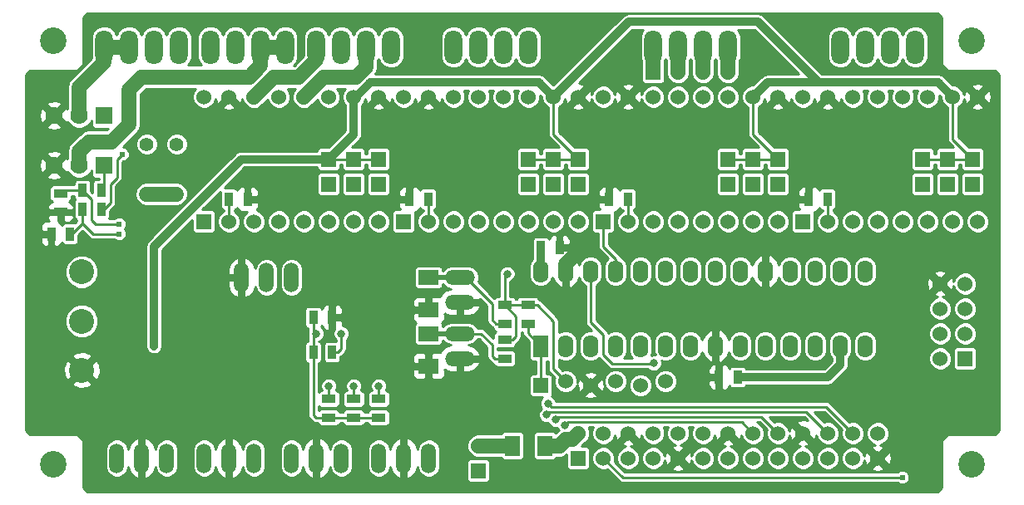
<source format=gbl>
G04 (created by PCBNEW-RS274X (2012-apr-16-27)-stable) date Friday 15,March,2013 10:09:25 PM SGT*
G01*
G70*
G90*
%MOIN*%
G04 Gerber Fmt 3.4, Leading zero omitted, Abs format*
%FSLAX34Y34*%
G04 APERTURE LIST*
%ADD10C,0.006000*%
%ADD11C,0.055000*%
%ADD12R,0.060000X0.060000*%
%ADD13C,0.070000*%
%ADD14R,0.070000X0.070000*%
%ADD15O,0.070900X0.137800*%
%ADD16C,0.060000*%
%ADD17C,0.106400*%
%ADD18C,0.100000*%
%ADD19R,0.080000X0.060000*%
%ADD20R,0.055000X0.035000*%
%ADD21R,0.035000X0.055000*%
%ADD22O,0.062000X0.090000*%
%ADD23R,0.062000X0.090000*%
%ADD24O,0.059300X0.118700*%
%ADD25O,0.118700X0.059300*%
%ADD26R,0.060000X0.080000*%
%ADD27C,0.032000*%
%ADD28C,0.024000*%
%ADD29C,0.010000*%
%ADD30C,0.032000*%
%ADD31C,0.008000*%
%ADD32C,0.060000*%
%ADD33C,0.020000*%
G04 APERTURE END LIST*
G54D10*
G54D11*
X41900Y-39070D03*
X41900Y-37070D03*
X40700Y-39070D03*
X40700Y-37070D03*
G54D12*
X71800Y-38670D03*
X71800Y-37670D03*
X72800Y-38670D03*
X72800Y-37670D03*
X73800Y-38670D03*
X73800Y-37670D03*
X64000Y-38670D03*
X64000Y-37670D03*
X65000Y-38670D03*
X65000Y-37670D03*
X66000Y-38670D03*
X66000Y-37670D03*
X56000Y-38670D03*
X56000Y-37670D03*
X57000Y-38670D03*
X57000Y-37670D03*
X58000Y-38670D03*
X58000Y-37670D03*
X48000Y-38670D03*
X48000Y-37670D03*
G54D10*
G36*
X48700Y-38970D02*
X48700Y-38370D01*
X49300Y-38370D01*
X49300Y-38970D01*
X48700Y-38970D01*
X48700Y-38970D01*
G37*
G36*
X48700Y-37970D02*
X48700Y-37370D01*
X49300Y-37370D01*
X49300Y-37970D01*
X48700Y-37970D01*
X48700Y-37970D01*
G37*
G54D12*
X50000Y-38670D03*
X50000Y-37670D03*
G54D13*
X38000Y-37920D03*
X37000Y-37920D03*
G54D14*
X39000Y-37920D03*
G54D13*
X38000Y-35920D03*
X37000Y-35920D03*
G54D14*
X39000Y-35920D03*
G54D15*
X53000Y-33170D03*
X54000Y-33170D03*
X55000Y-33170D03*
X56000Y-33170D03*
X39000Y-33170D03*
X40000Y-33170D03*
X41000Y-33170D03*
X42000Y-33170D03*
X43250Y-33170D03*
X44250Y-33170D03*
X45250Y-33170D03*
X46250Y-33170D03*
X47500Y-33170D03*
X48500Y-33170D03*
X49500Y-33170D03*
X50500Y-33170D03*
X68500Y-33170D03*
X69500Y-33170D03*
X70500Y-33170D03*
X71500Y-33170D03*
X61000Y-33170D03*
X62000Y-33170D03*
X63000Y-33170D03*
X64000Y-33170D03*
G54D12*
X67000Y-40170D03*
G54D16*
X67000Y-35170D03*
X68000Y-40170D03*
X68000Y-35170D03*
X69000Y-40170D03*
X69000Y-35170D03*
X70000Y-40170D03*
X70000Y-35170D03*
X71000Y-40170D03*
X71000Y-35170D03*
X72000Y-40170D03*
X72000Y-35170D03*
X73000Y-40170D03*
X73000Y-35170D03*
X74000Y-40170D03*
X74000Y-35170D03*
G54D12*
X59000Y-40170D03*
G54D16*
X59000Y-35170D03*
X60000Y-40170D03*
X60000Y-35170D03*
X61000Y-40170D03*
X61000Y-35170D03*
X62000Y-40170D03*
X62000Y-35170D03*
X63000Y-40170D03*
X63000Y-35170D03*
X64000Y-40170D03*
X64000Y-35170D03*
X65000Y-40170D03*
X65000Y-35170D03*
X66000Y-40170D03*
X66000Y-35170D03*
G54D12*
X51000Y-40170D03*
G54D16*
X51000Y-35170D03*
X52000Y-40170D03*
X52000Y-35170D03*
X53000Y-40170D03*
X53000Y-35170D03*
X54000Y-40170D03*
X54000Y-35170D03*
X55000Y-40170D03*
X55000Y-35170D03*
X56000Y-40170D03*
X56000Y-35170D03*
X57000Y-40170D03*
X57000Y-35170D03*
X58000Y-40170D03*
X58000Y-35170D03*
G54D12*
X43000Y-40170D03*
G54D16*
X43000Y-35170D03*
X44000Y-40170D03*
X44000Y-35170D03*
X45000Y-40170D03*
X45000Y-35170D03*
X46000Y-40170D03*
X46000Y-35170D03*
X47000Y-40170D03*
X47000Y-35170D03*
X48000Y-40170D03*
X48000Y-35170D03*
X49000Y-40170D03*
X49000Y-35170D03*
X50000Y-40170D03*
X50000Y-35170D03*
G54D17*
X36950Y-32920D03*
X36950Y-49920D03*
X73750Y-49920D03*
X73750Y-32920D03*
G54D16*
X70000Y-48670D03*
X70000Y-49670D03*
X69000Y-48670D03*
X69000Y-49670D03*
X68000Y-48670D03*
X68000Y-49670D03*
G54D12*
X58000Y-49670D03*
G54D16*
X58000Y-48670D03*
X59000Y-49670D03*
X59000Y-48670D03*
X60000Y-49670D03*
X60000Y-48670D03*
X61000Y-49670D03*
X61000Y-48670D03*
X62000Y-49670D03*
X62000Y-48670D03*
X63000Y-49670D03*
X63000Y-48670D03*
X64000Y-49670D03*
X64000Y-48670D03*
X65000Y-49670D03*
X65000Y-48670D03*
X66000Y-49670D03*
X66000Y-48670D03*
X67000Y-49670D03*
X67000Y-48670D03*
G54D18*
X38100Y-46138D03*
X38100Y-44170D03*
X38100Y-42201D03*
G54D12*
X56500Y-46750D03*
G54D16*
X57500Y-46590D03*
X58500Y-46750D03*
X59500Y-46590D03*
X60500Y-46750D03*
X61500Y-46590D03*
G54D19*
X52000Y-45970D03*
X52000Y-44670D03*
X52000Y-43720D03*
X52000Y-42420D03*
G54D20*
X49000Y-48045D03*
X49000Y-47295D03*
G54D21*
X67975Y-39270D03*
X67225Y-39270D03*
G54D20*
X55050Y-45670D03*
X55050Y-44920D03*
X55975Y-43520D03*
X55975Y-44270D03*
G54D21*
X59975Y-39270D03*
X59225Y-39270D03*
G54D20*
X50000Y-48045D03*
X50000Y-47295D03*
G54D21*
X47375Y-45420D03*
X48125Y-45420D03*
G54D20*
X48000Y-48045D03*
X48000Y-47295D03*
X37250Y-39045D03*
X37250Y-39795D03*
G54D21*
X51975Y-39270D03*
X51225Y-39270D03*
X44000Y-39270D03*
X44750Y-39270D03*
G54D20*
X55050Y-44270D03*
X55050Y-43520D03*
G54D21*
X37625Y-40670D03*
X36875Y-40670D03*
X47375Y-44020D03*
X48125Y-44020D03*
X57250Y-41220D03*
X56500Y-41220D03*
X64375Y-46420D03*
X63625Y-46420D03*
G54D22*
X57500Y-45170D03*
X58500Y-45170D03*
X59500Y-45170D03*
X60500Y-45170D03*
X61500Y-45170D03*
X62500Y-45170D03*
X63500Y-45170D03*
X64500Y-45170D03*
X65500Y-45170D03*
X66500Y-45170D03*
X67500Y-45170D03*
X68500Y-45170D03*
X69500Y-45170D03*
G54D23*
X56500Y-45170D03*
G54D22*
X69500Y-42170D03*
X68500Y-42170D03*
X67500Y-42170D03*
X66500Y-42170D03*
X65500Y-42170D03*
X64500Y-42170D03*
X63500Y-42170D03*
X62500Y-42170D03*
X61500Y-42170D03*
X60500Y-42170D03*
X59500Y-42170D03*
X58500Y-42170D03*
X57500Y-42170D03*
X56500Y-42170D03*
G54D24*
X46500Y-42420D03*
X45500Y-42420D03*
X44500Y-42420D03*
X50000Y-49670D03*
X51000Y-49670D03*
X52000Y-49670D03*
X39500Y-49670D03*
X40500Y-49670D03*
X41500Y-49670D03*
X43000Y-49670D03*
X44000Y-49670D03*
X45000Y-49670D03*
X46500Y-49670D03*
X47500Y-49670D03*
X48500Y-49670D03*
G54D25*
X53250Y-42420D03*
X53250Y-43420D03*
X53250Y-44670D03*
X53250Y-45670D03*
G54D12*
X54000Y-50170D03*
G54D16*
X54000Y-49170D03*
G54D12*
X73500Y-45670D03*
G54D16*
X72500Y-45670D03*
X73500Y-44670D03*
X72500Y-44670D03*
X73500Y-43670D03*
X72500Y-43670D03*
X73500Y-42670D03*
X72500Y-42670D03*
G54D12*
X61000Y-34180D03*
G54D16*
X62000Y-34180D03*
X63000Y-34180D03*
X64000Y-34180D03*
G54D26*
X55350Y-49170D03*
X56650Y-49170D03*
G54D21*
X38125Y-38920D03*
X38875Y-38920D03*
X38875Y-39670D03*
X38125Y-39670D03*
G54D27*
X47500Y-44670D03*
X41000Y-45170D03*
X41000Y-44770D03*
X41000Y-44170D03*
X41000Y-44370D03*
X41000Y-43570D03*
X41000Y-44970D03*
X41000Y-44570D03*
X55150Y-42270D03*
X41000Y-43770D03*
X41000Y-43970D03*
X50000Y-46770D03*
X57460Y-48350D03*
G54D28*
X70975Y-50445D03*
X39600Y-40670D03*
X39600Y-40270D03*
G54D27*
X48500Y-44670D03*
X56780Y-47470D03*
X56720Y-47930D03*
X48000Y-46770D03*
X49000Y-46770D03*
X57100Y-48130D03*
X61010Y-45860D03*
G54D28*
X43750Y-45870D03*
X43550Y-45470D03*
X43750Y-44870D03*
X43950Y-46070D03*
X43550Y-45070D03*
X43950Y-45070D03*
X43550Y-46070D03*
X43950Y-45670D03*
X43750Y-45070D03*
X43550Y-45870D03*
X43550Y-45670D03*
X43550Y-45270D03*
X43750Y-45470D03*
X43750Y-45270D03*
X43950Y-45470D03*
X43550Y-44870D03*
X43950Y-44870D03*
X43950Y-45270D03*
X43950Y-45870D03*
X43750Y-46070D03*
X43750Y-45670D03*
X39720Y-37480D03*
G54D29*
X47375Y-44545D02*
X47500Y-44670D01*
X49000Y-37670D02*
X50000Y-37670D01*
X55500Y-43970D02*
X55500Y-44770D01*
G54D30*
X41000Y-45170D02*
X41000Y-41170D01*
X41000Y-41170D02*
X44500Y-37670D01*
G54D29*
X55050Y-43520D02*
X55050Y-42370D01*
X57000Y-36670D02*
X58000Y-37670D01*
X47375Y-44795D02*
X47500Y-44670D01*
G54D31*
X41000Y-44970D02*
X41000Y-44770D01*
G54D29*
X48000Y-48045D02*
X47475Y-48045D01*
G54D30*
X65575Y-34595D02*
X67625Y-34595D01*
G54D29*
X57000Y-37670D02*
X56000Y-37670D01*
X56350Y-43520D02*
X55975Y-43520D01*
G54D30*
X65190Y-32160D02*
X67625Y-34595D01*
G54D29*
X57500Y-46590D02*
X57000Y-46090D01*
G54D31*
X41000Y-44170D02*
X41000Y-43970D01*
G54D30*
X64400Y-32160D02*
X64360Y-32160D01*
G54D29*
X57000Y-46090D02*
X57000Y-44170D01*
X47375Y-47945D02*
X47375Y-45420D01*
G54D30*
X65000Y-35170D02*
X65575Y-34595D01*
G54D31*
X41000Y-44570D02*
X41000Y-44370D01*
G54D29*
X55050Y-43520D02*
X55975Y-43520D01*
G54D30*
X49670Y-34595D02*
X56425Y-34595D01*
G54D29*
X47375Y-44020D02*
X47375Y-44545D01*
G54D30*
X49000Y-35170D02*
X49000Y-36670D01*
X49095Y-35170D02*
X49670Y-34595D01*
G54D29*
X73000Y-36870D02*
X73800Y-37670D01*
G54D30*
X44500Y-37670D02*
X48000Y-37670D01*
G54D29*
X55050Y-43520D02*
X55500Y-43970D01*
X47375Y-45420D02*
X47375Y-44795D01*
X49000Y-48045D02*
X48000Y-48045D01*
G54D30*
X57000Y-35170D02*
X60010Y-32160D01*
G54D29*
X57000Y-44170D02*
X56350Y-43520D01*
X65000Y-37670D02*
X64000Y-37670D01*
X65000Y-36670D02*
X66000Y-37670D01*
X73000Y-35170D02*
X73000Y-36870D01*
X47475Y-48045D02*
X47375Y-47945D01*
G54D30*
X68000Y-46420D02*
X68500Y-45920D01*
X60010Y-32160D02*
X64400Y-32160D01*
X64400Y-32160D02*
X65190Y-32160D01*
G54D31*
X41000Y-43770D02*
X41000Y-43570D01*
G54D29*
X66000Y-37670D02*
X65000Y-37670D01*
X65000Y-35170D02*
X65000Y-36670D01*
G54D30*
X72425Y-34595D02*
X73000Y-35170D01*
G54D29*
X55050Y-44920D02*
X55350Y-44920D01*
G54D30*
X49000Y-35170D02*
X49095Y-35170D01*
G54D29*
X55500Y-44770D02*
X55350Y-44920D01*
G54D30*
X67625Y-34595D02*
X72425Y-34595D01*
G54D29*
X50000Y-48045D02*
X49000Y-48045D01*
G54D30*
X49000Y-36670D02*
X48000Y-37670D01*
G54D29*
X58000Y-37670D02*
X57000Y-37670D01*
X48000Y-37670D02*
X49000Y-37670D01*
G54D30*
X56425Y-34595D02*
X57000Y-35170D01*
G54D29*
X73800Y-37670D02*
X72800Y-37670D01*
X72800Y-37670D02*
X71800Y-37670D01*
G54D30*
X68500Y-45920D02*
X68500Y-45170D01*
G54D29*
X55150Y-42270D02*
X55050Y-42370D01*
G54D30*
X64375Y-46420D02*
X68000Y-46420D01*
G54D29*
X57000Y-35170D02*
X57000Y-36670D01*
X59500Y-41670D02*
X59000Y-41170D01*
X59500Y-42170D02*
X59500Y-41670D01*
X59000Y-41170D02*
X59000Y-40170D01*
X50000Y-47295D02*
X50000Y-46770D01*
X57600Y-48210D02*
X57460Y-48350D01*
X64540Y-48210D02*
X65000Y-48670D01*
X64540Y-48210D02*
X57600Y-48210D01*
X59775Y-50445D02*
X70975Y-50445D01*
X59000Y-49670D02*
X59775Y-50445D01*
X37625Y-40670D02*
X37700Y-40670D01*
X38550Y-40670D02*
X38125Y-40245D01*
X38125Y-40245D02*
X38125Y-39670D01*
X39600Y-40670D02*
X38550Y-40670D01*
X37700Y-40670D02*
X38125Y-40245D01*
X38125Y-38920D02*
X37375Y-38920D01*
X38500Y-40120D02*
X38500Y-39295D01*
X38650Y-40270D02*
X38500Y-40120D01*
X38500Y-39295D02*
X38125Y-38920D01*
X39600Y-40270D02*
X38650Y-40270D01*
X37375Y-38920D02*
X37250Y-39045D01*
X48500Y-45270D02*
X48500Y-44670D01*
X48125Y-45420D02*
X48350Y-45420D01*
X48350Y-45420D02*
X48500Y-45270D01*
X69000Y-48670D02*
X67934Y-47604D01*
X67934Y-47604D02*
X56914Y-47604D01*
X56914Y-47604D02*
X56780Y-47470D01*
X67136Y-47806D02*
X56844Y-47806D01*
X48000Y-47295D02*
X48000Y-46770D01*
X56844Y-47806D02*
X56720Y-47930D01*
X68000Y-48670D02*
X67136Y-47806D01*
X65338Y-48008D02*
X57222Y-48008D01*
X49000Y-47295D02*
X49000Y-46770D01*
X57222Y-48008D02*
X57100Y-48130D01*
X65338Y-48008D02*
X66000Y-48670D01*
X55975Y-44645D02*
X55975Y-44270D01*
X56500Y-45170D02*
X55975Y-44645D01*
X56500Y-45170D02*
X56500Y-46750D01*
G54D32*
X57750Y-48920D02*
X57500Y-48920D01*
X57250Y-49170D02*
X56650Y-49170D01*
X58000Y-48670D02*
X57750Y-48920D01*
X57500Y-48920D02*
X57250Y-49170D01*
G54D29*
X59350Y-45870D02*
X61000Y-45870D01*
X61000Y-45870D02*
X61010Y-45860D01*
X58500Y-42170D02*
X58500Y-44220D01*
X59000Y-45520D02*
X59350Y-45870D01*
X59000Y-44720D02*
X59000Y-45520D01*
X58500Y-44220D02*
X59000Y-44720D01*
X53500Y-42420D02*
X54550Y-43470D01*
X53250Y-42420D02*
X53500Y-42420D01*
X54550Y-43470D02*
X54550Y-44120D01*
G54D33*
X52000Y-42420D02*
X53250Y-42420D01*
G54D29*
X54700Y-44270D02*
X55050Y-44270D01*
X54550Y-44120D02*
X54700Y-44270D01*
X54650Y-45670D02*
X55050Y-45670D01*
X53250Y-44670D02*
X54100Y-44670D01*
X54550Y-45570D02*
X54650Y-45670D01*
G54D33*
X52000Y-44670D02*
X53250Y-44670D01*
G54D29*
X54550Y-45120D02*
X54550Y-45570D01*
X54100Y-44670D02*
X54550Y-45120D01*
G54D32*
X61000Y-34180D02*
X61000Y-33170D01*
X62000Y-34180D02*
X62000Y-33170D01*
X63000Y-34180D02*
X63000Y-33170D01*
X64000Y-34180D02*
X64000Y-33170D01*
G54D31*
X43950Y-44870D02*
X43950Y-45070D01*
G54D29*
X58000Y-44370D02*
X58000Y-46250D01*
G54D32*
X57500Y-41870D02*
X58000Y-41370D01*
G54D29*
X57500Y-43870D02*
X58000Y-44370D01*
X58000Y-46250D02*
X58500Y-46750D01*
G54D32*
X57500Y-42170D02*
X57500Y-41870D01*
G54D31*
X43750Y-45070D02*
X43550Y-45070D01*
X43950Y-45670D02*
X43950Y-45870D01*
X43750Y-45870D02*
X43550Y-45870D01*
X43550Y-45670D02*
X43750Y-45670D01*
X43550Y-44870D02*
X43750Y-44870D01*
X43550Y-46070D02*
X43750Y-46070D01*
X43950Y-45270D02*
X43950Y-45470D01*
X43550Y-45270D02*
X43750Y-45270D01*
G54D29*
X57500Y-42170D02*
X57500Y-43870D01*
G54D31*
X43750Y-45470D02*
X43550Y-45470D01*
G54D29*
X52000Y-39295D02*
X51975Y-39270D01*
X52000Y-40170D02*
X52000Y-39295D01*
G54D32*
X39000Y-33170D02*
X39000Y-33770D01*
X38000Y-34770D02*
X38000Y-35920D01*
X40000Y-33170D02*
X39000Y-33170D01*
X39000Y-33770D02*
X38000Y-34770D01*
X40000Y-34870D02*
X40000Y-36270D01*
X40500Y-34370D02*
X40000Y-34870D01*
X46250Y-33170D02*
X45250Y-33170D01*
X39300Y-36970D02*
X38375Y-36970D01*
X45250Y-33928D02*
X44808Y-34370D01*
X40000Y-36270D02*
X39300Y-36970D01*
X45250Y-33170D02*
X45250Y-33928D01*
X38000Y-37345D02*
X38000Y-37920D01*
X38375Y-36970D02*
X38000Y-37345D01*
X44808Y-34370D02*
X40500Y-34370D01*
X54000Y-49170D02*
X55350Y-49170D01*
X47500Y-33678D02*
X47500Y-33170D01*
X45000Y-35170D02*
X45796Y-34374D01*
X45796Y-34374D02*
X46804Y-34374D01*
X46804Y-34374D02*
X47500Y-33678D01*
X47800Y-34370D02*
X49100Y-34370D01*
X49100Y-34370D02*
X49500Y-33970D01*
X49500Y-33970D02*
X49500Y-33170D01*
X47000Y-35170D02*
X47800Y-34370D01*
G54D29*
X68000Y-40170D02*
X68000Y-39295D01*
X68000Y-39295D02*
X67975Y-39270D01*
X60000Y-40170D02*
X60000Y-39295D01*
X60000Y-39295D02*
X59975Y-39270D01*
X44000Y-40170D02*
X44000Y-39270D01*
G54D30*
X56500Y-42170D02*
X56500Y-41220D01*
G54D29*
X39510Y-37690D02*
X39510Y-38332D01*
X39720Y-37480D02*
X39510Y-37690D01*
X39510Y-38332D02*
X39510Y-38410D01*
X39510Y-38410D02*
X39250Y-38670D01*
X39000Y-39670D02*
X38875Y-39670D01*
X39250Y-39420D02*
X39000Y-39670D01*
X39250Y-38670D02*
X39250Y-39420D01*
G54D32*
X41900Y-39070D02*
X40700Y-39070D01*
G54D29*
X39000Y-37920D02*
X39000Y-38795D01*
X39000Y-38795D02*
X38875Y-38920D01*
G54D10*
G36*
X54693Y-44595D02*
X54679Y-44601D01*
X54631Y-44649D01*
X54605Y-44711D01*
X54605Y-44779D01*
X54605Y-44863D01*
X54256Y-44514D01*
X54184Y-44467D01*
X54100Y-44449D01*
X54095Y-44450D01*
X54061Y-44450D01*
X54061Y-43603D01*
X54020Y-43520D01*
X53350Y-43520D01*
X53350Y-43966D01*
X53595Y-43966D01*
X53800Y-43906D01*
X53967Y-43772D01*
X54061Y-43603D01*
X54061Y-44450D01*
X53964Y-44450D01*
X53948Y-44411D01*
X53820Y-44283D01*
X53652Y-44213D01*
X53470Y-44213D01*
X52848Y-44213D01*
X52680Y-44283D01*
X52570Y-44393D01*
X52570Y-44336D01*
X52544Y-44274D01*
X52512Y-44242D01*
X52541Y-44231D01*
X52611Y-44161D01*
X52649Y-44069D01*
X52650Y-43882D01*
X52638Y-43870D01*
X52650Y-43870D01*
X52650Y-43865D01*
X52700Y-43906D01*
X52905Y-43966D01*
X53150Y-43966D01*
X53150Y-43570D01*
X53150Y-43520D01*
X53150Y-43320D01*
X53350Y-43320D01*
X53400Y-43320D01*
X54020Y-43320D01*
X54042Y-43274D01*
X54330Y-43561D01*
X54330Y-44115D01*
X54329Y-44120D01*
X54347Y-44204D01*
X54394Y-44276D01*
X54542Y-44423D01*
X54544Y-44426D01*
X54605Y-44465D01*
X54605Y-44479D01*
X54631Y-44541D01*
X54679Y-44589D01*
X54693Y-44595D01*
X54693Y-44595D01*
G37*
G54D29*
X54693Y-44595D02*
X54679Y-44601D01*
X54631Y-44649D01*
X54605Y-44711D01*
X54605Y-44779D01*
X54605Y-44863D01*
X54256Y-44514D01*
X54184Y-44467D01*
X54100Y-44449D01*
X54095Y-44450D01*
X54061Y-44450D01*
X54061Y-43603D01*
X54020Y-43520D01*
X53350Y-43520D01*
X53350Y-43966D01*
X53595Y-43966D01*
X53800Y-43906D01*
X53967Y-43772D01*
X54061Y-43603D01*
X54061Y-44450D01*
X53964Y-44450D01*
X53948Y-44411D01*
X53820Y-44283D01*
X53652Y-44213D01*
X53470Y-44213D01*
X52848Y-44213D01*
X52680Y-44283D01*
X52570Y-44393D01*
X52570Y-44336D01*
X52544Y-44274D01*
X52512Y-44242D01*
X52541Y-44231D01*
X52611Y-44161D01*
X52649Y-44069D01*
X52650Y-43882D01*
X52638Y-43870D01*
X52650Y-43870D01*
X52650Y-43865D01*
X52700Y-43906D01*
X52905Y-43966D01*
X53150Y-43966D01*
X53150Y-43570D01*
X53150Y-43520D01*
X53150Y-43320D01*
X53350Y-43320D01*
X53400Y-43320D01*
X54020Y-43320D01*
X54042Y-43274D01*
X54330Y-43561D01*
X54330Y-44115D01*
X54329Y-44120D01*
X54347Y-44204D01*
X54394Y-44276D01*
X54542Y-44423D01*
X54544Y-44426D01*
X54605Y-44465D01*
X54605Y-44479D01*
X54631Y-44541D01*
X54679Y-44589D01*
X54693Y-44595D01*
G54D10*
G36*
X74850Y-48549D02*
X74679Y-48720D01*
X74549Y-48720D01*
X74549Y-35200D01*
X74518Y-34987D01*
X74496Y-34933D01*
X74408Y-34903D01*
X74267Y-35044D01*
X74267Y-34762D01*
X74237Y-34674D01*
X74030Y-34621D01*
X73817Y-34652D01*
X73763Y-34674D01*
X73733Y-34762D01*
X74000Y-35029D01*
X74267Y-34762D01*
X74267Y-35044D01*
X74141Y-35170D01*
X74408Y-35437D01*
X74496Y-35407D01*
X74549Y-35200D01*
X74549Y-48720D01*
X74470Y-48720D01*
X74470Y-40264D01*
X74470Y-40077D01*
X74399Y-39904D01*
X74270Y-39775D01*
X74270Y-39004D01*
X74270Y-38936D01*
X74270Y-38336D01*
X74270Y-38004D01*
X74270Y-37936D01*
X74270Y-37336D01*
X74267Y-37328D01*
X74267Y-35578D01*
X74000Y-35311D01*
X73733Y-35578D01*
X73763Y-35666D01*
X73970Y-35719D01*
X74183Y-35688D01*
X74237Y-35666D01*
X74267Y-35578D01*
X74267Y-37328D01*
X74244Y-37274D01*
X74196Y-37226D01*
X74134Y-37200D01*
X74066Y-37200D01*
X73641Y-37200D01*
X73220Y-36778D01*
X73220Y-35587D01*
X73266Y-35569D01*
X73398Y-35437D01*
X73469Y-35265D01*
X73482Y-35353D01*
X73504Y-35407D01*
X73592Y-35437D01*
X73859Y-35170D01*
X73592Y-34903D01*
X73504Y-34933D01*
X73468Y-35072D01*
X73399Y-34904D01*
X73267Y-34772D01*
X73094Y-34700D01*
X72996Y-34700D01*
X72658Y-34362D01*
X72552Y-34290D01*
X72425Y-34265D01*
X72014Y-34265D01*
X72014Y-33623D01*
X72014Y-33419D01*
X72014Y-32717D01*
X71936Y-32528D01*
X71791Y-32383D01*
X71602Y-32305D01*
X71398Y-32305D01*
X71209Y-32383D01*
X71064Y-32528D01*
X71000Y-32683D01*
X70936Y-32528D01*
X70791Y-32383D01*
X70602Y-32305D01*
X70398Y-32305D01*
X70209Y-32383D01*
X70064Y-32528D01*
X70000Y-32683D01*
X69936Y-32528D01*
X69791Y-32383D01*
X69602Y-32305D01*
X69398Y-32305D01*
X69209Y-32383D01*
X69064Y-32528D01*
X69000Y-32683D01*
X68936Y-32528D01*
X68791Y-32383D01*
X68602Y-32305D01*
X68398Y-32305D01*
X68209Y-32383D01*
X68064Y-32528D01*
X67986Y-32717D01*
X67986Y-32921D01*
X67986Y-33623D01*
X68064Y-33812D01*
X68209Y-33957D01*
X68398Y-34035D01*
X68602Y-34035D01*
X68791Y-33957D01*
X68936Y-33812D01*
X69000Y-33656D01*
X69064Y-33812D01*
X69209Y-33957D01*
X69398Y-34035D01*
X69602Y-34035D01*
X69791Y-33957D01*
X69936Y-33812D01*
X70000Y-33656D01*
X70064Y-33812D01*
X70209Y-33957D01*
X70398Y-34035D01*
X70602Y-34035D01*
X70791Y-33957D01*
X70936Y-33812D01*
X71000Y-33656D01*
X71064Y-33812D01*
X71209Y-33957D01*
X71398Y-34035D01*
X71602Y-34035D01*
X71791Y-33957D01*
X71936Y-33812D01*
X72014Y-33623D01*
X72014Y-34265D01*
X67761Y-34265D01*
X65423Y-31927D01*
X65317Y-31855D01*
X65190Y-31830D01*
X64400Y-31830D01*
X64360Y-31830D01*
X60010Y-31830D01*
X59884Y-31855D01*
X59848Y-31879D01*
X59776Y-31927D01*
X57003Y-34700D01*
X56996Y-34700D01*
X56658Y-34362D01*
X56552Y-34290D01*
X56514Y-34282D01*
X56514Y-33623D01*
X56514Y-33419D01*
X56514Y-32717D01*
X56436Y-32528D01*
X56291Y-32383D01*
X56102Y-32305D01*
X55898Y-32305D01*
X55709Y-32383D01*
X55564Y-32528D01*
X55500Y-32683D01*
X55436Y-32528D01*
X55291Y-32383D01*
X55102Y-32305D01*
X54898Y-32305D01*
X54709Y-32383D01*
X54564Y-32528D01*
X54500Y-32683D01*
X54436Y-32528D01*
X54291Y-32383D01*
X54102Y-32305D01*
X53898Y-32305D01*
X53709Y-32383D01*
X53564Y-32528D01*
X53500Y-32683D01*
X53436Y-32528D01*
X53291Y-32383D01*
X53102Y-32305D01*
X52898Y-32305D01*
X52709Y-32383D01*
X52564Y-32528D01*
X52486Y-32717D01*
X52486Y-32921D01*
X52486Y-33623D01*
X52564Y-33812D01*
X52709Y-33957D01*
X52898Y-34035D01*
X53102Y-34035D01*
X53291Y-33957D01*
X53436Y-33812D01*
X53500Y-33656D01*
X53564Y-33812D01*
X53709Y-33957D01*
X53898Y-34035D01*
X54102Y-34035D01*
X54291Y-33957D01*
X54436Y-33812D01*
X54500Y-33656D01*
X54564Y-33812D01*
X54709Y-33957D01*
X54898Y-34035D01*
X55102Y-34035D01*
X55291Y-33957D01*
X55436Y-33812D01*
X55500Y-33656D01*
X55564Y-33812D01*
X55709Y-33957D01*
X55898Y-34035D01*
X56102Y-34035D01*
X56291Y-33957D01*
X56436Y-33812D01*
X56514Y-33623D01*
X56514Y-34282D01*
X56425Y-34265D01*
X49857Y-34265D01*
X49934Y-34150D01*
X49969Y-33970D01*
X49970Y-33970D01*
X49970Y-33729D01*
X50000Y-33656D01*
X50064Y-33812D01*
X50209Y-33957D01*
X50398Y-34035D01*
X50602Y-34035D01*
X50791Y-33957D01*
X50936Y-33812D01*
X51014Y-33623D01*
X51014Y-33419D01*
X51014Y-32717D01*
X50936Y-32528D01*
X50791Y-32383D01*
X50602Y-32305D01*
X50398Y-32305D01*
X50209Y-32383D01*
X50064Y-32528D01*
X50000Y-32683D01*
X49936Y-32528D01*
X49791Y-32383D01*
X49602Y-32305D01*
X49398Y-32305D01*
X49209Y-32383D01*
X49064Y-32528D01*
X49000Y-32683D01*
X48936Y-32528D01*
X48791Y-32383D01*
X48602Y-32305D01*
X48398Y-32305D01*
X48209Y-32383D01*
X48064Y-32528D01*
X48000Y-32683D01*
X47936Y-32528D01*
X47791Y-32383D01*
X47602Y-32305D01*
X47398Y-32305D01*
X47209Y-32383D01*
X47064Y-32528D01*
X46986Y-32717D01*
X46986Y-32921D01*
X46986Y-33527D01*
X46609Y-33904D01*
X46594Y-33904D01*
X46686Y-33812D01*
X46764Y-33623D01*
X46764Y-33419D01*
X46764Y-32717D01*
X46686Y-32528D01*
X46541Y-32383D01*
X46352Y-32305D01*
X46148Y-32305D01*
X45959Y-32383D01*
X45814Y-32528D01*
X45750Y-32683D01*
X45686Y-32528D01*
X45541Y-32383D01*
X45352Y-32305D01*
X45148Y-32305D01*
X44959Y-32383D01*
X44814Y-32528D01*
X44750Y-32683D01*
X44686Y-32528D01*
X44541Y-32383D01*
X44352Y-32305D01*
X44148Y-32305D01*
X43959Y-32383D01*
X43814Y-32528D01*
X43750Y-32683D01*
X43686Y-32528D01*
X43541Y-32383D01*
X43352Y-32305D01*
X43148Y-32305D01*
X42959Y-32383D01*
X42814Y-32528D01*
X42736Y-32717D01*
X42736Y-32921D01*
X42736Y-33623D01*
X42814Y-33812D01*
X42902Y-33900D01*
X42348Y-33900D01*
X42436Y-33812D01*
X42514Y-33623D01*
X42514Y-33419D01*
X42514Y-32717D01*
X42436Y-32528D01*
X42291Y-32383D01*
X42102Y-32305D01*
X41898Y-32305D01*
X41709Y-32383D01*
X41564Y-32528D01*
X41500Y-32683D01*
X41436Y-32528D01*
X41291Y-32383D01*
X41102Y-32305D01*
X40898Y-32305D01*
X40709Y-32383D01*
X40564Y-32528D01*
X40500Y-32683D01*
X40436Y-32528D01*
X40291Y-32383D01*
X40102Y-32305D01*
X39898Y-32305D01*
X39709Y-32383D01*
X39564Y-32528D01*
X39500Y-32683D01*
X39436Y-32528D01*
X39291Y-32383D01*
X39102Y-32305D01*
X38898Y-32305D01*
X38709Y-32383D01*
X38564Y-32528D01*
X38486Y-32717D01*
X38486Y-32921D01*
X38486Y-33620D01*
X37668Y-34438D01*
X37566Y-34590D01*
X37530Y-34770D01*
X37530Y-35650D01*
X37444Y-35617D01*
X37303Y-35758D01*
X37303Y-35476D01*
X37267Y-35383D01*
X37041Y-35322D01*
X36809Y-35351D01*
X36733Y-35383D01*
X36697Y-35476D01*
X37000Y-35779D01*
X37303Y-35476D01*
X37303Y-35758D01*
X37141Y-35920D01*
X37444Y-36223D01*
X37537Y-36187D01*
X37541Y-36171D01*
X37559Y-36214D01*
X37705Y-36361D01*
X37896Y-36440D01*
X38103Y-36440D01*
X38294Y-36361D01*
X38441Y-36215D01*
X38480Y-36120D01*
X38480Y-36304D01*
X38506Y-36366D01*
X38554Y-36414D01*
X38616Y-36440D01*
X38684Y-36440D01*
X39165Y-36440D01*
X39105Y-36500D01*
X38375Y-36500D01*
X38195Y-36536D01*
X38042Y-36638D01*
X37668Y-37013D01*
X37566Y-37165D01*
X37530Y-37345D01*
X37530Y-37650D01*
X37444Y-37617D01*
X37303Y-37758D01*
X37303Y-37476D01*
X37303Y-36364D01*
X37000Y-36061D01*
X36859Y-36202D01*
X36859Y-35920D01*
X36556Y-35617D01*
X36463Y-35653D01*
X36402Y-35879D01*
X36431Y-36111D01*
X36463Y-36187D01*
X36556Y-36223D01*
X36859Y-35920D01*
X36859Y-36202D01*
X36697Y-36364D01*
X36733Y-36457D01*
X36959Y-36518D01*
X37191Y-36489D01*
X37267Y-36457D01*
X37303Y-36364D01*
X37303Y-37476D01*
X37267Y-37383D01*
X37041Y-37322D01*
X36809Y-37351D01*
X36733Y-37383D01*
X36697Y-37476D01*
X37000Y-37779D01*
X37303Y-37476D01*
X37303Y-37758D01*
X37141Y-37920D01*
X37444Y-38223D01*
X37537Y-38187D01*
X37541Y-38171D01*
X37559Y-38214D01*
X37705Y-38361D01*
X37896Y-38440D01*
X38103Y-38440D01*
X38294Y-38361D01*
X38441Y-38215D01*
X38480Y-38120D01*
X38480Y-38304D01*
X38506Y-38366D01*
X38554Y-38414D01*
X38616Y-38440D01*
X38684Y-38440D01*
X38780Y-38440D01*
X38780Y-38475D01*
X38666Y-38475D01*
X38604Y-38501D01*
X38556Y-38549D01*
X38530Y-38611D01*
X38530Y-38679D01*
X38530Y-39013D01*
X38470Y-38953D01*
X38470Y-38611D01*
X38444Y-38549D01*
X38396Y-38501D01*
X38334Y-38475D01*
X38266Y-38475D01*
X37916Y-38475D01*
X37854Y-38501D01*
X37806Y-38549D01*
X37780Y-38611D01*
X37780Y-38679D01*
X37780Y-38700D01*
X37559Y-38700D01*
X37491Y-38700D01*
X37375Y-38700D01*
X37374Y-38700D01*
X37303Y-38700D01*
X37303Y-38364D01*
X37000Y-38061D01*
X36859Y-38202D01*
X36859Y-37920D01*
X36556Y-37617D01*
X36463Y-37653D01*
X36402Y-37879D01*
X36431Y-38111D01*
X36463Y-38187D01*
X36556Y-38223D01*
X36859Y-37920D01*
X36859Y-38202D01*
X36697Y-38364D01*
X36733Y-38457D01*
X36959Y-38518D01*
X37191Y-38489D01*
X37267Y-38457D01*
X37303Y-38364D01*
X37303Y-38700D01*
X36941Y-38700D01*
X36879Y-38726D01*
X36831Y-38774D01*
X36805Y-38836D01*
X36805Y-38904D01*
X36805Y-39254D01*
X36831Y-39316D01*
X36879Y-39364D01*
X36910Y-39377D01*
X36834Y-39409D01*
X36764Y-39479D01*
X36726Y-39571D01*
X36725Y-39646D01*
X36787Y-39708D01*
X37150Y-39708D01*
X37150Y-39695D01*
X37350Y-39695D01*
X37350Y-39708D01*
X37713Y-39708D01*
X37775Y-39646D01*
X37774Y-39571D01*
X37736Y-39479D01*
X37666Y-39409D01*
X37589Y-39377D01*
X37621Y-39364D01*
X37669Y-39316D01*
X37695Y-39254D01*
X37695Y-39186D01*
X37695Y-39140D01*
X37780Y-39140D01*
X37780Y-39229D01*
X37806Y-39291D01*
X37810Y-39295D01*
X37806Y-39299D01*
X37780Y-39361D01*
X37780Y-39429D01*
X37780Y-39979D01*
X37806Y-40041D01*
X37854Y-40089D01*
X37905Y-40110D01*
X37905Y-40153D01*
X37833Y-40225D01*
X37775Y-40225D01*
X37775Y-39944D01*
X37713Y-39882D01*
X37350Y-39882D01*
X37350Y-40158D01*
X37412Y-40220D01*
X37476Y-40219D01*
X37575Y-40219D01*
X37666Y-40181D01*
X37736Y-40111D01*
X37774Y-40019D01*
X37775Y-39944D01*
X37775Y-40225D01*
X37766Y-40225D01*
X37416Y-40225D01*
X37354Y-40251D01*
X37306Y-40299D01*
X37292Y-40330D01*
X37261Y-40254D01*
X37191Y-40184D01*
X37143Y-40164D01*
X37150Y-40158D01*
X37150Y-39882D01*
X36787Y-39882D01*
X36725Y-39944D01*
X36726Y-40019D01*
X36764Y-40111D01*
X36798Y-40145D01*
X36726Y-40145D01*
X36725Y-40145D01*
X36651Y-40146D01*
X36559Y-40184D01*
X36489Y-40254D01*
X36451Y-40345D01*
X36451Y-40444D01*
X36450Y-40508D01*
X36512Y-40570D01*
X36725Y-40570D01*
X36788Y-40570D01*
X36962Y-40570D01*
X36975Y-40570D01*
X36975Y-40770D01*
X36962Y-40770D01*
X36962Y-41133D01*
X37024Y-41195D01*
X37099Y-41194D01*
X37191Y-41156D01*
X37261Y-41086D01*
X37292Y-41009D01*
X37306Y-41041D01*
X37354Y-41089D01*
X37416Y-41115D01*
X37484Y-41115D01*
X37834Y-41115D01*
X37896Y-41089D01*
X37944Y-41041D01*
X37970Y-40979D01*
X37970Y-40911D01*
X37970Y-40712D01*
X38125Y-40557D01*
X38394Y-40826D01*
X38466Y-40873D01*
X38550Y-40891D01*
X38550Y-40890D01*
X38554Y-40890D01*
X39411Y-40890D01*
X39436Y-40915D01*
X39542Y-40959D01*
X39657Y-40959D01*
X39763Y-40915D01*
X39845Y-40834D01*
X39889Y-40728D01*
X39889Y-40613D01*
X39845Y-40507D01*
X39808Y-40470D01*
X39845Y-40434D01*
X39889Y-40328D01*
X39889Y-40213D01*
X39845Y-40107D01*
X39764Y-40025D01*
X39658Y-39981D01*
X39543Y-39981D01*
X39437Y-40025D01*
X39411Y-40050D01*
X39185Y-40050D01*
X39194Y-40041D01*
X39220Y-39979D01*
X39220Y-39911D01*
X39220Y-39761D01*
X39403Y-39577D01*
X39405Y-39576D01*
X39406Y-39576D01*
X39434Y-39533D01*
X39453Y-39505D01*
X39453Y-39504D01*
X39470Y-39420D01*
X39470Y-38761D01*
X39663Y-38567D01*
X39665Y-38566D01*
X39666Y-38566D01*
X39712Y-38495D01*
X39713Y-38494D01*
X39730Y-38410D01*
X39730Y-38332D01*
X39730Y-37781D01*
X39742Y-37769D01*
X39777Y-37769D01*
X39883Y-37725D01*
X39965Y-37644D01*
X40009Y-37538D01*
X40009Y-37423D01*
X39965Y-37317D01*
X39884Y-37235D01*
X39778Y-37191D01*
X39743Y-37191D01*
X40332Y-36603D01*
X40332Y-36602D01*
X40372Y-36541D01*
X40433Y-36450D01*
X40434Y-36450D01*
X40469Y-36271D01*
X40470Y-36270D01*
X40470Y-35064D01*
X40694Y-34840D01*
X42665Y-34840D01*
X42602Y-34903D01*
X42530Y-35076D01*
X42530Y-35263D01*
X42601Y-35436D01*
X42733Y-35568D01*
X42906Y-35640D01*
X43093Y-35640D01*
X43266Y-35569D01*
X43398Y-35437D01*
X43469Y-35265D01*
X43482Y-35353D01*
X43504Y-35407D01*
X43592Y-35437D01*
X43823Y-35205D01*
X43859Y-35170D01*
X43858Y-35169D01*
X43999Y-35028D01*
X44000Y-35029D01*
X44000Y-35028D01*
X44141Y-35169D01*
X44141Y-35170D01*
X44408Y-35437D01*
X44496Y-35407D01*
X44531Y-35267D01*
X44566Y-35350D01*
X44601Y-35436D01*
X44733Y-35568D01*
X44820Y-35604D01*
X44906Y-35640D01*
X45000Y-35640D01*
X45093Y-35640D01*
X45180Y-35604D01*
X45266Y-35569D01*
X45332Y-35502D01*
X45398Y-35437D01*
X45398Y-35435D01*
X45542Y-35292D01*
X45601Y-35436D01*
X45733Y-35568D01*
X45906Y-35640D01*
X46093Y-35640D01*
X46266Y-35569D01*
X46398Y-35437D01*
X46470Y-35264D01*
X46470Y-35077D01*
X46399Y-34904D01*
X46339Y-34844D01*
X46661Y-34844D01*
X46602Y-34903D01*
X46530Y-35076D01*
X46530Y-35170D01*
X46530Y-35263D01*
X46566Y-35350D01*
X46601Y-35436D01*
X46733Y-35568D01*
X46820Y-35604D01*
X46906Y-35640D01*
X47000Y-35640D01*
X47093Y-35640D01*
X47180Y-35604D01*
X47266Y-35569D01*
X47332Y-35502D01*
X47398Y-35437D01*
X47398Y-35435D01*
X47542Y-35292D01*
X47601Y-35436D01*
X47733Y-35568D01*
X47906Y-35640D01*
X48093Y-35640D01*
X48266Y-35569D01*
X48398Y-35437D01*
X48470Y-35264D01*
X48470Y-35077D01*
X48399Y-34904D01*
X48335Y-34840D01*
X48665Y-34840D01*
X48602Y-34903D01*
X48530Y-35076D01*
X48530Y-35263D01*
X48601Y-35436D01*
X48670Y-35505D01*
X48670Y-36534D01*
X48004Y-37200D01*
X47666Y-37200D01*
X47604Y-37226D01*
X47556Y-37274D01*
X47530Y-37336D01*
X47530Y-37340D01*
X44500Y-37340D01*
X44374Y-37365D01*
X44338Y-37389D01*
X44267Y-37436D01*
X44267Y-35578D01*
X44000Y-35311D01*
X43733Y-35578D01*
X43763Y-35666D01*
X43970Y-35719D01*
X44183Y-35688D01*
X44237Y-35666D01*
X44267Y-35578D01*
X44267Y-37436D01*
X44266Y-37437D01*
X42370Y-39333D01*
X42370Y-39070D01*
X42344Y-38940D01*
X42344Y-37159D01*
X42344Y-36982D01*
X42277Y-36819D01*
X42152Y-36694D01*
X41989Y-36626D01*
X41812Y-36626D01*
X41649Y-36693D01*
X41524Y-36818D01*
X41456Y-36981D01*
X41456Y-37158D01*
X41523Y-37321D01*
X41648Y-37446D01*
X41811Y-37514D01*
X41988Y-37514D01*
X42151Y-37447D01*
X42276Y-37322D01*
X42344Y-37159D01*
X42344Y-38940D01*
X42334Y-38890D01*
X42232Y-38738D01*
X42080Y-38636D01*
X41900Y-38600D01*
X41144Y-38600D01*
X41144Y-37159D01*
X41144Y-36982D01*
X41077Y-36819D01*
X40952Y-36694D01*
X40789Y-36626D01*
X40612Y-36626D01*
X40449Y-36693D01*
X40324Y-36818D01*
X40256Y-36981D01*
X40256Y-37158D01*
X40323Y-37321D01*
X40448Y-37446D01*
X40611Y-37514D01*
X40788Y-37514D01*
X40951Y-37447D01*
X41076Y-37322D01*
X41144Y-37159D01*
X41144Y-38600D01*
X40700Y-38600D01*
X40520Y-38636D01*
X40368Y-38738D01*
X40266Y-38890D01*
X40230Y-39070D01*
X40266Y-39250D01*
X40368Y-39402D01*
X40520Y-39504D01*
X40700Y-39540D01*
X41900Y-39540D01*
X42080Y-39504D01*
X42232Y-39402D01*
X42334Y-39250D01*
X42370Y-39070D01*
X42370Y-39333D01*
X40767Y-40937D01*
X40695Y-41043D01*
X40670Y-41170D01*
X40670Y-43504D01*
X40670Y-43635D01*
X40670Y-43704D01*
X40670Y-43835D01*
X40670Y-43904D01*
X40670Y-44035D01*
X40670Y-44104D01*
X40670Y-44235D01*
X40670Y-44304D01*
X40670Y-44435D01*
X40670Y-44504D01*
X40670Y-44635D01*
X40670Y-44704D01*
X40670Y-44835D01*
X40670Y-44904D01*
X40670Y-45035D01*
X40670Y-45104D01*
X40670Y-45170D01*
X40670Y-45235D01*
X40694Y-45295D01*
X40695Y-45296D01*
X40720Y-45356D01*
X40767Y-45403D01*
X40813Y-45449D01*
X40872Y-45474D01*
X40874Y-45475D01*
X40875Y-45475D01*
X40934Y-45500D01*
X41000Y-45500D01*
X41065Y-45500D01*
X41125Y-45475D01*
X41126Y-45475D01*
X41126Y-45474D01*
X41186Y-45450D01*
X41233Y-45403D01*
X41279Y-45357D01*
X41304Y-45297D01*
X41305Y-45296D01*
X41305Y-45294D01*
X41330Y-45236D01*
X41330Y-45170D01*
X41330Y-45105D01*
X41330Y-45036D01*
X41330Y-44905D01*
X41330Y-44836D01*
X41330Y-44705D01*
X41330Y-44636D01*
X41330Y-44505D01*
X41330Y-44436D01*
X41330Y-44305D01*
X41330Y-44236D01*
X41330Y-44105D01*
X41330Y-44036D01*
X41330Y-43905D01*
X41330Y-43836D01*
X41330Y-43705D01*
X41330Y-43636D01*
X41330Y-43505D01*
X41330Y-41306D01*
X42530Y-40106D01*
X42530Y-40504D01*
X42556Y-40566D01*
X42604Y-40614D01*
X42666Y-40640D01*
X42734Y-40640D01*
X43334Y-40640D01*
X43396Y-40614D01*
X43444Y-40566D01*
X43470Y-40504D01*
X43470Y-40436D01*
X43470Y-39836D01*
X43444Y-39774D01*
X43396Y-39726D01*
X43334Y-39700D01*
X43266Y-39700D01*
X42936Y-39700D01*
X43655Y-38981D01*
X43655Y-39029D01*
X43655Y-39579D01*
X43681Y-39641D01*
X43729Y-39689D01*
X43780Y-39710D01*
X43780Y-39752D01*
X43734Y-39771D01*
X43602Y-39903D01*
X43530Y-40076D01*
X43530Y-40263D01*
X43601Y-40436D01*
X43733Y-40568D01*
X43906Y-40640D01*
X44093Y-40640D01*
X44266Y-40569D01*
X44398Y-40437D01*
X44470Y-40264D01*
X44470Y-40077D01*
X44399Y-39904D01*
X44267Y-39772D01*
X44220Y-39752D01*
X44220Y-39710D01*
X44271Y-39689D01*
X44319Y-39641D01*
X44332Y-39609D01*
X44364Y-39686D01*
X44434Y-39756D01*
X44526Y-39794D01*
X44600Y-39794D01*
X44600Y-39795D01*
X44601Y-39795D01*
X44710Y-39795D01*
X44602Y-39903D01*
X44530Y-40076D01*
X44530Y-40263D01*
X44601Y-40436D01*
X44733Y-40568D01*
X44906Y-40640D01*
X45093Y-40640D01*
X45266Y-40569D01*
X45398Y-40437D01*
X45470Y-40264D01*
X45470Y-40077D01*
X45399Y-39904D01*
X45267Y-39772D01*
X45113Y-39708D01*
X45136Y-39686D01*
X45174Y-39595D01*
X45174Y-39496D01*
X45175Y-39432D01*
X45175Y-39108D01*
X45174Y-39044D01*
X45174Y-38945D01*
X45136Y-38854D01*
X45066Y-38784D01*
X44974Y-38746D01*
X44899Y-38745D01*
X44837Y-38807D01*
X44837Y-39170D01*
X45113Y-39170D01*
X45175Y-39108D01*
X45175Y-39432D01*
X45113Y-39370D01*
X44900Y-39370D01*
X44837Y-39370D01*
X44663Y-39370D01*
X44650Y-39370D01*
X44650Y-39170D01*
X44663Y-39170D01*
X44663Y-38807D01*
X44601Y-38745D01*
X44526Y-38746D01*
X44434Y-38784D01*
X44364Y-38854D01*
X44332Y-38930D01*
X44319Y-38899D01*
X44271Y-38851D01*
X44209Y-38825D01*
X44141Y-38825D01*
X43811Y-38825D01*
X44636Y-38000D01*
X47530Y-38000D01*
X47530Y-38004D01*
X47556Y-38066D01*
X47604Y-38114D01*
X47666Y-38140D01*
X47734Y-38140D01*
X48334Y-38140D01*
X48396Y-38114D01*
X48444Y-38066D01*
X48470Y-38004D01*
X48470Y-37936D01*
X48470Y-37890D01*
X48530Y-37890D01*
X48530Y-38004D01*
X48556Y-38066D01*
X48604Y-38114D01*
X48666Y-38140D01*
X48734Y-38140D01*
X49334Y-38140D01*
X49396Y-38114D01*
X49444Y-38066D01*
X49470Y-38004D01*
X49470Y-37936D01*
X49470Y-37890D01*
X49530Y-37890D01*
X49530Y-38004D01*
X49556Y-38066D01*
X49604Y-38114D01*
X49666Y-38140D01*
X49734Y-38140D01*
X50334Y-38140D01*
X50396Y-38114D01*
X50444Y-38066D01*
X50470Y-38004D01*
X50470Y-37936D01*
X50470Y-37336D01*
X50444Y-37274D01*
X50396Y-37226D01*
X50334Y-37200D01*
X50267Y-37200D01*
X50267Y-35578D01*
X50000Y-35311D01*
X49733Y-35578D01*
X49763Y-35666D01*
X49970Y-35719D01*
X50183Y-35688D01*
X50237Y-35666D01*
X50267Y-35578D01*
X50267Y-37200D01*
X50266Y-37200D01*
X49666Y-37200D01*
X49604Y-37226D01*
X49556Y-37274D01*
X49530Y-37336D01*
X49530Y-37404D01*
X49530Y-37450D01*
X49470Y-37450D01*
X49470Y-37336D01*
X49444Y-37274D01*
X49396Y-37226D01*
X49334Y-37200D01*
X49266Y-37200D01*
X48936Y-37200D01*
X49233Y-36903D01*
X49305Y-36797D01*
X49305Y-36796D01*
X49308Y-36775D01*
X49329Y-36670D01*
X49330Y-36670D01*
X49330Y-35505D01*
X49398Y-35437D01*
X49469Y-35265D01*
X49482Y-35353D01*
X49504Y-35407D01*
X49592Y-35437D01*
X49823Y-35205D01*
X49859Y-35170D01*
X49858Y-35169D01*
X49999Y-35028D01*
X50000Y-35029D01*
X50000Y-35028D01*
X50141Y-35169D01*
X50141Y-35170D01*
X50408Y-35437D01*
X50496Y-35407D01*
X50531Y-35267D01*
X50601Y-35436D01*
X50733Y-35568D01*
X50906Y-35640D01*
X51093Y-35640D01*
X51266Y-35569D01*
X51398Y-35437D01*
X51469Y-35265D01*
X51482Y-35353D01*
X51504Y-35407D01*
X51592Y-35437D01*
X51823Y-35205D01*
X51859Y-35170D01*
X51858Y-35169D01*
X51999Y-35028D01*
X52000Y-35029D01*
X52000Y-35028D01*
X52141Y-35169D01*
X52141Y-35170D01*
X52408Y-35437D01*
X52496Y-35407D01*
X52531Y-35267D01*
X52601Y-35436D01*
X52733Y-35568D01*
X52906Y-35640D01*
X53093Y-35640D01*
X53266Y-35569D01*
X53398Y-35437D01*
X53470Y-35264D01*
X53470Y-35077D01*
X53407Y-34925D01*
X53592Y-34925D01*
X53530Y-35076D01*
X53530Y-35263D01*
X53601Y-35436D01*
X53733Y-35568D01*
X53906Y-35640D01*
X54093Y-35640D01*
X54266Y-35569D01*
X54398Y-35437D01*
X54470Y-35264D01*
X54470Y-35077D01*
X54407Y-34925D01*
X54592Y-34925D01*
X54530Y-35076D01*
X54530Y-35263D01*
X54601Y-35436D01*
X54733Y-35568D01*
X54906Y-35640D01*
X55093Y-35640D01*
X55266Y-35569D01*
X55398Y-35437D01*
X55470Y-35264D01*
X55470Y-35077D01*
X55407Y-34925D01*
X55592Y-34925D01*
X55530Y-35076D01*
X55530Y-35263D01*
X55601Y-35436D01*
X55733Y-35568D01*
X55906Y-35640D01*
X56093Y-35640D01*
X56266Y-35569D01*
X56398Y-35437D01*
X56470Y-35264D01*
X56470Y-35106D01*
X56530Y-35166D01*
X56530Y-35263D01*
X56601Y-35436D01*
X56733Y-35568D01*
X56780Y-35587D01*
X56780Y-36665D01*
X56779Y-36670D01*
X56797Y-36754D01*
X56844Y-36826D01*
X57218Y-37200D01*
X56666Y-37200D01*
X56604Y-37226D01*
X56556Y-37274D01*
X56530Y-37336D01*
X56530Y-37404D01*
X56530Y-37450D01*
X56470Y-37450D01*
X56470Y-37336D01*
X56444Y-37274D01*
X56396Y-37226D01*
X56334Y-37200D01*
X56266Y-37200D01*
X55666Y-37200D01*
X55604Y-37226D01*
X55556Y-37274D01*
X55530Y-37336D01*
X55530Y-37404D01*
X55530Y-38004D01*
X55556Y-38066D01*
X55604Y-38114D01*
X55666Y-38140D01*
X55734Y-38140D01*
X56334Y-38140D01*
X56396Y-38114D01*
X56444Y-38066D01*
X56470Y-38004D01*
X56470Y-37936D01*
X56470Y-37890D01*
X56530Y-37890D01*
X56530Y-38004D01*
X56556Y-38066D01*
X56604Y-38114D01*
X56666Y-38140D01*
X56734Y-38140D01*
X57334Y-38140D01*
X57396Y-38114D01*
X57444Y-38066D01*
X57470Y-38004D01*
X57470Y-37936D01*
X57470Y-37890D01*
X57530Y-37890D01*
X57530Y-38004D01*
X57556Y-38066D01*
X57604Y-38114D01*
X57666Y-38140D01*
X57734Y-38140D01*
X58334Y-38140D01*
X58396Y-38114D01*
X58444Y-38066D01*
X58470Y-38004D01*
X58470Y-37936D01*
X58470Y-37336D01*
X58444Y-37274D01*
X58396Y-37226D01*
X58334Y-37200D01*
X58267Y-37200D01*
X58267Y-35578D01*
X58000Y-35311D01*
X57733Y-35578D01*
X57763Y-35666D01*
X57970Y-35719D01*
X58183Y-35688D01*
X58237Y-35666D01*
X58267Y-35578D01*
X58267Y-37200D01*
X58266Y-37200D01*
X57841Y-37200D01*
X57220Y-36578D01*
X57220Y-35587D01*
X57266Y-35569D01*
X57398Y-35437D01*
X57469Y-35265D01*
X57482Y-35353D01*
X57504Y-35407D01*
X57592Y-35437D01*
X57823Y-35205D01*
X57859Y-35170D01*
X57858Y-35169D01*
X57999Y-35028D01*
X58000Y-35029D01*
X58035Y-34993D01*
X58267Y-34762D01*
X58237Y-34674D01*
X58030Y-34621D01*
X58012Y-34623D01*
X60146Y-32490D01*
X60602Y-32490D01*
X60564Y-32528D01*
X60486Y-32717D01*
X60486Y-32921D01*
X60486Y-33623D01*
X60530Y-33729D01*
X60530Y-33846D01*
X60530Y-33914D01*
X60530Y-34180D01*
X60530Y-34514D01*
X60556Y-34576D01*
X60604Y-34624D01*
X60666Y-34650D01*
X60734Y-34650D01*
X61000Y-34650D01*
X61334Y-34650D01*
X61396Y-34624D01*
X61444Y-34576D01*
X61470Y-34514D01*
X61470Y-34446D01*
X61470Y-34180D01*
X61470Y-33846D01*
X61470Y-33729D01*
X61500Y-33656D01*
X61530Y-33729D01*
X61530Y-34086D01*
X61530Y-34180D01*
X61530Y-34273D01*
X61566Y-34360D01*
X61601Y-34446D01*
X61733Y-34578D01*
X61820Y-34614D01*
X61906Y-34650D01*
X62000Y-34650D01*
X62093Y-34650D01*
X62180Y-34614D01*
X62266Y-34579D01*
X62332Y-34512D01*
X62398Y-34447D01*
X62434Y-34360D01*
X62470Y-34274D01*
X62470Y-34180D01*
X62470Y-34087D01*
X62470Y-33729D01*
X62500Y-33656D01*
X62530Y-33729D01*
X62530Y-34086D01*
X62530Y-34180D01*
X62530Y-34273D01*
X62566Y-34360D01*
X62601Y-34446D01*
X62733Y-34578D01*
X62820Y-34614D01*
X62906Y-34650D01*
X63000Y-34650D01*
X63093Y-34650D01*
X63180Y-34614D01*
X63266Y-34579D01*
X63332Y-34512D01*
X63398Y-34447D01*
X63434Y-34360D01*
X63470Y-34274D01*
X63470Y-34180D01*
X63470Y-34087D01*
X63470Y-33729D01*
X63500Y-33656D01*
X63530Y-33729D01*
X63530Y-34086D01*
X63530Y-34180D01*
X63530Y-34273D01*
X63566Y-34360D01*
X63601Y-34446D01*
X63733Y-34578D01*
X63820Y-34614D01*
X63906Y-34650D01*
X64000Y-34650D01*
X64093Y-34650D01*
X64180Y-34614D01*
X64266Y-34579D01*
X64332Y-34512D01*
X64398Y-34447D01*
X64434Y-34360D01*
X64470Y-34274D01*
X64470Y-34180D01*
X64470Y-34087D01*
X64470Y-33729D01*
X64514Y-33623D01*
X64514Y-33419D01*
X64514Y-32717D01*
X64436Y-32528D01*
X64398Y-32490D01*
X64400Y-32490D01*
X65053Y-32490D01*
X66828Y-34265D01*
X65575Y-34265D01*
X65469Y-34286D01*
X65448Y-34290D01*
X65342Y-34362D01*
X65004Y-34700D01*
X64907Y-34700D01*
X64734Y-34771D01*
X64602Y-34903D01*
X64530Y-35076D01*
X64530Y-35263D01*
X64601Y-35436D01*
X64733Y-35568D01*
X64780Y-35587D01*
X64780Y-36665D01*
X64779Y-36670D01*
X64797Y-36754D01*
X64844Y-36826D01*
X65218Y-37200D01*
X64666Y-37200D01*
X64604Y-37226D01*
X64556Y-37274D01*
X64530Y-37336D01*
X64530Y-37404D01*
X64530Y-37450D01*
X64470Y-37450D01*
X64470Y-37336D01*
X64470Y-35264D01*
X64470Y-35077D01*
X64399Y-34904D01*
X64267Y-34772D01*
X64094Y-34700D01*
X63907Y-34700D01*
X63734Y-34771D01*
X63602Y-34903D01*
X63530Y-35076D01*
X63530Y-35263D01*
X63601Y-35436D01*
X63733Y-35568D01*
X63906Y-35640D01*
X64093Y-35640D01*
X64266Y-35569D01*
X64398Y-35437D01*
X64470Y-35264D01*
X64470Y-37336D01*
X64444Y-37274D01*
X64396Y-37226D01*
X64334Y-37200D01*
X64266Y-37200D01*
X63666Y-37200D01*
X63604Y-37226D01*
X63556Y-37274D01*
X63530Y-37336D01*
X63530Y-37404D01*
X63530Y-38004D01*
X63556Y-38066D01*
X63604Y-38114D01*
X63666Y-38140D01*
X63734Y-38140D01*
X64334Y-38140D01*
X64396Y-38114D01*
X64444Y-38066D01*
X64470Y-38004D01*
X64470Y-37936D01*
X64470Y-37890D01*
X64530Y-37890D01*
X64530Y-38004D01*
X64556Y-38066D01*
X64604Y-38114D01*
X64666Y-38140D01*
X64734Y-38140D01*
X65334Y-38140D01*
X65396Y-38114D01*
X65444Y-38066D01*
X65470Y-38004D01*
X65470Y-37936D01*
X65470Y-37890D01*
X65530Y-37890D01*
X65530Y-38004D01*
X65556Y-38066D01*
X65604Y-38114D01*
X65666Y-38140D01*
X65734Y-38140D01*
X66334Y-38140D01*
X66396Y-38114D01*
X66444Y-38066D01*
X66470Y-38004D01*
X66470Y-37936D01*
X66470Y-37336D01*
X66444Y-37274D01*
X66396Y-37226D01*
X66334Y-37200D01*
X66267Y-37200D01*
X66267Y-35578D01*
X66000Y-35311D01*
X65733Y-35578D01*
X65763Y-35666D01*
X65970Y-35719D01*
X66183Y-35688D01*
X66237Y-35666D01*
X66267Y-35578D01*
X66267Y-37200D01*
X66266Y-37200D01*
X65841Y-37200D01*
X65220Y-36578D01*
X65220Y-35587D01*
X65266Y-35569D01*
X65398Y-35437D01*
X65469Y-35265D01*
X65482Y-35353D01*
X65504Y-35407D01*
X65592Y-35437D01*
X65823Y-35205D01*
X65859Y-35170D01*
X65858Y-35169D01*
X65999Y-35028D01*
X66000Y-35029D01*
X66000Y-35028D01*
X66141Y-35169D01*
X66141Y-35170D01*
X66408Y-35437D01*
X66496Y-35407D01*
X66531Y-35267D01*
X66601Y-35436D01*
X66733Y-35568D01*
X66906Y-35640D01*
X67093Y-35640D01*
X67266Y-35569D01*
X67398Y-35437D01*
X67469Y-35265D01*
X67482Y-35353D01*
X67504Y-35407D01*
X67592Y-35437D01*
X67823Y-35205D01*
X67859Y-35170D01*
X67858Y-35169D01*
X67999Y-35028D01*
X68000Y-35029D01*
X68000Y-35028D01*
X68141Y-35169D01*
X68141Y-35170D01*
X68408Y-35437D01*
X68496Y-35407D01*
X68531Y-35267D01*
X68601Y-35436D01*
X68733Y-35568D01*
X68906Y-35640D01*
X69093Y-35640D01*
X69266Y-35569D01*
X69398Y-35437D01*
X69470Y-35264D01*
X69470Y-35077D01*
X69407Y-34925D01*
X69592Y-34925D01*
X69530Y-35076D01*
X69530Y-35263D01*
X69601Y-35436D01*
X69733Y-35568D01*
X69906Y-35640D01*
X70093Y-35640D01*
X70266Y-35569D01*
X70398Y-35437D01*
X70470Y-35264D01*
X70470Y-35077D01*
X70407Y-34925D01*
X70592Y-34925D01*
X70530Y-35076D01*
X70530Y-35263D01*
X70601Y-35436D01*
X70733Y-35568D01*
X70906Y-35640D01*
X71093Y-35640D01*
X71266Y-35569D01*
X71398Y-35437D01*
X71470Y-35264D01*
X71470Y-35077D01*
X71407Y-34925D01*
X71592Y-34925D01*
X71530Y-35076D01*
X71530Y-35263D01*
X71601Y-35436D01*
X71733Y-35568D01*
X71906Y-35640D01*
X72093Y-35640D01*
X72266Y-35569D01*
X72398Y-35437D01*
X72470Y-35264D01*
X72470Y-35106D01*
X72530Y-35166D01*
X72530Y-35263D01*
X72601Y-35436D01*
X72733Y-35568D01*
X72780Y-35587D01*
X72780Y-36865D01*
X72779Y-36870D01*
X72797Y-36954D01*
X72844Y-37026D01*
X73018Y-37200D01*
X72466Y-37200D01*
X72404Y-37226D01*
X72356Y-37274D01*
X72330Y-37336D01*
X72330Y-37404D01*
X72330Y-37450D01*
X72270Y-37450D01*
X72270Y-37336D01*
X72244Y-37274D01*
X72196Y-37226D01*
X72134Y-37200D01*
X72066Y-37200D01*
X71466Y-37200D01*
X71404Y-37226D01*
X71356Y-37274D01*
X71330Y-37336D01*
X71330Y-37404D01*
X71330Y-38004D01*
X71356Y-38066D01*
X71404Y-38114D01*
X71466Y-38140D01*
X71534Y-38140D01*
X72134Y-38140D01*
X72196Y-38114D01*
X72244Y-38066D01*
X72270Y-38004D01*
X72270Y-37936D01*
X72270Y-37890D01*
X72330Y-37890D01*
X72330Y-38004D01*
X72356Y-38066D01*
X72404Y-38114D01*
X72466Y-38140D01*
X72534Y-38140D01*
X73134Y-38140D01*
X73196Y-38114D01*
X73244Y-38066D01*
X73270Y-38004D01*
X73270Y-37936D01*
X73270Y-37890D01*
X73330Y-37890D01*
X73330Y-38004D01*
X73356Y-38066D01*
X73404Y-38114D01*
X73466Y-38140D01*
X73534Y-38140D01*
X74134Y-38140D01*
X74196Y-38114D01*
X74244Y-38066D01*
X74270Y-38004D01*
X74270Y-38336D01*
X74244Y-38274D01*
X74196Y-38226D01*
X74134Y-38200D01*
X74066Y-38200D01*
X73466Y-38200D01*
X73404Y-38226D01*
X73356Y-38274D01*
X73330Y-38336D01*
X73330Y-38404D01*
X73330Y-39004D01*
X73356Y-39066D01*
X73404Y-39114D01*
X73466Y-39140D01*
X73534Y-39140D01*
X74134Y-39140D01*
X74196Y-39114D01*
X74244Y-39066D01*
X74270Y-39004D01*
X74270Y-39775D01*
X74267Y-39772D01*
X74094Y-39700D01*
X73907Y-39700D01*
X73734Y-39771D01*
X73602Y-39903D01*
X73530Y-40076D01*
X73530Y-40263D01*
X73601Y-40436D01*
X73733Y-40568D01*
X73906Y-40640D01*
X74093Y-40640D01*
X74266Y-40569D01*
X74398Y-40437D01*
X74470Y-40264D01*
X74470Y-48720D01*
X73970Y-48720D01*
X73970Y-46004D01*
X73970Y-45936D01*
X73970Y-45336D01*
X73970Y-44764D01*
X73970Y-44577D01*
X73970Y-43764D01*
X73970Y-43577D01*
X73970Y-42764D01*
X73970Y-42577D01*
X73899Y-42404D01*
X73767Y-42272D01*
X73594Y-42200D01*
X73470Y-42200D01*
X73470Y-40264D01*
X73470Y-40077D01*
X73399Y-39904D01*
X73270Y-39775D01*
X73270Y-39004D01*
X73270Y-38936D01*
X73270Y-38336D01*
X73244Y-38274D01*
X73196Y-38226D01*
X73134Y-38200D01*
X73066Y-38200D01*
X72466Y-38200D01*
X72404Y-38226D01*
X72356Y-38274D01*
X72330Y-38336D01*
X72330Y-38404D01*
X72330Y-39004D01*
X72356Y-39066D01*
X72404Y-39114D01*
X72466Y-39140D01*
X72534Y-39140D01*
X73134Y-39140D01*
X73196Y-39114D01*
X73244Y-39066D01*
X73270Y-39004D01*
X73270Y-39775D01*
X73267Y-39772D01*
X73094Y-39700D01*
X72907Y-39700D01*
X72734Y-39771D01*
X72602Y-39903D01*
X72530Y-40076D01*
X72530Y-40263D01*
X72601Y-40436D01*
X72733Y-40568D01*
X72906Y-40640D01*
X73093Y-40640D01*
X73266Y-40569D01*
X73398Y-40437D01*
X73470Y-40264D01*
X73470Y-42200D01*
X73407Y-42200D01*
X73234Y-42271D01*
X73102Y-42403D01*
X73030Y-42574D01*
X73018Y-42487D01*
X72996Y-42433D01*
X72908Y-42403D01*
X72767Y-42544D01*
X72767Y-42262D01*
X72737Y-42174D01*
X72530Y-42121D01*
X72470Y-42129D01*
X72470Y-40264D01*
X72470Y-40077D01*
X72399Y-39904D01*
X72270Y-39775D01*
X72270Y-39004D01*
X72270Y-38936D01*
X72270Y-38336D01*
X72244Y-38274D01*
X72196Y-38226D01*
X72134Y-38200D01*
X72066Y-38200D01*
X71466Y-38200D01*
X71404Y-38226D01*
X71356Y-38274D01*
X71330Y-38336D01*
X71330Y-38404D01*
X71330Y-39004D01*
X71356Y-39066D01*
X71404Y-39114D01*
X71466Y-39140D01*
X71534Y-39140D01*
X72134Y-39140D01*
X72196Y-39114D01*
X72244Y-39066D01*
X72270Y-39004D01*
X72270Y-39775D01*
X72267Y-39772D01*
X72094Y-39700D01*
X71907Y-39700D01*
X71734Y-39771D01*
X71602Y-39903D01*
X71530Y-40076D01*
X71530Y-40263D01*
X71601Y-40436D01*
X71733Y-40568D01*
X71906Y-40640D01*
X72093Y-40640D01*
X72266Y-40569D01*
X72398Y-40437D01*
X72470Y-40264D01*
X72470Y-42129D01*
X72317Y-42152D01*
X72263Y-42174D01*
X72233Y-42262D01*
X72500Y-42529D01*
X72767Y-42262D01*
X72767Y-42544D01*
X72641Y-42670D01*
X72908Y-42937D01*
X72996Y-42907D01*
X73031Y-42767D01*
X73101Y-42936D01*
X73233Y-43068D01*
X73406Y-43140D01*
X73593Y-43140D01*
X73766Y-43069D01*
X73898Y-42937D01*
X73970Y-42764D01*
X73970Y-43577D01*
X73899Y-43404D01*
X73767Y-43272D01*
X73594Y-43200D01*
X73407Y-43200D01*
X73234Y-43271D01*
X73102Y-43403D01*
X73030Y-43576D01*
X73030Y-43763D01*
X73101Y-43936D01*
X73233Y-44068D01*
X73406Y-44140D01*
X73593Y-44140D01*
X73766Y-44069D01*
X73898Y-43937D01*
X73970Y-43764D01*
X73970Y-44577D01*
X73899Y-44404D01*
X73767Y-44272D01*
X73594Y-44200D01*
X73407Y-44200D01*
X73234Y-44271D01*
X73102Y-44403D01*
X73030Y-44576D01*
X73030Y-44763D01*
X73101Y-44936D01*
X73233Y-45068D01*
X73406Y-45140D01*
X73593Y-45140D01*
X73766Y-45069D01*
X73898Y-44937D01*
X73970Y-44764D01*
X73970Y-45336D01*
X73944Y-45274D01*
X73896Y-45226D01*
X73834Y-45200D01*
X73766Y-45200D01*
X73166Y-45200D01*
X73104Y-45226D01*
X73056Y-45274D01*
X73030Y-45336D01*
X73030Y-45404D01*
X73030Y-46004D01*
X73056Y-46066D01*
X73104Y-46114D01*
X73166Y-46140D01*
X73234Y-46140D01*
X73834Y-46140D01*
X73896Y-46114D01*
X73944Y-46066D01*
X73970Y-46004D01*
X73970Y-48720D01*
X72970Y-48720D01*
X72970Y-45764D01*
X72970Y-45577D01*
X72970Y-44764D01*
X72970Y-44577D01*
X72970Y-43764D01*
X72970Y-43577D01*
X72899Y-43404D01*
X72767Y-43272D01*
X72595Y-43200D01*
X72683Y-43188D01*
X72737Y-43166D01*
X72767Y-43078D01*
X72500Y-42811D01*
X72359Y-42952D01*
X72359Y-42670D01*
X72092Y-42403D01*
X72004Y-42433D01*
X71951Y-42640D01*
X71982Y-42853D01*
X72004Y-42907D01*
X72092Y-42937D01*
X72359Y-42670D01*
X72359Y-42952D01*
X72233Y-43078D01*
X72263Y-43166D01*
X72402Y-43201D01*
X72234Y-43271D01*
X72102Y-43403D01*
X72030Y-43576D01*
X72030Y-43763D01*
X72101Y-43936D01*
X72233Y-44068D01*
X72406Y-44140D01*
X72593Y-44140D01*
X72766Y-44069D01*
X72898Y-43937D01*
X72970Y-43764D01*
X72970Y-44577D01*
X72899Y-44404D01*
X72767Y-44272D01*
X72594Y-44200D01*
X72407Y-44200D01*
X72234Y-44271D01*
X72102Y-44403D01*
X72030Y-44576D01*
X72030Y-44763D01*
X72101Y-44936D01*
X72233Y-45068D01*
X72406Y-45140D01*
X72593Y-45140D01*
X72766Y-45069D01*
X72898Y-44937D01*
X72970Y-44764D01*
X72970Y-45577D01*
X72899Y-45404D01*
X72767Y-45272D01*
X72594Y-45200D01*
X72407Y-45200D01*
X72234Y-45271D01*
X72102Y-45403D01*
X72030Y-45576D01*
X72030Y-45763D01*
X72101Y-45936D01*
X72233Y-46068D01*
X72406Y-46140D01*
X72593Y-46140D01*
X72766Y-46069D01*
X72898Y-45937D01*
X72970Y-45764D01*
X72970Y-48720D01*
X72779Y-48720D01*
X72550Y-48949D01*
X72550Y-50849D01*
X72379Y-51020D01*
X71470Y-51020D01*
X71470Y-40264D01*
X71470Y-40077D01*
X71399Y-39904D01*
X71267Y-39772D01*
X71094Y-39700D01*
X70907Y-39700D01*
X70734Y-39771D01*
X70602Y-39903D01*
X70530Y-40076D01*
X70530Y-40263D01*
X70601Y-40436D01*
X70733Y-40568D01*
X70906Y-40640D01*
X71093Y-40640D01*
X71266Y-40569D01*
X71398Y-40437D01*
X71470Y-40264D01*
X71470Y-51020D01*
X71264Y-51020D01*
X71264Y-50503D01*
X71264Y-50388D01*
X71220Y-50282D01*
X71139Y-50200D01*
X71033Y-50156D01*
X70918Y-50156D01*
X70812Y-50200D01*
X70786Y-50225D01*
X70549Y-50225D01*
X70549Y-49700D01*
X70518Y-49487D01*
X70496Y-49433D01*
X70470Y-49424D01*
X70470Y-48764D01*
X70470Y-48577D01*
X70470Y-40264D01*
X70470Y-40077D01*
X70399Y-39904D01*
X70267Y-39772D01*
X70094Y-39700D01*
X69907Y-39700D01*
X69734Y-39771D01*
X69602Y-39903D01*
X69530Y-40076D01*
X69530Y-40263D01*
X69601Y-40436D01*
X69733Y-40568D01*
X69906Y-40640D01*
X70093Y-40640D01*
X70266Y-40569D01*
X70398Y-40437D01*
X70470Y-40264D01*
X70470Y-48577D01*
X70399Y-48404D01*
X70267Y-48272D01*
X70094Y-48200D01*
X69971Y-48200D01*
X69971Y-45416D01*
X69971Y-45229D01*
X69971Y-44925D01*
X69971Y-42416D01*
X69971Y-42229D01*
X69971Y-41925D01*
X69900Y-41752D01*
X69767Y-41619D01*
X69594Y-41547D01*
X69470Y-41547D01*
X69470Y-40264D01*
X69470Y-40077D01*
X69399Y-39904D01*
X69267Y-39772D01*
X69094Y-39700D01*
X68907Y-39700D01*
X68734Y-39771D01*
X68602Y-39903D01*
X68530Y-40076D01*
X68530Y-40263D01*
X68601Y-40436D01*
X68733Y-40568D01*
X68906Y-40640D01*
X69093Y-40640D01*
X69266Y-40569D01*
X69398Y-40437D01*
X69470Y-40264D01*
X69470Y-41547D01*
X69407Y-41547D01*
X69234Y-41618D01*
X69101Y-41751D01*
X69029Y-41924D01*
X69029Y-42111D01*
X69029Y-42415D01*
X69100Y-42588D01*
X69233Y-42721D01*
X69406Y-42793D01*
X69593Y-42793D01*
X69766Y-42722D01*
X69899Y-42589D01*
X69971Y-42416D01*
X69971Y-44925D01*
X69900Y-44752D01*
X69767Y-44619D01*
X69594Y-44547D01*
X69407Y-44547D01*
X69234Y-44618D01*
X69101Y-44751D01*
X69029Y-44924D01*
X69029Y-45111D01*
X69029Y-45415D01*
X69100Y-45588D01*
X69233Y-45721D01*
X69406Y-45793D01*
X69593Y-45793D01*
X69766Y-45722D01*
X69899Y-45589D01*
X69971Y-45416D01*
X69971Y-48200D01*
X69907Y-48200D01*
X69734Y-48271D01*
X69602Y-48403D01*
X69530Y-48576D01*
X69530Y-48763D01*
X69601Y-48936D01*
X69733Y-49068D01*
X69904Y-49139D01*
X69817Y-49152D01*
X69763Y-49174D01*
X69733Y-49262D01*
X70000Y-49529D01*
X70267Y-49262D01*
X70237Y-49174D01*
X70097Y-49138D01*
X70266Y-49069D01*
X70398Y-48937D01*
X70470Y-48764D01*
X70470Y-49424D01*
X70408Y-49403D01*
X70141Y-49670D01*
X70408Y-49937D01*
X70496Y-49907D01*
X70549Y-49700D01*
X70549Y-50225D01*
X70267Y-50225D01*
X70267Y-50078D01*
X70000Y-49811D01*
X69859Y-49952D01*
X69859Y-49670D01*
X69592Y-49403D01*
X69504Y-49433D01*
X69470Y-49564D01*
X69470Y-48764D01*
X69470Y-48577D01*
X69399Y-48404D01*
X69267Y-48272D01*
X69094Y-48200D01*
X68971Y-48200D01*
X68971Y-45416D01*
X68971Y-45229D01*
X68971Y-44925D01*
X68971Y-42416D01*
X68971Y-42229D01*
X68971Y-41925D01*
X68900Y-41752D01*
X68767Y-41619D01*
X68594Y-41547D01*
X68470Y-41547D01*
X68470Y-40264D01*
X68470Y-40077D01*
X68399Y-39904D01*
X68267Y-39772D01*
X68220Y-39752D01*
X68220Y-39699D01*
X68246Y-39689D01*
X68294Y-39641D01*
X68320Y-39579D01*
X68320Y-39511D01*
X68320Y-38961D01*
X68294Y-38899D01*
X68267Y-38872D01*
X68267Y-35578D01*
X68000Y-35311D01*
X67733Y-35578D01*
X67763Y-35666D01*
X67970Y-35719D01*
X68183Y-35688D01*
X68237Y-35666D01*
X68267Y-35578D01*
X68267Y-38872D01*
X68246Y-38851D01*
X68184Y-38825D01*
X68116Y-38825D01*
X67766Y-38825D01*
X67704Y-38851D01*
X67656Y-38899D01*
X67642Y-38930D01*
X67611Y-38854D01*
X67541Y-38784D01*
X67449Y-38746D01*
X67374Y-38745D01*
X67312Y-38807D01*
X67312Y-39170D01*
X67325Y-39170D01*
X67325Y-39370D01*
X67312Y-39370D01*
X67138Y-39370D01*
X67138Y-39170D01*
X67138Y-38807D01*
X67076Y-38745D01*
X67001Y-38746D01*
X66909Y-38784D01*
X66839Y-38854D01*
X66801Y-38945D01*
X66801Y-39044D01*
X66800Y-39108D01*
X66862Y-39170D01*
X67138Y-39170D01*
X67138Y-39370D01*
X67075Y-39370D01*
X66862Y-39370D01*
X66800Y-39432D01*
X66801Y-39496D01*
X66801Y-39595D01*
X66839Y-39686D01*
X66853Y-39700D01*
X66666Y-39700D01*
X66604Y-39726D01*
X66556Y-39774D01*
X66530Y-39836D01*
X66530Y-39904D01*
X66530Y-40504D01*
X66556Y-40566D01*
X66604Y-40614D01*
X66666Y-40640D01*
X66734Y-40640D01*
X67334Y-40640D01*
X67396Y-40614D01*
X67444Y-40566D01*
X67470Y-40504D01*
X67470Y-40436D01*
X67470Y-39836D01*
X67451Y-39792D01*
X67541Y-39756D01*
X67611Y-39686D01*
X67642Y-39609D01*
X67656Y-39641D01*
X67704Y-39689D01*
X67766Y-39715D01*
X67780Y-39715D01*
X67780Y-39752D01*
X67734Y-39771D01*
X67602Y-39903D01*
X67530Y-40076D01*
X67530Y-40263D01*
X67601Y-40436D01*
X67733Y-40568D01*
X67906Y-40640D01*
X68093Y-40640D01*
X68266Y-40569D01*
X68398Y-40437D01*
X68470Y-40264D01*
X68470Y-41547D01*
X68407Y-41547D01*
X68234Y-41618D01*
X68101Y-41751D01*
X68029Y-41924D01*
X68029Y-42111D01*
X68029Y-42415D01*
X68100Y-42588D01*
X68233Y-42721D01*
X68406Y-42793D01*
X68593Y-42793D01*
X68766Y-42722D01*
X68899Y-42589D01*
X68971Y-42416D01*
X68971Y-44925D01*
X68900Y-44752D01*
X68767Y-44619D01*
X68594Y-44547D01*
X68407Y-44547D01*
X68234Y-44618D01*
X68101Y-44751D01*
X68029Y-44924D01*
X68029Y-45111D01*
X68029Y-45415D01*
X68100Y-45588D01*
X68170Y-45658D01*
X68170Y-45784D01*
X67971Y-45983D01*
X67971Y-45416D01*
X67971Y-45229D01*
X67971Y-44925D01*
X67971Y-42416D01*
X67971Y-42229D01*
X67971Y-41925D01*
X67900Y-41752D01*
X67767Y-41619D01*
X67594Y-41547D01*
X67407Y-41547D01*
X67234Y-41618D01*
X67101Y-41751D01*
X67029Y-41924D01*
X67029Y-42111D01*
X67029Y-42415D01*
X67100Y-42588D01*
X67233Y-42721D01*
X67406Y-42793D01*
X67593Y-42793D01*
X67766Y-42722D01*
X67899Y-42589D01*
X67971Y-42416D01*
X67971Y-44925D01*
X67900Y-44752D01*
X67767Y-44619D01*
X67594Y-44547D01*
X67407Y-44547D01*
X67234Y-44618D01*
X67101Y-44751D01*
X67029Y-44924D01*
X67029Y-45111D01*
X67029Y-45415D01*
X67100Y-45588D01*
X67233Y-45721D01*
X67406Y-45793D01*
X67593Y-45793D01*
X67766Y-45722D01*
X67899Y-45589D01*
X67971Y-45416D01*
X67971Y-45983D01*
X67864Y-46090D01*
X66971Y-46090D01*
X66971Y-45416D01*
X66971Y-45229D01*
X66971Y-44925D01*
X66971Y-42416D01*
X66971Y-42229D01*
X66971Y-41925D01*
X66900Y-41752D01*
X66767Y-41619D01*
X66594Y-41547D01*
X66470Y-41547D01*
X66470Y-40264D01*
X66470Y-40077D01*
X66470Y-39004D01*
X66470Y-38936D01*
X66470Y-38336D01*
X66444Y-38274D01*
X66396Y-38226D01*
X66334Y-38200D01*
X66266Y-38200D01*
X65666Y-38200D01*
X65604Y-38226D01*
X65556Y-38274D01*
X65530Y-38336D01*
X65530Y-38404D01*
X65530Y-39004D01*
X65556Y-39066D01*
X65604Y-39114D01*
X65666Y-39140D01*
X65734Y-39140D01*
X66334Y-39140D01*
X66396Y-39114D01*
X66444Y-39066D01*
X66470Y-39004D01*
X66470Y-40077D01*
X66399Y-39904D01*
X66267Y-39772D01*
X66094Y-39700D01*
X65907Y-39700D01*
X65734Y-39771D01*
X65602Y-39903D01*
X65530Y-40076D01*
X65530Y-40263D01*
X65601Y-40436D01*
X65733Y-40568D01*
X65906Y-40640D01*
X66093Y-40640D01*
X66266Y-40569D01*
X66398Y-40437D01*
X66470Y-40264D01*
X66470Y-41547D01*
X66407Y-41547D01*
X66234Y-41618D01*
X66101Y-41751D01*
X66033Y-41912D01*
X65994Y-41775D01*
X65859Y-41605D01*
X65685Y-41502D01*
X65600Y-41543D01*
X65600Y-42020D01*
X65600Y-42070D01*
X65600Y-42270D01*
X65600Y-42320D01*
X65600Y-42797D01*
X65685Y-42838D01*
X65859Y-42735D01*
X65994Y-42565D01*
X66033Y-42426D01*
X66100Y-42588D01*
X66233Y-42721D01*
X66406Y-42793D01*
X66593Y-42793D01*
X66766Y-42722D01*
X66899Y-42589D01*
X66971Y-42416D01*
X66971Y-44925D01*
X66900Y-44752D01*
X66767Y-44619D01*
X66594Y-44547D01*
X66407Y-44547D01*
X66234Y-44618D01*
X66101Y-44751D01*
X66029Y-44924D01*
X66029Y-45111D01*
X66029Y-45415D01*
X66100Y-45588D01*
X66233Y-45721D01*
X66406Y-45793D01*
X66593Y-45793D01*
X66766Y-45722D01*
X66899Y-45589D01*
X66971Y-45416D01*
X66971Y-46090D01*
X65971Y-46090D01*
X65971Y-45416D01*
X65971Y-45229D01*
X65971Y-44925D01*
X65900Y-44752D01*
X65767Y-44619D01*
X65594Y-44547D01*
X65470Y-44547D01*
X65470Y-40264D01*
X65470Y-40077D01*
X65470Y-39004D01*
X65470Y-38936D01*
X65470Y-38336D01*
X65444Y-38274D01*
X65396Y-38226D01*
X65334Y-38200D01*
X65266Y-38200D01*
X64666Y-38200D01*
X64604Y-38226D01*
X64556Y-38274D01*
X64530Y-38336D01*
X64530Y-38404D01*
X64530Y-39004D01*
X64556Y-39066D01*
X64604Y-39114D01*
X64666Y-39140D01*
X64734Y-39140D01*
X65334Y-39140D01*
X65396Y-39114D01*
X65444Y-39066D01*
X65470Y-39004D01*
X65470Y-40077D01*
X65399Y-39904D01*
X65267Y-39772D01*
X65094Y-39700D01*
X64907Y-39700D01*
X64734Y-39771D01*
X64602Y-39903D01*
X64530Y-40076D01*
X64530Y-40263D01*
X64601Y-40436D01*
X64733Y-40568D01*
X64906Y-40640D01*
X65093Y-40640D01*
X65266Y-40569D01*
X65398Y-40437D01*
X65470Y-40264D01*
X65470Y-44547D01*
X65407Y-44547D01*
X65400Y-44549D01*
X65400Y-42797D01*
X65400Y-42320D01*
X65400Y-42270D01*
X65400Y-42070D01*
X65400Y-42020D01*
X65400Y-41543D01*
X65315Y-41502D01*
X65141Y-41605D01*
X65006Y-41775D01*
X64966Y-41913D01*
X64900Y-41752D01*
X64767Y-41619D01*
X64594Y-41547D01*
X64470Y-41547D01*
X64470Y-40264D01*
X64470Y-40077D01*
X64470Y-39004D01*
X64470Y-38936D01*
X64470Y-38336D01*
X64444Y-38274D01*
X64396Y-38226D01*
X64334Y-38200D01*
X64266Y-38200D01*
X63666Y-38200D01*
X63604Y-38226D01*
X63556Y-38274D01*
X63530Y-38336D01*
X63530Y-38404D01*
X63530Y-39004D01*
X63556Y-39066D01*
X63604Y-39114D01*
X63666Y-39140D01*
X63734Y-39140D01*
X64334Y-39140D01*
X64396Y-39114D01*
X64444Y-39066D01*
X64470Y-39004D01*
X64470Y-40077D01*
X64399Y-39904D01*
X64267Y-39772D01*
X64094Y-39700D01*
X63907Y-39700D01*
X63734Y-39771D01*
X63602Y-39903D01*
X63530Y-40076D01*
X63530Y-40263D01*
X63601Y-40436D01*
X63733Y-40568D01*
X63906Y-40640D01*
X64093Y-40640D01*
X64266Y-40569D01*
X64398Y-40437D01*
X64470Y-40264D01*
X64470Y-41547D01*
X64407Y-41547D01*
X64234Y-41618D01*
X64101Y-41751D01*
X64029Y-41924D01*
X64029Y-42111D01*
X64029Y-42415D01*
X64100Y-42588D01*
X64233Y-42721D01*
X64406Y-42793D01*
X64593Y-42793D01*
X64766Y-42722D01*
X64899Y-42589D01*
X64966Y-42427D01*
X65006Y-42565D01*
X65141Y-42735D01*
X65315Y-42838D01*
X65400Y-42797D01*
X65400Y-44549D01*
X65234Y-44618D01*
X65101Y-44751D01*
X65029Y-44924D01*
X65029Y-45111D01*
X65029Y-45415D01*
X65100Y-45588D01*
X65233Y-45721D01*
X65406Y-45793D01*
X65593Y-45793D01*
X65766Y-45722D01*
X65899Y-45589D01*
X65971Y-45416D01*
X65971Y-46090D01*
X64971Y-46090D01*
X64971Y-45416D01*
X64971Y-45229D01*
X64971Y-44925D01*
X64900Y-44752D01*
X64767Y-44619D01*
X64594Y-44547D01*
X64407Y-44547D01*
X64234Y-44618D01*
X64101Y-44751D01*
X64033Y-44912D01*
X63994Y-44775D01*
X63971Y-44746D01*
X63971Y-42416D01*
X63971Y-42229D01*
X63971Y-41925D01*
X63900Y-41752D01*
X63767Y-41619D01*
X63594Y-41547D01*
X63470Y-41547D01*
X63470Y-40264D01*
X63470Y-40077D01*
X63470Y-35264D01*
X63470Y-35077D01*
X63399Y-34904D01*
X63267Y-34772D01*
X63094Y-34700D01*
X62907Y-34700D01*
X62734Y-34771D01*
X62602Y-34903D01*
X62530Y-35076D01*
X62530Y-35263D01*
X62601Y-35436D01*
X62733Y-35568D01*
X62906Y-35640D01*
X63093Y-35640D01*
X63266Y-35569D01*
X63398Y-35437D01*
X63470Y-35264D01*
X63470Y-40077D01*
X63399Y-39904D01*
X63267Y-39772D01*
X63094Y-39700D01*
X62907Y-39700D01*
X62734Y-39771D01*
X62602Y-39903D01*
X62530Y-40076D01*
X62530Y-40263D01*
X62601Y-40436D01*
X62733Y-40568D01*
X62906Y-40640D01*
X63093Y-40640D01*
X63266Y-40569D01*
X63398Y-40437D01*
X63470Y-40264D01*
X63470Y-41547D01*
X63407Y-41547D01*
X63234Y-41618D01*
X63101Y-41751D01*
X63029Y-41924D01*
X63029Y-42111D01*
X63029Y-42415D01*
X63100Y-42588D01*
X63233Y-42721D01*
X63406Y-42793D01*
X63593Y-42793D01*
X63766Y-42722D01*
X63899Y-42589D01*
X63971Y-42416D01*
X63971Y-44746D01*
X63859Y-44605D01*
X63685Y-44502D01*
X63600Y-44543D01*
X63600Y-45020D01*
X63600Y-45070D01*
X63600Y-45270D01*
X63600Y-45320D01*
X63600Y-45797D01*
X63685Y-45838D01*
X63859Y-45735D01*
X63994Y-45565D01*
X64033Y-45426D01*
X64100Y-45588D01*
X64233Y-45721D01*
X64406Y-45793D01*
X64593Y-45793D01*
X64766Y-45722D01*
X64899Y-45589D01*
X64971Y-45416D01*
X64971Y-46090D01*
X64711Y-46090D01*
X64694Y-46049D01*
X64646Y-46001D01*
X64584Y-45975D01*
X64516Y-45975D01*
X64166Y-45975D01*
X64104Y-46001D01*
X64056Y-46049D01*
X64042Y-46080D01*
X64011Y-46004D01*
X63941Y-45934D01*
X63849Y-45896D01*
X63774Y-45895D01*
X63712Y-45957D01*
X63712Y-46320D01*
X63725Y-46320D01*
X63725Y-46520D01*
X63712Y-46520D01*
X63712Y-46883D01*
X63774Y-46945D01*
X63849Y-46944D01*
X63941Y-46906D01*
X64011Y-46836D01*
X64042Y-46759D01*
X64056Y-46791D01*
X64104Y-46839D01*
X64166Y-46865D01*
X64234Y-46865D01*
X64584Y-46865D01*
X64646Y-46839D01*
X64694Y-46791D01*
X64711Y-46750D01*
X68000Y-46750D01*
X68126Y-46725D01*
X68127Y-46725D01*
X68233Y-46653D01*
X68733Y-46153D01*
X68805Y-46047D01*
X68805Y-46046D01*
X68808Y-46025D01*
X68829Y-45920D01*
X68830Y-45920D01*
X68830Y-45658D01*
X68899Y-45589D01*
X68971Y-45416D01*
X68971Y-48200D01*
X68907Y-48200D01*
X68860Y-48219D01*
X68090Y-47448D01*
X68018Y-47401D01*
X67934Y-47383D01*
X67929Y-47384D01*
X63538Y-47384D01*
X63538Y-46883D01*
X63538Y-46520D01*
X63538Y-46320D01*
X63538Y-45957D01*
X63476Y-45895D01*
X63401Y-45896D01*
X63400Y-45896D01*
X63400Y-45797D01*
X63400Y-45320D01*
X63400Y-45270D01*
X63400Y-45070D01*
X63400Y-45020D01*
X63400Y-44543D01*
X63315Y-44502D01*
X63141Y-44605D01*
X63006Y-44775D01*
X62971Y-44895D01*
X62971Y-42416D01*
X62971Y-42229D01*
X62971Y-41925D01*
X62900Y-41752D01*
X62767Y-41619D01*
X62594Y-41547D01*
X62470Y-41547D01*
X62470Y-40264D01*
X62470Y-40077D01*
X62470Y-35264D01*
X62470Y-35077D01*
X62399Y-34904D01*
X62267Y-34772D01*
X62094Y-34700D01*
X61907Y-34700D01*
X61734Y-34771D01*
X61602Y-34903D01*
X61530Y-35076D01*
X61530Y-35263D01*
X61601Y-35436D01*
X61733Y-35568D01*
X61906Y-35640D01*
X62093Y-35640D01*
X62266Y-35569D01*
X62398Y-35437D01*
X62470Y-35264D01*
X62470Y-40077D01*
X62399Y-39904D01*
X62267Y-39772D01*
X62094Y-39700D01*
X61907Y-39700D01*
X61734Y-39771D01*
X61602Y-39903D01*
X61530Y-40076D01*
X61530Y-40263D01*
X61601Y-40436D01*
X61733Y-40568D01*
X61906Y-40640D01*
X62093Y-40640D01*
X62266Y-40569D01*
X62398Y-40437D01*
X62470Y-40264D01*
X62470Y-41547D01*
X62407Y-41547D01*
X62234Y-41618D01*
X62101Y-41751D01*
X62029Y-41924D01*
X62029Y-42111D01*
X62029Y-42415D01*
X62100Y-42588D01*
X62233Y-42721D01*
X62406Y-42793D01*
X62593Y-42793D01*
X62766Y-42722D01*
X62899Y-42589D01*
X62971Y-42416D01*
X62971Y-44895D01*
X62966Y-44913D01*
X62900Y-44752D01*
X62767Y-44619D01*
X62594Y-44547D01*
X62407Y-44547D01*
X62234Y-44618D01*
X62101Y-44751D01*
X62029Y-44924D01*
X62029Y-45111D01*
X62029Y-45415D01*
X62100Y-45588D01*
X62233Y-45721D01*
X62406Y-45793D01*
X62593Y-45793D01*
X62766Y-45722D01*
X62899Y-45589D01*
X62966Y-45427D01*
X63006Y-45565D01*
X63141Y-45735D01*
X63315Y-45838D01*
X63400Y-45797D01*
X63400Y-45896D01*
X63309Y-45934D01*
X63239Y-46004D01*
X63201Y-46095D01*
X63201Y-46194D01*
X63200Y-46258D01*
X63262Y-46320D01*
X63538Y-46320D01*
X63538Y-46520D01*
X63262Y-46520D01*
X63200Y-46582D01*
X63201Y-46646D01*
X63201Y-46745D01*
X63239Y-46836D01*
X63309Y-46906D01*
X63401Y-46944D01*
X63476Y-46945D01*
X63538Y-46883D01*
X63538Y-47384D01*
X61971Y-47384D01*
X61971Y-45416D01*
X61971Y-45229D01*
X61971Y-44925D01*
X61971Y-42416D01*
X61971Y-42229D01*
X61971Y-41925D01*
X61900Y-41752D01*
X61767Y-41619D01*
X61594Y-41547D01*
X61470Y-41547D01*
X61470Y-40264D01*
X61470Y-40077D01*
X61470Y-35264D01*
X61470Y-35077D01*
X61399Y-34904D01*
X61267Y-34772D01*
X61094Y-34700D01*
X60907Y-34700D01*
X60734Y-34771D01*
X60602Y-34903D01*
X60530Y-35074D01*
X60518Y-34987D01*
X60496Y-34933D01*
X60408Y-34903D01*
X60267Y-35044D01*
X60267Y-34762D01*
X60237Y-34674D01*
X60030Y-34621D01*
X59817Y-34652D01*
X59763Y-34674D01*
X59733Y-34762D01*
X60000Y-35029D01*
X60267Y-34762D01*
X60267Y-35044D01*
X60141Y-35170D01*
X60408Y-35437D01*
X60496Y-35407D01*
X60531Y-35267D01*
X60601Y-35436D01*
X60733Y-35568D01*
X60906Y-35640D01*
X61093Y-35640D01*
X61266Y-35569D01*
X61398Y-35437D01*
X61470Y-35264D01*
X61470Y-40077D01*
X61399Y-39904D01*
X61267Y-39772D01*
X61094Y-39700D01*
X60907Y-39700D01*
X60734Y-39771D01*
X60602Y-39903D01*
X60530Y-40076D01*
X60530Y-40263D01*
X60601Y-40436D01*
X60733Y-40568D01*
X60906Y-40640D01*
X61093Y-40640D01*
X61266Y-40569D01*
X61398Y-40437D01*
X61470Y-40264D01*
X61470Y-41547D01*
X61407Y-41547D01*
X61234Y-41618D01*
X61101Y-41751D01*
X61029Y-41924D01*
X61029Y-42111D01*
X61029Y-42415D01*
X61100Y-42588D01*
X61233Y-42721D01*
X61406Y-42793D01*
X61593Y-42793D01*
X61766Y-42722D01*
X61899Y-42589D01*
X61971Y-42416D01*
X61971Y-44925D01*
X61900Y-44752D01*
X61767Y-44619D01*
X61594Y-44547D01*
X61407Y-44547D01*
X61234Y-44618D01*
X61101Y-44751D01*
X61029Y-44924D01*
X61029Y-45111D01*
X61029Y-45415D01*
X61076Y-45530D01*
X60945Y-45530D01*
X60919Y-45540D01*
X60971Y-45416D01*
X60971Y-45229D01*
X60971Y-44925D01*
X60971Y-42416D01*
X60971Y-42229D01*
X60971Y-41925D01*
X60900Y-41752D01*
X60767Y-41619D01*
X60594Y-41547D01*
X60470Y-41547D01*
X60470Y-40264D01*
X60470Y-40077D01*
X60399Y-39904D01*
X60267Y-39772D01*
X60220Y-39752D01*
X60220Y-39699D01*
X60246Y-39689D01*
X60294Y-39641D01*
X60320Y-39579D01*
X60320Y-39511D01*
X60320Y-38961D01*
X60294Y-38899D01*
X60267Y-38872D01*
X60267Y-35578D01*
X60000Y-35311D01*
X59859Y-35452D01*
X59859Y-35170D01*
X59592Y-34903D01*
X59504Y-34933D01*
X59468Y-35072D01*
X59399Y-34904D01*
X59267Y-34772D01*
X59094Y-34700D01*
X58907Y-34700D01*
X58734Y-34771D01*
X58602Y-34903D01*
X58530Y-35074D01*
X58518Y-34987D01*
X58496Y-34933D01*
X58408Y-34903D01*
X58141Y-35170D01*
X58408Y-35437D01*
X58496Y-35407D01*
X58531Y-35267D01*
X58601Y-35436D01*
X58733Y-35568D01*
X58906Y-35640D01*
X59093Y-35640D01*
X59266Y-35569D01*
X59398Y-35437D01*
X59469Y-35265D01*
X59482Y-35353D01*
X59504Y-35407D01*
X59592Y-35437D01*
X59859Y-35170D01*
X59859Y-35452D01*
X59733Y-35578D01*
X59763Y-35666D01*
X59970Y-35719D01*
X60183Y-35688D01*
X60237Y-35666D01*
X60267Y-35578D01*
X60267Y-38872D01*
X60246Y-38851D01*
X60184Y-38825D01*
X60116Y-38825D01*
X59766Y-38825D01*
X59704Y-38851D01*
X59656Y-38899D01*
X59642Y-38930D01*
X59611Y-38854D01*
X59541Y-38784D01*
X59449Y-38746D01*
X59374Y-38745D01*
X59312Y-38807D01*
X59312Y-39170D01*
X59325Y-39170D01*
X59325Y-39370D01*
X59312Y-39370D01*
X59138Y-39370D01*
X59138Y-39170D01*
X59138Y-38807D01*
X59076Y-38745D01*
X59001Y-38746D01*
X58909Y-38784D01*
X58839Y-38854D01*
X58801Y-38945D01*
X58801Y-39044D01*
X58800Y-39108D01*
X58862Y-39170D01*
X59138Y-39170D01*
X59138Y-39370D01*
X59075Y-39370D01*
X58862Y-39370D01*
X58800Y-39432D01*
X58801Y-39496D01*
X58801Y-39595D01*
X58839Y-39686D01*
X58853Y-39700D01*
X58666Y-39700D01*
X58604Y-39726D01*
X58556Y-39774D01*
X58530Y-39836D01*
X58530Y-39904D01*
X58530Y-40504D01*
X58556Y-40566D01*
X58604Y-40614D01*
X58666Y-40640D01*
X58734Y-40640D01*
X58780Y-40640D01*
X58780Y-41165D01*
X58779Y-41170D01*
X58797Y-41254D01*
X58844Y-41326D01*
X59185Y-41666D01*
X59101Y-41751D01*
X59029Y-41924D01*
X59029Y-42111D01*
X59029Y-42415D01*
X59100Y-42588D01*
X59233Y-42721D01*
X59406Y-42793D01*
X59593Y-42793D01*
X59766Y-42722D01*
X59899Y-42589D01*
X59971Y-42416D01*
X59971Y-42229D01*
X59971Y-41925D01*
X59900Y-41752D01*
X59767Y-41619D01*
X59704Y-41592D01*
X59703Y-41586D01*
X59656Y-41514D01*
X59653Y-41512D01*
X59220Y-41078D01*
X59220Y-40640D01*
X59334Y-40640D01*
X59396Y-40614D01*
X59444Y-40566D01*
X59470Y-40504D01*
X59470Y-40436D01*
X59470Y-39836D01*
X59451Y-39792D01*
X59541Y-39756D01*
X59611Y-39686D01*
X59642Y-39609D01*
X59656Y-39641D01*
X59704Y-39689D01*
X59766Y-39715D01*
X59780Y-39715D01*
X59780Y-39752D01*
X59734Y-39771D01*
X59602Y-39903D01*
X59530Y-40076D01*
X59530Y-40263D01*
X59601Y-40436D01*
X59733Y-40568D01*
X59906Y-40640D01*
X60093Y-40640D01*
X60266Y-40569D01*
X60398Y-40437D01*
X60470Y-40264D01*
X60470Y-41547D01*
X60407Y-41547D01*
X60234Y-41618D01*
X60101Y-41751D01*
X60029Y-41924D01*
X60029Y-42111D01*
X60029Y-42415D01*
X60100Y-42588D01*
X60233Y-42721D01*
X60406Y-42793D01*
X60593Y-42793D01*
X60766Y-42722D01*
X60899Y-42589D01*
X60971Y-42416D01*
X60971Y-44925D01*
X60900Y-44752D01*
X60767Y-44619D01*
X60594Y-44547D01*
X60407Y-44547D01*
X60234Y-44618D01*
X60101Y-44751D01*
X60029Y-44924D01*
X60029Y-45111D01*
X60029Y-45415D01*
X60100Y-45588D01*
X60162Y-45650D01*
X59838Y-45650D01*
X59899Y-45589D01*
X59971Y-45416D01*
X59971Y-45229D01*
X59971Y-44925D01*
X59900Y-44752D01*
X59767Y-44619D01*
X59594Y-44547D01*
X59407Y-44547D01*
X59234Y-44618D01*
X59205Y-44646D01*
X59203Y-44636D01*
X59156Y-44564D01*
X59153Y-44562D01*
X58720Y-44128D01*
X58720Y-42740D01*
X58766Y-42722D01*
X58899Y-42589D01*
X58971Y-42416D01*
X58971Y-42229D01*
X58971Y-41925D01*
X58900Y-41752D01*
X58767Y-41619D01*
X58594Y-41547D01*
X58470Y-41547D01*
X58470Y-40264D01*
X58470Y-40077D01*
X58470Y-39004D01*
X58470Y-38936D01*
X58470Y-38336D01*
X58444Y-38274D01*
X58396Y-38226D01*
X58334Y-38200D01*
X58266Y-38200D01*
X57666Y-38200D01*
X57604Y-38226D01*
X57556Y-38274D01*
X57530Y-38336D01*
X57530Y-38404D01*
X57530Y-39004D01*
X57556Y-39066D01*
X57604Y-39114D01*
X57666Y-39140D01*
X57734Y-39140D01*
X58334Y-39140D01*
X58396Y-39114D01*
X58444Y-39066D01*
X58470Y-39004D01*
X58470Y-40077D01*
X58399Y-39904D01*
X58267Y-39772D01*
X58094Y-39700D01*
X57907Y-39700D01*
X57734Y-39771D01*
X57602Y-39903D01*
X57530Y-40076D01*
X57530Y-40263D01*
X57601Y-40436D01*
X57733Y-40568D01*
X57906Y-40640D01*
X58093Y-40640D01*
X58266Y-40569D01*
X58398Y-40437D01*
X58470Y-40264D01*
X58470Y-41547D01*
X58407Y-41547D01*
X58234Y-41618D01*
X58101Y-41751D01*
X58033Y-41912D01*
X57994Y-41775D01*
X57859Y-41605D01*
X57685Y-41502D01*
X57674Y-41507D01*
X57674Y-41446D01*
X57675Y-41382D01*
X57675Y-41058D01*
X57674Y-40994D01*
X57674Y-40895D01*
X57636Y-40804D01*
X57566Y-40734D01*
X57474Y-40696D01*
X57470Y-40695D01*
X57470Y-40264D01*
X57470Y-40077D01*
X57470Y-39004D01*
X57470Y-38936D01*
X57470Y-38336D01*
X57444Y-38274D01*
X57396Y-38226D01*
X57334Y-38200D01*
X57266Y-38200D01*
X56666Y-38200D01*
X56604Y-38226D01*
X56556Y-38274D01*
X56530Y-38336D01*
X56530Y-38404D01*
X56530Y-39004D01*
X56556Y-39066D01*
X56604Y-39114D01*
X56666Y-39140D01*
X56734Y-39140D01*
X57334Y-39140D01*
X57396Y-39114D01*
X57444Y-39066D01*
X57470Y-39004D01*
X57470Y-40077D01*
X57399Y-39904D01*
X57267Y-39772D01*
X57094Y-39700D01*
X56907Y-39700D01*
X56734Y-39771D01*
X56602Y-39903D01*
X56530Y-40076D01*
X56530Y-40263D01*
X56601Y-40436D01*
X56733Y-40568D01*
X56906Y-40640D01*
X57093Y-40640D01*
X57266Y-40569D01*
X57398Y-40437D01*
X57470Y-40264D01*
X57470Y-40695D01*
X57399Y-40695D01*
X57337Y-40757D01*
X57337Y-41120D01*
X57613Y-41120D01*
X57675Y-41058D01*
X57675Y-41382D01*
X57613Y-41320D01*
X57400Y-41320D01*
X57337Y-41320D01*
X57163Y-41320D01*
X57150Y-41320D01*
X57150Y-41120D01*
X57163Y-41120D01*
X57163Y-40757D01*
X57101Y-40695D01*
X57026Y-40696D01*
X56934Y-40734D01*
X56864Y-40804D01*
X56832Y-40880D01*
X56819Y-40849D01*
X56771Y-40801D01*
X56709Y-40775D01*
X56641Y-40775D01*
X56470Y-40775D01*
X56470Y-40264D01*
X56470Y-40077D01*
X56470Y-39004D01*
X56470Y-38936D01*
X56470Y-38336D01*
X56444Y-38274D01*
X56396Y-38226D01*
X56334Y-38200D01*
X56266Y-38200D01*
X55666Y-38200D01*
X55604Y-38226D01*
X55556Y-38274D01*
X55530Y-38336D01*
X55530Y-38404D01*
X55530Y-39004D01*
X55556Y-39066D01*
X55604Y-39114D01*
X55666Y-39140D01*
X55734Y-39140D01*
X56334Y-39140D01*
X56396Y-39114D01*
X56444Y-39066D01*
X56470Y-39004D01*
X56470Y-40077D01*
X56399Y-39904D01*
X56267Y-39772D01*
X56094Y-39700D01*
X55907Y-39700D01*
X55734Y-39771D01*
X55602Y-39903D01*
X55530Y-40076D01*
X55530Y-40263D01*
X55601Y-40436D01*
X55733Y-40568D01*
X55906Y-40640D01*
X56093Y-40640D01*
X56266Y-40569D01*
X56398Y-40437D01*
X56470Y-40264D01*
X56470Y-40775D01*
X56291Y-40775D01*
X56229Y-40801D01*
X56181Y-40849D01*
X56155Y-40911D01*
X56155Y-40979D01*
X56155Y-41529D01*
X56170Y-41564D01*
X56170Y-41682D01*
X56101Y-41751D01*
X56029Y-41924D01*
X56029Y-42111D01*
X56029Y-42415D01*
X56100Y-42588D01*
X56233Y-42721D01*
X56406Y-42793D01*
X56593Y-42793D01*
X56766Y-42722D01*
X56899Y-42589D01*
X56966Y-42427D01*
X57006Y-42565D01*
X57141Y-42735D01*
X57315Y-42838D01*
X57400Y-42797D01*
X57400Y-42320D01*
X57400Y-42270D01*
X57400Y-42070D01*
X57600Y-42070D01*
X57600Y-42270D01*
X57600Y-42320D01*
X57600Y-42797D01*
X57685Y-42838D01*
X57859Y-42735D01*
X57994Y-42565D01*
X58033Y-42426D01*
X58100Y-42588D01*
X58233Y-42721D01*
X58280Y-42740D01*
X58280Y-44215D01*
X58279Y-44220D01*
X58297Y-44304D01*
X58344Y-44376D01*
X58515Y-44547D01*
X58407Y-44547D01*
X58234Y-44618D01*
X58101Y-44751D01*
X58029Y-44924D01*
X58029Y-45111D01*
X58029Y-45415D01*
X58100Y-45588D01*
X58233Y-45721D01*
X58406Y-45793D01*
X58593Y-45793D01*
X58766Y-45722D01*
X58831Y-45656D01*
X58844Y-45676D01*
X59192Y-46023D01*
X59194Y-46026D01*
X59265Y-46072D01*
X59266Y-46073D01*
X59332Y-46086D01*
X59349Y-46090D01*
X59349Y-46089D01*
X59350Y-46090D01*
X60774Y-46090D01*
X60823Y-46139D01*
X60944Y-46190D01*
X61075Y-46190D01*
X61196Y-46140D01*
X61289Y-46047D01*
X61340Y-45926D01*
X61340Y-45795D01*
X61325Y-45759D01*
X61406Y-45793D01*
X61593Y-45793D01*
X61766Y-45722D01*
X61899Y-45589D01*
X61971Y-45416D01*
X61971Y-47384D01*
X61970Y-47384D01*
X61970Y-46684D01*
X61970Y-46497D01*
X61899Y-46324D01*
X61767Y-46192D01*
X61594Y-46120D01*
X61407Y-46120D01*
X61234Y-46191D01*
X61102Y-46323D01*
X61030Y-46496D01*
X61030Y-46683D01*
X61101Y-46856D01*
X61233Y-46988D01*
X61406Y-47060D01*
X61593Y-47060D01*
X61766Y-46989D01*
X61898Y-46857D01*
X61970Y-46684D01*
X61970Y-47384D01*
X60970Y-47384D01*
X60970Y-46844D01*
X60970Y-46657D01*
X60899Y-46484D01*
X60767Y-46352D01*
X60594Y-46280D01*
X60407Y-46280D01*
X60234Y-46351D01*
X60102Y-46483D01*
X60030Y-46656D01*
X60030Y-46843D01*
X60101Y-47016D01*
X60233Y-47148D01*
X60406Y-47220D01*
X60593Y-47220D01*
X60766Y-47149D01*
X60898Y-47017D01*
X60970Y-46844D01*
X60970Y-47384D01*
X59970Y-47384D01*
X59970Y-46684D01*
X59970Y-46497D01*
X59899Y-46324D01*
X59767Y-46192D01*
X59594Y-46120D01*
X59407Y-46120D01*
X59234Y-46191D01*
X59102Y-46323D01*
X59030Y-46496D01*
X59030Y-46649D01*
X59018Y-46567D01*
X58996Y-46513D01*
X58908Y-46483D01*
X58767Y-46624D01*
X58767Y-46342D01*
X58737Y-46254D01*
X58530Y-46201D01*
X58317Y-46232D01*
X58263Y-46254D01*
X58233Y-46342D01*
X58500Y-46609D01*
X58767Y-46342D01*
X58767Y-46624D01*
X58641Y-46750D01*
X58908Y-47017D01*
X58996Y-46987D01*
X59049Y-46780D01*
X59037Y-46701D01*
X59101Y-46856D01*
X59233Y-46988D01*
X59406Y-47060D01*
X59593Y-47060D01*
X59766Y-46989D01*
X59898Y-46857D01*
X59970Y-46684D01*
X59970Y-47384D01*
X58767Y-47384D01*
X58767Y-47158D01*
X58500Y-46891D01*
X58233Y-47158D01*
X58263Y-47246D01*
X58470Y-47299D01*
X58683Y-47268D01*
X58737Y-47246D01*
X58767Y-47158D01*
X58767Y-47384D01*
X57101Y-47384D01*
X57060Y-47284D01*
X56967Y-47191D01*
X56919Y-47170D01*
X56944Y-47146D01*
X56970Y-47084D01*
X56970Y-47016D01*
X56970Y-46416D01*
X56944Y-46354D01*
X56896Y-46306D01*
X56834Y-46280D01*
X56766Y-46280D01*
X56720Y-46280D01*
X56720Y-45790D01*
X56780Y-45790D01*
X56780Y-46085D01*
X56779Y-46090D01*
X56797Y-46174D01*
X56844Y-46246D01*
X57048Y-46450D01*
X57030Y-46496D01*
X57030Y-46683D01*
X57101Y-46856D01*
X57233Y-46988D01*
X57406Y-47060D01*
X57593Y-47060D01*
X57766Y-46989D01*
X57898Y-46857D01*
X57952Y-46727D01*
X57982Y-46933D01*
X58004Y-46987D01*
X58092Y-47017D01*
X58359Y-46750D01*
X58092Y-46483D01*
X58004Y-46513D01*
X57970Y-46645D01*
X57970Y-46497D01*
X57899Y-46324D01*
X57767Y-46192D01*
X57594Y-46120D01*
X57407Y-46120D01*
X57360Y-46139D01*
X57220Y-45998D01*
X57220Y-45708D01*
X57233Y-45721D01*
X57406Y-45793D01*
X57593Y-45793D01*
X57766Y-45722D01*
X57899Y-45589D01*
X57971Y-45416D01*
X57971Y-45229D01*
X57971Y-44925D01*
X57900Y-44752D01*
X57767Y-44619D01*
X57594Y-44547D01*
X57407Y-44547D01*
X57234Y-44618D01*
X57220Y-44632D01*
X57220Y-44170D01*
X57203Y-44086D01*
X57156Y-44014D01*
X57153Y-44012D01*
X56506Y-43364D01*
X56434Y-43317D01*
X56420Y-43314D01*
X56420Y-43311D01*
X56394Y-43249D01*
X56346Y-43201D01*
X56284Y-43175D01*
X56216Y-43175D01*
X55666Y-43175D01*
X55604Y-43201D01*
X55556Y-43249D01*
X55534Y-43300D01*
X55490Y-43300D01*
X55469Y-43249D01*
X55421Y-43201D01*
X55359Y-43175D01*
X55291Y-43175D01*
X55270Y-43175D01*
X55270Y-42577D01*
X55336Y-42550D01*
X55429Y-42457D01*
X55480Y-42336D01*
X55480Y-42205D01*
X55470Y-42180D01*
X55470Y-40264D01*
X55470Y-40077D01*
X55399Y-39904D01*
X55267Y-39772D01*
X55094Y-39700D01*
X54907Y-39700D01*
X54734Y-39771D01*
X54602Y-39903D01*
X54530Y-40076D01*
X54530Y-40263D01*
X54601Y-40436D01*
X54733Y-40568D01*
X54906Y-40640D01*
X55093Y-40640D01*
X55266Y-40569D01*
X55398Y-40437D01*
X55470Y-40264D01*
X55470Y-42180D01*
X55430Y-42084D01*
X55337Y-41991D01*
X55216Y-41940D01*
X55085Y-41940D01*
X54964Y-41990D01*
X54871Y-42083D01*
X54820Y-42204D01*
X54820Y-42335D01*
X54830Y-42361D01*
X54829Y-42370D01*
X54830Y-42374D01*
X54830Y-43175D01*
X54741Y-43175D01*
X54679Y-43201D01*
X54635Y-43244D01*
X54470Y-43078D01*
X54470Y-40264D01*
X54470Y-40077D01*
X54399Y-39904D01*
X54267Y-39772D01*
X54094Y-39700D01*
X53907Y-39700D01*
X53734Y-39771D01*
X53602Y-39903D01*
X53530Y-40076D01*
X53530Y-40263D01*
X53601Y-40436D01*
X53733Y-40568D01*
X53906Y-40640D01*
X54093Y-40640D01*
X54266Y-40569D01*
X54398Y-40437D01*
X54470Y-40264D01*
X54470Y-43078D01*
X53984Y-42592D01*
X54018Y-42511D01*
X54018Y-42329D01*
X53948Y-42161D01*
X53820Y-42033D01*
X53652Y-41963D01*
X53470Y-41963D01*
X53470Y-40264D01*
X53470Y-40077D01*
X53399Y-39904D01*
X53267Y-39772D01*
X53094Y-39700D01*
X52907Y-39700D01*
X52734Y-39771D01*
X52602Y-39903D01*
X52530Y-40076D01*
X52530Y-40263D01*
X52601Y-40436D01*
X52733Y-40568D01*
X52906Y-40640D01*
X53093Y-40640D01*
X53266Y-40569D01*
X53398Y-40437D01*
X53470Y-40264D01*
X53470Y-41963D01*
X52848Y-41963D01*
X52680Y-42033D01*
X52570Y-42143D01*
X52570Y-42086D01*
X52544Y-42024D01*
X52496Y-41976D01*
X52470Y-41965D01*
X52470Y-40264D01*
X52470Y-40077D01*
X52399Y-39904D01*
X52267Y-39772D01*
X52220Y-39752D01*
X52220Y-39699D01*
X52246Y-39689D01*
X52294Y-39641D01*
X52320Y-39579D01*
X52320Y-39511D01*
X52320Y-38961D01*
X52294Y-38899D01*
X52267Y-38872D01*
X52267Y-35578D01*
X52000Y-35311D01*
X51733Y-35578D01*
X51763Y-35666D01*
X51970Y-35719D01*
X52183Y-35688D01*
X52237Y-35666D01*
X52267Y-35578D01*
X52267Y-38872D01*
X52246Y-38851D01*
X52184Y-38825D01*
X52116Y-38825D01*
X51766Y-38825D01*
X51704Y-38851D01*
X51656Y-38899D01*
X51642Y-38930D01*
X51611Y-38854D01*
X51541Y-38784D01*
X51449Y-38746D01*
X51374Y-38745D01*
X51312Y-38807D01*
X51312Y-39170D01*
X51325Y-39170D01*
X51325Y-39370D01*
X51312Y-39370D01*
X51138Y-39370D01*
X51138Y-39170D01*
X51138Y-38807D01*
X51076Y-38745D01*
X51001Y-38746D01*
X50909Y-38784D01*
X50839Y-38854D01*
X50801Y-38945D01*
X50801Y-39044D01*
X50800Y-39108D01*
X50862Y-39170D01*
X51138Y-39170D01*
X51138Y-39370D01*
X51075Y-39370D01*
X50862Y-39370D01*
X50800Y-39432D01*
X50801Y-39496D01*
X50801Y-39595D01*
X50839Y-39686D01*
X50853Y-39700D01*
X50666Y-39700D01*
X50604Y-39726D01*
X50556Y-39774D01*
X50530Y-39836D01*
X50530Y-39904D01*
X50530Y-40504D01*
X50556Y-40566D01*
X50604Y-40614D01*
X50666Y-40640D01*
X50734Y-40640D01*
X51334Y-40640D01*
X51396Y-40614D01*
X51444Y-40566D01*
X51470Y-40504D01*
X51470Y-40436D01*
X51470Y-39836D01*
X51451Y-39792D01*
X51541Y-39756D01*
X51611Y-39686D01*
X51642Y-39609D01*
X51656Y-39641D01*
X51704Y-39689D01*
X51766Y-39715D01*
X51780Y-39715D01*
X51780Y-39752D01*
X51734Y-39771D01*
X51602Y-39903D01*
X51530Y-40076D01*
X51530Y-40263D01*
X51601Y-40436D01*
X51733Y-40568D01*
X51906Y-40640D01*
X52093Y-40640D01*
X52266Y-40569D01*
X52398Y-40437D01*
X52470Y-40264D01*
X52470Y-41965D01*
X52434Y-41950D01*
X52366Y-41950D01*
X51566Y-41950D01*
X51504Y-41976D01*
X51456Y-42024D01*
X51430Y-42086D01*
X51430Y-42154D01*
X51430Y-42754D01*
X51456Y-42816D01*
X51504Y-42864D01*
X51566Y-42890D01*
X51634Y-42890D01*
X52434Y-42890D01*
X52496Y-42864D01*
X52544Y-42816D01*
X52570Y-42754D01*
X52570Y-42697D01*
X52680Y-42807D01*
X52848Y-42877D01*
X52894Y-42877D01*
X52700Y-42934D01*
X52533Y-43068D01*
X52470Y-43179D01*
X52450Y-43171D01*
X52351Y-43171D01*
X52162Y-43170D01*
X52100Y-43232D01*
X52100Y-43570D01*
X52100Y-43620D01*
X52100Y-43820D01*
X51900Y-43820D01*
X51900Y-43620D01*
X51900Y-43232D01*
X51838Y-43170D01*
X51649Y-43171D01*
X51550Y-43171D01*
X51459Y-43209D01*
X51389Y-43279D01*
X51351Y-43371D01*
X51350Y-43558D01*
X51412Y-43620D01*
X51900Y-43620D01*
X51900Y-43820D01*
X51850Y-43820D01*
X51412Y-43820D01*
X51350Y-43882D01*
X51351Y-44069D01*
X51389Y-44161D01*
X51459Y-44231D01*
X51487Y-44242D01*
X51456Y-44274D01*
X51430Y-44336D01*
X51430Y-44404D01*
X51430Y-45004D01*
X51456Y-45066D01*
X51504Y-45114D01*
X51566Y-45140D01*
X51634Y-45140D01*
X52434Y-45140D01*
X52496Y-45114D01*
X52544Y-45066D01*
X52570Y-45004D01*
X52570Y-44947D01*
X52680Y-45057D01*
X52848Y-45127D01*
X52894Y-45127D01*
X52700Y-45184D01*
X52533Y-45318D01*
X52470Y-45429D01*
X52450Y-45421D01*
X52351Y-45421D01*
X52162Y-45420D01*
X52100Y-45482D01*
X52100Y-45820D01*
X52100Y-45870D01*
X52100Y-46070D01*
X52100Y-46120D01*
X52100Y-46458D01*
X52162Y-46520D01*
X52351Y-46519D01*
X52450Y-46519D01*
X52541Y-46481D01*
X52611Y-46411D01*
X52649Y-46319D01*
X52650Y-46132D01*
X52638Y-46120D01*
X52650Y-46120D01*
X52650Y-46115D01*
X52700Y-46156D01*
X52905Y-46216D01*
X53150Y-46216D01*
X53150Y-45820D01*
X53150Y-45770D01*
X53150Y-45570D01*
X53350Y-45570D01*
X53400Y-45570D01*
X54020Y-45570D01*
X54061Y-45487D01*
X53967Y-45318D01*
X53800Y-45184D01*
X53605Y-45127D01*
X53652Y-45127D01*
X53820Y-45057D01*
X53948Y-44929D01*
X53964Y-44890D01*
X54008Y-44890D01*
X54330Y-45211D01*
X54330Y-45565D01*
X54329Y-45570D01*
X54347Y-45654D01*
X54394Y-45726D01*
X54492Y-45823D01*
X54494Y-45826D01*
X54566Y-45873D01*
X54605Y-45881D01*
X54631Y-45941D01*
X54679Y-45989D01*
X54741Y-46015D01*
X54809Y-46015D01*
X55359Y-46015D01*
X55421Y-45989D01*
X55469Y-45941D01*
X55495Y-45879D01*
X55495Y-45811D01*
X55495Y-45461D01*
X55469Y-45399D01*
X55421Y-45351D01*
X55359Y-45325D01*
X55291Y-45325D01*
X54770Y-45325D01*
X54770Y-45265D01*
X54809Y-45265D01*
X55359Y-45265D01*
X55421Y-45239D01*
X55469Y-45191D01*
X55495Y-45129D01*
X55495Y-45083D01*
X55506Y-45076D01*
X55653Y-44927D01*
X55655Y-44926D01*
X55656Y-44926D01*
X55703Y-44854D01*
X55720Y-44770D01*
X55721Y-44770D01*
X55720Y-44765D01*
X55720Y-44615D01*
X55734Y-44615D01*
X55755Y-44615D01*
X55755Y-44640D01*
X55754Y-44645D01*
X55772Y-44729D01*
X55819Y-44801D01*
X56020Y-45001D01*
X56020Y-45654D01*
X56046Y-45716D01*
X56094Y-45764D01*
X56156Y-45790D01*
X56224Y-45790D01*
X56280Y-45790D01*
X56280Y-46280D01*
X56166Y-46280D01*
X56104Y-46306D01*
X56056Y-46354D01*
X56030Y-46416D01*
X56030Y-46484D01*
X56030Y-47084D01*
X56056Y-47146D01*
X56104Y-47194D01*
X56166Y-47220D01*
X56234Y-47220D01*
X56564Y-47220D01*
X56501Y-47283D01*
X56450Y-47404D01*
X56450Y-47535D01*
X56500Y-47656D01*
X56514Y-47670D01*
X56441Y-47743D01*
X56390Y-47864D01*
X56390Y-47995D01*
X56440Y-48116D01*
X56533Y-48209D01*
X56654Y-48260D01*
X56785Y-48260D01*
X56795Y-48255D01*
X56820Y-48316D01*
X56913Y-48409D01*
X57034Y-48460D01*
X57148Y-48460D01*
X57180Y-48536D01*
X57206Y-48562D01*
X57167Y-48588D01*
X57087Y-48667D01*
X57046Y-48626D01*
X56984Y-48600D01*
X56916Y-48600D01*
X56316Y-48600D01*
X56254Y-48626D01*
X56206Y-48674D01*
X56180Y-48736D01*
X56180Y-48804D01*
X56180Y-49170D01*
X56180Y-49604D01*
X56206Y-49666D01*
X56254Y-49714D01*
X56316Y-49740D01*
X56384Y-49740D01*
X56984Y-49740D01*
X57046Y-49714D01*
X57094Y-49666D01*
X57104Y-49640D01*
X57250Y-49640D01*
X57430Y-49604D01*
X57530Y-49536D01*
X57530Y-50004D01*
X57556Y-50066D01*
X57604Y-50114D01*
X57666Y-50140D01*
X57734Y-50140D01*
X58334Y-50140D01*
X58396Y-50114D01*
X58444Y-50066D01*
X58470Y-50004D01*
X58470Y-49936D01*
X58470Y-49336D01*
X58444Y-49274D01*
X58396Y-49226D01*
X58334Y-49200D01*
X58266Y-49200D01*
X58134Y-49200D01*
X58265Y-49069D01*
X58266Y-49069D01*
X58332Y-49003D01*
X58398Y-48937D01*
X58434Y-48850D01*
X58470Y-48764D01*
X58470Y-48577D01*
X58434Y-48491D01*
X58409Y-48430D01*
X58590Y-48430D01*
X58530Y-48576D01*
X58530Y-48763D01*
X58601Y-48936D01*
X58733Y-49068D01*
X58906Y-49140D01*
X59093Y-49140D01*
X59266Y-49069D01*
X59398Y-48937D01*
X59469Y-48765D01*
X59482Y-48853D01*
X59504Y-48907D01*
X59592Y-48937D01*
X59823Y-48705D01*
X59859Y-48670D01*
X59858Y-48669D01*
X59999Y-48528D01*
X60000Y-48529D01*
X60000Y-48528D01*
X60141Y-48669D01*
X60141Y-48670D01*
X60408Y-48937D01*
X60496Y-48907D01*
X60531Y-48767D01*
X60601Y-48936D01*
X60733Y-49068D01*
X60906Y-49140D01*
X61093Y-49140D01*
X61266Y-49069D01*
X61398Y-48937D01*
X61470Y-48764D01*
X61470Y-48577D01*
X61409Y-48430D01*
X61590Y-48430D01*
X61530Y-48576D01*
X61530Y-48763D01*
X61601Y-48936D01*
X61733Y-49068D01*
X61904Y-49139D01*
X61817Y-49152D01*
X61763Y-49174D01*
X61733Y-49262D01*
X62000Y-49529D01*
X62267Y-49262D01*
X62237Y-49174D01*
X62097Y-49138D01*
X62266Y-49069D01*
X62398Y-48937D01*
X62470Y-48764D01*
X62470Y-48577D01*
X62409Y-48430D01*
X62590Y-48430D01*
X62530Y-48576D01*
X62530Y-48763D01*
X62601Y-48936D01*
X62733Y-49068D01*
X62906Y-49140D01*
X63093Y-49140D01*
X63266Y-49069D01*
X63398Y-48937D01*
X63469Y-48765D01*
X63482Y-48853D01*
X63504Y-48907D01*
X63592Y-48937D01*
X63823Y-48705D01*
X63859Y-48670D01*
X63858Y-48669D01*
X63999Y-48528D01*
X64000Y-48529D01*
X64000Y-48528D01*
X64141Y-48669D01*
X64141Y-48670D01*
X64408Y-48937D01*
X64496Y-48907D01*
X64531Y-48767D01*
X64601Y-48936D01*
X64733Y-49068D01*
X64906Y-49140D01*
X65093Y-49140D01*
X65266Y-49069D01*
X65398Y-48937D01*
X65470Y-48764D01*
X65470Y-48577D01*
X65399Y-48404D01*
X65267Y-48272D01*
X65161Y-48228D01*
X65246Y-48228D01*
X65548Y-48530D01*
X65530Y-48576D01*
X65530Y-48763D01*
X65601Y-48936D01*
X65733Y-49068D01*
X65906Y-49140D01*
X66093Y-49140D01*
X66266Y-49069D01*
X66398Y-48937D01*
X66469Y-48765D01*
X66482Y-48853D01*
X66504Y-48907D01*
X66592Y-48937D01*
X66859Y-48670D01*
X66592Y-48403D01*
X66504Y-48433D01*
X66468Y-48572D01*
X66399Y-48404D01*
X66267Y-48272D01*
X66094Y-48200D01*
X65907Y-48200D01*
X65860Y-48219D01*
X65667Y-48026D01*
X67044Y-48026D01*
X67176Y-48158D01*
X67030Y-48121D01*
X66817Y-48152D01*
X66763Y-48174D01*
X66733Y-48262D01*
X67000Y-48529D01*
X67000Y-48528D01*
X67141Y-48669D01*
X67141Y-48670D01*
X67408Y-48937D01*
X67496Y-48907D01*
X67531Y-48767D01*
X67601Y-48936D01*
X67733Y-49068D01*
X67906Y-49140D01*
X68093Y-49140D01*
X68266Y-49069D01*
X68398Y-48937D01*
X68470Y-48764D01*
X68470Y-48577D01*
X68399Y-48404D01*
X68267Y-48272D01*
X68094Y-48200D01*
X67907Y-48200D01*
X67860Y-48219D01*
X67465Y-47824D01*
X67842Y-47824D01*
X68549Y-48530D01*
X68530Y-48576D01*
X68530Y-48763D01*
X68601Y-48936D01*
X68733Y-49068D01*
X68906Y-49140D01*
X69093Y-49140D01*
X69266Y-49069D01*
X69398Y-48937D01*
X69470Y-48764D01*
X69470Y-49564D01*
X69468Y-49572D01*
X69399Y-49404D01*
X69267Y-49272D01*
X69094Y-49200D01*
X68907Y-49200D01*
X68734Y-49271D01*
X68602Y-49403D01*
X68530Y-49576D01*
X68530Y-49763D01*
X68601Y-49936D01*
X68733Y-50068D01*
X68906Y-50140D01*
X69093Y-50140D01*
X69266Y-50069D01*
X69398Y-49937D01*
X69469Y-49765D01*
X69482Y-49853D01*
X69504Y-49907D01*
X69592Y-49937D01*
X69859Y-49670D01*
X69859Y-49952D01*
X69733Y-50078D01*
X69763Y-50166D01*
X69970Y-50219D01*
X70183Y-50188D01*
X70237Y-50166D01*
X70267Y-50078D01*
X70267Y-50225D01*
X68470Y-50225D01*
X68470Y-49764D01*
X68470Y-49577D01*
X68399Y-49404D01*
X68267Y-49272D01*
X68094Y-49200D01*
X67907Y-49200D01*
X67734Y-49271D01*
X67602Y-49403D01*
X67530Y-49576D01*
X67530Y-49763D01*
X67601Y-49936D01*
X67733Y-50068D01*
X67906Y-50140D01*
X68093Y-50140D01*
X68266Y-50069D01*
X68398Y-49937D01*
X68470Y-49764D01*
X68470Y-50225D01*
X67470Y-50225D01*
X67470Y-49764D01*
X67470Y-49577D01*
X67399Y-49404D01*
X67267Y-49272D01*
X67095Y-49200D01*
X67183Y-49188D01*
X67237Y-49166D01*
X67267Y-49078D01*
X67000Y-48811D01*
X66733Y-49078D01*
X66763Y-49166D01*
X66902Y-49201D01*
X66734Y-49271D01*
X66602Y-49403D01*
X66530Y-49576D01*
X66530Y-49763D01*
X66601Y-49936D01*
X66733Y-50068D01*
X66906Y-50140D01*
X67093Y-50140D01*
X67266Y-50069D01*
X67398Y-49937D01*
X67470Y-49764D01*
X67470Y-50225D01*
X66470Y-50225D01*
X66470Y-49764D01*
X66470Y-49577D01*
X66399Y-49404D01*
X66267Y-49272D01*
X66094Y-49200D01*
X65907Y-49200D01*
X65734Y-49271D01*
X65602Y-49403D01*
X65530Y-49576D01*
X65530Y-49763D01*
X65601Y-49936D01*
X65733Y-50068D01*
X65906Y-50140D01*
X66093Y-50140D01*
X66266Y-50069D01*
X66398Y-49937D01*
X66470Y-49764D01*
X66470Y-50225D01*
X65470Y-50225D01*
X65470Y-49764D01*
X65470Y-49577D01*
X65399Y-49404D01*
X65267Y-49272D01*
X65094Y-49200D01*
X64907Y-49200D01*
X64734Y-49271D01*
X64602Y-49403D01*
X64530Y-49576D01*
X64530Y-49763D01*
X64601Y-49936D01*
X64733Y-50068D01*
X64906Y-50140D01*
X65093Y-50140D01*
X65266Y-50069D01*
X65398Y-49937D01*
X65470Y-49764D01*
X65470Y-50225D01*
X64470Y-50225D01*
X64470Y-49764D01*
X64470Y-49577D01*
X64399Y-49404D01*
X64267Y-49272D01*
X64095Y-49200D01*
X64183Y-49188D01*
X64237Y-49166D01*
X64267Y-49078D01*
X64000Y-48811D01*
X63733Y-49078D01*
X63763Y-49166D01*
X63902Y-49201D01*
X63734Y-49271D01*
X63602Y-49403D01*
X63530Y-49576D01*
X63530Y-49763D01*
X63601Y-49936D01*
X63733Y-50068D01*
X63906Y-50140D01*
X64093Y-50140D01*
X64266Y-50069D01*
X64398Y-49937D01*
X64470Y-49764D01*
X64470Y-50225D01*
X63470Y-50225D01*
X63470Y-49764D01*
X63470Y-49577D01*
X63399Y-49404D01*
X63267Y-49272D01*
X63094Y-49200D01*
X62907Y-49200D01*
X62734Y-49271D01*
X62602Y-49403D01*
X62530Y-49574D01*
X62518Y-49487D01*
X62496Y-49433D01*
X62408Y-49403D01*
X62141Y-49670D01*
X62408Y-49937D01*
X62496Y-49907D01*
X62531Y-49767D01*
X62601Y-49936D01*
X62733Y-50068D01*
X62906Y-50140D01*
X63093Y-50140D01*
X63266Y-50069D01*
X63398Y-49937D01*
X63470Y-49764D01*
X63470Y-50225D01*
X62267Y-50225D01*
X62267Y-50078D01*
X62000Y-49811D01*
X61859Y-49952D01*
X61859Y-49670D01*
X61592Y-49403D01*
X61504Y-49433D01*
X61468Y-49572D01*
X61399Y-49404D01*
X61267Y-49272D01*
X61094Y-49200D01*
X60907Y-49200D01*
X60734Y-49271D01*
X60602Y-49403D01*
X60530Y-49576D01*
X60530Y-49763D01*
X60601Y-49936D01*
X60733Y-50068D01*
X60906Y-50140D01*
X61093Y-50140D01*
X61266Y-50069D01*
X61398Y-49937D01*
X61469Y-49765D01*
X61482Y-49853D01*
X61504Y-49907D01*
X61592Y-49937D01*
X61859Y-49670D01*
X61859Y-49952D01*
X61733Y-50078D01*
X61763Y-50166D01*
X61970Y-50219D01*
X62183Y-50188D01*
X62237Y-50166D01*
X62267Y-50078D01*
X62267Y-50225D01*
X60470Y-50225D01*
X60470Y-49764D01*
X60470Y-49577D01*
X60399Y-49404D01*
X60267Y-49272D01*
X60095Y-49200D01*
X60183Y-49188D01*
X60237Y-49166D01*
X60267Y-49078D01*
X60000Y-48811D01*
X59733Y-49078D01*
X59763Y-49166D01*
X59902Y-49201D01*
X59734Y-49271D01*
X59602Y-49403D01*
X59530Y-49576D01*
X59530Y-49763D01*
X59601Y-49936D01*
X59733Y-50068D01*
X59906Y-50140D01*
X60093Y-50140D01*
X60266Y-50069D01*
X60398Y-49937D01*
X60470Y-49764D01*
X60470Y-50225D01*
X59867Y-50225D01*
X59451Y-49809D01*
X59470Y-49764D01*
X59470Y-49577D01*
X59399Y-49404D01*
X59267Y-49272D01*
X59094Y-49200D01*
X58907Y-49200D01*
X58734Y-49271D01*
X58602Y-49403D01*
X58530Y-49576D01*
X58530Y-49763D01*
X58601Y-49936D01*
X58733Y-50068D01*
X58906Y-50140D01*
X59093Y-50140D01*
X59139Y-50121D01*
X59619Y-50601D01*
X59691Y-50648D01*
X59775Y-50666D01*
X59775Y-50665D01*
X59779Y-50665D01*
X70786Y-50665D01*
X70811Y-50690D01*
X70917Y-50734D01*
X71032Y-50734D01*
X71138Y-50690D01*
X71220Y-50609D01*
X71264Y-50503D01*
X71264Y-51020D01*
X55820Y-51020D01*
X55820Y-49604D01*
X55820Y-49536D01*
X55820Y-49170D01*
X55820Y-48736D01*
X55794Y-48674D01*
X55746Y-48626D01*
X55684Y-48600D01*
X55616Y-48600D01*
X55016Y-48600D01*
X54954Y-48626D01*
X54906Y-48674D01*
X54895Y-48700D01*
X54094Y-48700D01*
X54061Y-48700D01*
X54061Y-45853D01*
X54020Y-45770D01*
X53350Y-45770D01*
X53350Y-46216D01*
X53595Y-46216D01*
X53800Y-46156D01*
X53967Y-46022D01*
X54061Y-45853D01*
X54061Y-48700D01*
X54000Y-48700D01*
X53907Y-48700D01*
X53734Y-48771D01*
X53602Y-48903D01*
X53530Y-49076D01*
X53530Y-49170D01*
X53530Y-49263D01*
X53566Y-49350D01*
X53601Y-49436D01*
X53733Y-49568D01*
X53820Y-49604D01*
X53906Y-49640D01*
X54000Y-49640D01*
X54093Y-49640D01*
X54895Y-49640D01*
X54906Y-49666D01*
X54954Y-49714D01*
X55016Y-49740D01*
X55084Y-49740D01*
X55684Y-49740D01*
X55746Y-49714D01*
X55794Y-49666D01*
X55820Y-49604D01*
X55820Y-51020D01*
X54470Y-51020D01*
X54470Y-50504D01*
X54470Y-50436D01*
X54470Y-49836D01*
X54444Y-49774D01*
X54396Y-49726D01*
X54334Y-49700D01*
X54266Y-49700D01*
X53666Y-49700D01*
X53604Y-49726D01*
X53556Y-49774D01*
X53530Y-49836D01*
X53530Y-49904D01*
X53530Y-50504D01*
X53556Y-50566D01*
X53604Y-50614D01*
X53666Y-50640D01*
X53734Y-50640D01*
X54334Y-50640D01*
X54396Y-50614D01*
X54444Y-50566D01*
X54470Y-50504D01*
X54470Y-51020D01*
X52650Y-51020D01*
X52457Y-51020D01*
X52457Y-50072D01*
X52457Y-49890D01*
X52457Y-49268D01*
X52387Y-49100D01*
X52259Y-48972D01*
X52091Y-48902D01*
X51909Y-48902D01*
X51900Y-48905D01*
X51900Y-46458D01*
X51900Y-46070D01*
X51900Y-45870D01*
X51900Y-45482D01*
X51838Y-45420D01*
X51649Y-45421D01*
X51550Y-45421D01*
X51459Y-45459D01*
X51389Y-45529D01*
X51351Y-45621D01*
X51350Y-45808D01*
X51412Y-45870D01*
X51900Y-45870D01*
X51900Y-46070D01*
X51412Y-46070D01*
X51350Y-46132D01*
X51351Y-46319D01*
X51389Y-46411D01*
X51459Y-46481D01*
X51550Y-46519D01*
X51649Y-46519D01*
X51838Y-46520D01*
X51900Y-46458D01*
X51900Y-48905D01*
X51741Y-48972D01*
X51613Y-49100D01*
X51543Y-49268D01*
X51543Y-49314D01*
X51486Y-49120D01*
X51352Y-48953D01*
X51183Y-48859D01*
X51100Y-48900D01*
X51100Y-49520D01*
X51100Y-49570D01*
X51100Y-49770D01*
X51100Y-49820D01*
X51100Y-50440D01*
X51183Y-50481D01*
X51352Y-50387D01*
X51486Y-50220D01*
X51543Y-50025D01*
X51543Y-50072D01*
X51613Y-50240D01*
X51741Y-50368D01*
X51909Y-50438D01*
X52091Y-50438D01*
X52259Y-50368D01*
X52387Y-50240D01*
X52457Y-50072D01*
X52457Y-51020D01*
X50900Y-51020D01*
X50900Y-50440D01*
X50900Y-49820D01*
X50900Y-49770D01*
X50900Y-49570D01*
X50900Y-49520D01*
X50900Y-48900D01*
X50817Y-48859D01*
X50648Y-48953D01*
X50514Y-49120D01*
X50470Y-49269D01*
X50470Y-40264D01*
X50470Y-40077D01*
X50470Y-39004D01*
X50470Y-38936D01*
X50470Y-38336D01*
X50444Y-38274D01*
X50396Y-38226D01*
X50334Y-38200D01*
X50266Y-38200D01*
X49666Y-38200D01*
X49604Y-38226D01*
X49556Y-38274D01*
X49530Y-38336D01*
X49530Y-38404D01*
X49530Y-39004D01*
X49556Y-39066D01*
X49604Y-39114D01*
X49666Y-39140D01*
X49734Y-39140D01*
X50334Y-39140D01*
X50396Y-39114D01*
X50444Y-39066D01*
X50470Y-39004D01*
X50470Y-40077D01*
X50399Y-39904D01*
X50267Y-39772D01*
X50094Y-39700D01*
X49907Y-39700D01*
X49734Y-39771D01*
X49602Y-39903D01*
X49530Y-40076D01*
X49530Y-40263D01*
X49601Y-40436D01*
X49733Y-40568D01*
X49906Y-40640D01*
X50093Y-40640D01*
X50266Y-40569D01*
X50398Y-40437D01*
X50470Y-40264D01*
X50470Y-49269D01*
X50457Y-49314D01*
X50457Y-49268D01*
X50445Y-49239D01*
X50445Y-48254D01*
X50445Y-48186D01*
X50445Y-47836D01*
X50445Y-47504D01*
X50445Y-47436D01*
X50445Y-47086D01*
X50419Y-47024D01*
X50371Y-46976D01*
X50309Y-46950D01*
X50281Y-46950D01*
X50330Y-46836D01*
X50330Y-46705D01*
X50280Y-46584D01*
X50187Y-46491D01*
X50066Y-46440D01*
X49935Y-46440D01*
X49814Y-46490D01*
X49721Y-46583D01*
X49670Y-46704D01*
X49670Y-46835D01*
X49717Y-46950D01*
X49691Y-46950D01*
X49629Y-46976D01*
X49581Y-47024D01*
X49555Y-47086D01*
X49555Y-47154D01*
X49555Y-47504D01*
X49581Y-47566D01*
X49629Y-47614D01*
X49691Y-47640D01*
X49759Y-47640D01*
X50309Y-47640D01*
X50371Y-47614D01*
X50419Y-47566D01*
X50445Y-47504D01*
X50445Y-47836D01*
X50419Y-47774D01*
X50371Y-47726D01*
X50309Y-47700D01*
X50241Y-47700D01*
X49691Y-47700D01*
X49629Y-47726D01*
X49581Y-47774D01*
X49559Y-47825D01*
X49470Y-47825D01*
X49470Y-40264D01*
X49470Y-40077D01*
X49470Y-39004D01*
X49470Y-38936D01*
X49470Y-38336D01*
X49444Y-38274D01*
X49396Y-38226D01*
X49334Y-38200D01*
X49266Y-38200D01*
X48666Y-38200D01*
X48604Y-38226D01*
X48556Y-38274D01*
X48530Y-38336D01*
X48530Y-38404D01*
X48530Y-39004D01*
X48556Y-39066D01*
X48604Y-39114D01*
X48666Y-39140D01*
X48734Y-39140D01*
X49334Y-39140D01*
X49396Y-39114D01*
X49444Y-39066D01*
X49470Y-39004D01*
X49470Y-40077D01*
X49399Y-39904D01*
X49267Y-39772D01*
X49094Y-39700D01*
X48907Y-39700D01*
X48734Y-39771D01*
X48602Y-39903D01*
X48530Y-40076D01*
X48530Y-40263D01*
X48601Y-40436D01*
X48733Y-40568D01*
X48906Y-40640D01*
X49093Y-40640D01*
X49266Y-40569D01*
X49398Y-40437D01*
X49470Y-40264D01*
X49470Y-47825D01*
X49445Y-47825D01*
X49445Y-47504D01*
X49445Y-47436D01*
X49445Y-47086D01*
X49419Y-47024D01*
X49371Y-46976D01*
X49309Y-46950D01*
X49281Y-46950D01*
X49330Y-46836D01*
X49330Y-46705D01*
X49280Y-46584D01*
X49187Y-46491D01*
X49066Y-46440D01*
X48935Y-46440D01*
X48830Y-46483D01*
X48830Y-44736D01*
X48830Y-44605D01*
X48780Y-44484D01*
X48687Y-44391D01*
X48566Y-44340D01*
X48549Y-44340D01*
X48549Y-44246D01*
X48550Y-44182D01*
X48550Y-43858D01*
X48549Y-43794D01*
X48549Y-43695D01*
X48511Y-43604D01*
X48470Y-43563D01*
X48470Y-40264D01*
X48470Y-40077D01*
X48470Y-39004D01*
X48470Y-38936D01*
X48470Y-38336D01*
X48444Y-38274D01*
X48396Y-38226D01*
X48334Y-38200D01*
X48266Y-38200D01*
X47666Y-38200D01*
X47604Y-38226D01*
X47556Y-38274D01*
X47530Y-38336D01*
X47530Y-38404D01*
X47530Y-39004D01*
X47556Y-39066D01*
X47604Y-39114D01*
X47666Y-39140D01*
X47734Y-39140D01*
X48334Y-39140D01*
X48396Y-39114D01*
X48444Y-39066D01*
X48470Y-39004D01*
X48470Y-40077D01*
X48399Y-39904D01*
X48267Y-39772D01*
X48094Y-39700D01*
X47907Y-39700D01*
X47734Y-39771D01*
X47602Y-39903D01*
X47530Y-40076D01*
X47530Y-40263D01*
X47601Y-40436D01*
X47733Y-40568D01*
X47906Y-40640D01*
X48093Y-40640D01*
X48266Y-40569D01*
X48398Y-40437D01*
X48470Y-40264D01*
X48470Y-43563D01*
X48441Y-43534D01*
X48349Y-43496D01*
X48274Y-43495D01*
X48212Y-43557D01*
X48212Y-43920D01*
X48488Y-43920D01*
X48550Y-43858D01*
X48550Y-44182D01*
X48488Y-44120D01*
X48212Y-44120D01*
X48212Y-44483D01*
X48218Y-44489D01*
X48170Y-44604D01*
X48170Y-44735D01*
X48220Y-44856D01*
X48280Y-44916D01*
X48280Y-44975D01*
X48266Y-44975D01*
X47916Y-44975D01*
X47854Y-45001D01*
X47806Y-45049D01*
X47780Y-45111D01*
X47780Y-45179D01*
X47780Y-45729D01*
X47806Y-45791D01*
X47854Y-45839D01*
X47916Y-45865D01*
X47984Y-45865D01*
X48334Y-45865D01*
X48396Y-45839D01*
X48444Y-45791D01*
X48470Y-45729D01*
X48470Y-45661D01*
X48470Y-45599D01*
X48506Y-45576D01*
X48653Y-45427D01*
X48655Y-45426D01*
X48656Y-45426D01*
X48703Y-45354D01*
X48720Y-45270D01*
X48721Y-45270D01*
X48720Y-45265D01*
X48720Y-44916D01*
X48779Y-44857D01*
X48830Y-44736D01*
X48830Y-46483D01*
X48814Y-46490D01*
X48721Y-46583D01*
X48670Y-46704D01*
X48670Y-46835D01*
X48717Y-46950D01*
X48691Y-46950D01*
X48629Y-46976D01*
X48581Y-47024D01*
X48555Y-47086D01*
X48555Y-47154D01*
X48555Y-47504D01*
X48581Y-47566D01*
X48629Y-47614D01*
X48691Y-47640D01*
X48759Y-47640D01*
X49309Y-47640D01*
X49371Y-47614D01*
X49419Y-47566D01*
X49445Y-47504D01*
X49445Y-47825D01*
X49440Y-47825D01*
X49419Y-47774D01*
X49371Y-47726D01*
X49309Y-47700D01*
X49241Y-47700D01*
X48691Y-47700D01*
X48629Y-47726D01*
X48581Y-47774D01*
X48559Y-47825D01*
X48440Y-47825D01*
X48419Y-47774D01*
X48371Y-47726D01*
X48309Y-47700D01*
X48241Y-47700D01*
X47691Y-47700D01*
X47629Y-47726D01*
X47595Y-47760D01*
X47595Y-47580D01*
X47629Y-47614D01*
X47691Y-47640D01*
X47759Y-47640D01*
X48309Y-47640D01*
X48371Y-47614D01*
X48419Y-47566D01*
X48445Y-47504D01*
X48445Y-47436D01*
X48445Y-47086D01*
X48419Y-47024D01*
X48371Y-46976D01*
X48309Y-46950D01*
X48281Y-46950D01*
X48330Y-46836D01*
X48330Y-46705D01*
X48280Y-46584D01*
X48187Y-46491D01*
X48066Y-46440D01*
X47935Y-46440D01*
X47814Y-46490D01*
X47721Y-46583D01*
X47670Y-46704D01*
X47670Y-46835D01*
X47717Y-46950D01*
X47691Y-46950D01*
X47629Y-46976D01*
X47595Y-47010D01*
X47595Y-45860D01*
X47646Y-45839D01*
X47694Y-45791D01*
X47720Y-45729D01*
X47720Y-45661D01*
X47720Y-45111D01*
X47694Y-45049D01*
X47646Y-45001D01*
X47604Y-44983D01*
X47686Y-44950D01*
X47779Y-44857D01*
X47830Y-44736D01*
X47830Y-44605D01*
X47780Y-44484D01*
X47690Y-44394D01*
X47694Y-44391D01*
X47707Y-44359D01*
X47739Y-44436D01*
X47809Y-44506D01*
X47901Y-44544D01*
X47976Y-44545D01*
X48038Y-44483D01*
X48038Y-44120D01*
X48025Y-44120D01*
X48025Y-43920D01*
X48038Y-43920D01*
X48038Y-43557D01*
X47976Y-43495D01*
X47901Y-43496D01*
X47809Y-43534D01*
X47739Y-43604D01*
X47707Y-43680D01*
X47694Y-43649D01*
X47646Y-43601D01*
X47584Y-43575D01*
X47516Y-43575D01*
X47470Y-43575D01*
X47470Y-40264D01*
X47470Y-40077D01*
X47399Y-39904D01*
X47267Y-39772D01*
X47094Y-39700D01*
X46907Y-39700D01*
X46734Y-39771D01*
X46602Y-39903D01*
X46530Y-40076D01*
X46530Y-40263D01*
X46601Y-40436D01*
X46733Y-40568D01*
X46906Y-40640D01*
X47093Y-40640D01*
X47266Y-40569D01*
X47398Y-40437D01*
X47470Y-40264D01*
X47470Y-43575D01*
X47166Y-43575D01*
X47104Y-43601D01*
X47056Y-43649D01*
X47030Y-43711D01*
X47030Y-43779D01*
X47030Y-44329D01*
X47056Y-44391D01*
X47104Y-44439D01*
X47155Y-44460D01*
X47155Y-44540D01*
X47154Y-44545D01*
X47170Y-44619D01*
X47170Y-44720D01*
X47154Y-44795D01*
X47155Y-44799D01*
X47155Y-44979D01*
X47104Y-45001D01*
X47056Y-45049D01*
X47030Y-45111D01*
X47030Y-45179D01*
X47030Y-45729D01*
X47056Y-45791D01*
X47104Y-45839D01*
X47155Y-45860D01*
X47155Y-47940D01*
X47154Y-47945D01*
X47172Y-48029D01*
X47219Y-48101D01*
X47317Y-48198D01*
X47319Y-48201D01*
X47391Y-48248D01*
X47475Y-48265D01*
X47559Y-48265D01*
X47581Y-48316D01*
X47629Y-48364D01*
X47691Y-48390D01*
X47759Y-48390D01*
X48309Y-48390D01*
X48371Y-48364D01*
X48419Y-48316D01*
X48440Y-48265D01*
X48559Y-48265D01*
X48581Y-48316D01*
X48629Y-48364D01*
X48691Y-48390D01*
X48759Y-48390D01*
X49309Y-48390D01*
X49371Y-48364D01*
X49419Y-48316D01*
X49440Y-48265D01*
X49559Y-48265D01*
X49581Y-48316D01*
X49629Y-48364D01*
X49691Y-48390D01*
X49759Y-48390D01*
X50309Y-48390D01*
X50371Y-48364D01*
X50419Y-48316D01*
X50445Y-48254D01*
X50445Y-49239D01*
X50387Y-49100D01*
X50259Y-48972D01*
X50091Y-48902D01*
X49909Y-48902D01*
X49741Y-48972D01*
X49613Y-49100D01*
X49543Y-49268D01*
X49543Y-49450D01*
X49543Y-50072D01*
X49613Y-50240D01*
X49741Y-50368D01*
X49909Y-50438D01*
X50091Y-50438D01*
X50259Y-50368D01*
X50387Y-50240D01*
X50457Y-50072D01*
X50457Y-50025D01*
X50514Y-50220D01*
X50648Y-50387D01*
X50817Y-50481D01*
X50900Y-50440D01*
X50900Y-51020D01*
X48957Y-51020D01*
X48957Y-50072D01*
X48957Y-49890D01*
X48957Y-49268D01*
X48887Y-49100D01*
X48759Y-48972D01*
X48591Y-48902D01*
X48409Y-48902D01*
X48241Y-48972D01*
X48113Y-49100D01*
X48043Y-49268D01*
X48043Y-49314D01*
X47986Y-49120D01*
X47852Y-48953D01*
X47683Y-48859D01*
X47600Y-48900D01*
X47600Y-49520D01*
X47600Y-49570D01*
X47600Y-49770D01*
X47600Y-49820D01*
X47600Y-50440D01*
X47683Y-50481D01*
X47852Y-50387D01*
X47986Y-50220D01*
X48043Y-50025D01*
X48043Y-50072D01*
X48113Y-50240D01*
X48241Y-50368D01*
X48409Y-50438D01*
X48591Y-50438D01*
X48759Y-50368D01*
X48887Y-50240D01*
X48957Y-50072D01*
X48957Y-51020D01*
X47400Y-51020D01*
X47400Y-50440D01*
X47400Y-49820D01*
X47400Y-49770D01*
X47400Y-49570D01*
X47400Y-49520D01*
X47400Y-48900D01*
X47317Y-48859D01*
X47148Y-48953D01*
X47014Y-49120D01*
X46957Y-49314D01*
X46957Y-49268D01*
X46957Y-42822D01*
X46957Y-42640D01*
X46957Y-42018D01*
X46887Y-41850D01*
X46759Y-41722D01*
X46591Y-41652D01*
X46470Y-41652D01*
X46470Y-40264D01*
X46470Y-40077D01*
X46399Y-39904D01*
X46267Y-39772D01*
X46094Y-39700D01*
X45907Y-39700D01*
X45734Y-39771D01*
X45602Y-39903D01*
X45530Y-40076D01*
X45530Y-40263D01*
X45601Y-40436D01*
X45733Y-40568D01*
X45906Y-40640D01*
X46093Y-40640D01*
X46266Y-40569D01*
X46398Y-40437D01*
X46470Y-40264D01*
X46470Y-41652D01*
X46409Y-41652D01*
X46241Y-41722D01*
X46113Y-41850D01*
X46043Y-42018D01*
X46043Y-42200D01*
X46043Y-42822D01*
X46113Y-42990D01*
X46241Y-43118D01*
X46409Y-43188D01*
X46591Y-43188D01*
X46759Y-43118D01*
X46887Y-42990D01*
X46957Y-42822D01*
X46957Y-49268D01*
X46887Y-49100D01*
X46759Y-48972D01*
X46591Y-48902D01*
X46409Y-48902D01*
X46241Y-48972D01*
X46113Y-49100D01*
X46043Y-49268D01*
X46043Y-49450D01*
X46043Y-50072D01*
X46113Y-50240D01*
X46241Y-50368D01*
X46409Y-50438D01*
X46591Y-50438D01*
X46759Y-50368D01*
X46887Y-50240D01*
X46957Y-50072D01*
X46957Y-50025D01*
X47014Y-50220D01*
X47148Y-50387D01*
X47317Y-50481D01*
X47400Y-50440D01*
X47400Y-51020D01*
X45957Y-51020D01*
X45957Y-42822D01*
X45957Y-42640D01*
X45957Y-42018D01*
X45887Y-41850D01*
X45759Y-41722D01*
X45591Y-41652D01*
X45470Y-41652D01*
X45409Y-41652D01*
X45241Y-41722D01*
X45113Y-41850D01*
X45043Y-42018D01*
X45043Y-42064D01*
X44986Y-41870D01*
X44852Y-41703D01*
X44683Y-41609D01*
X44600Y-41650D01*
X44600Y-42270D01*
X44600Y-42320D01*
X44600Y-42520D01*
X44600Y-42570D01*
X44600Y-43190D01*
X44683Y-43231D01*
X44852Y-43137D01*
X44986Y-42970D01*
X45043Y-42775D01*
X45043Y-42822D01*
X45113Y-42990D01*
X45241Y-43118D01*
X45409Y-43188D01*
X45591Y-43188D01*
X45759Y-43118D01*
X45887Y-42990D01*
X45957Y-42822D01*
X45957Y-51020D01*
X45457Y-51020D01*
X45457Y-50072D01*
X45457Y-49890D01*
X45457Y-49268D01*
X45387Y-49100D01*
X45259Y-48972D01*
X45091Y-48902D01*
X44909Y-48902D01*
X44741Y-48972D01*
X44613Y-49100D01*
X44543Y-49268D01*
X44543Y-49314D01*
X44486Y-49120D01*
X44400Y-49012D01*
X44400Y-43190D01*
X44400Y-42520D01*
X44400Y-42320D01*
X44400Y-41650D01*
X44317Y-41609D01*
X44148Y-41703D01*
X44014Y-41870D01*
X43954Y-42075D01*
X43954Y-42320D01*
X44400Y-42320D01*
X44400Y-42520D01*
X43954Y-42520D01*
X43954Y-42765D01*
X44014Y-42970D01*
X44148Y-43137D01*
X44317Y-43231D01*
X44400Y-43190D01*
X44400Y-49012D01*
X44352Y-48953D01*
X44183Y-48859D01*
X44100Y-48900D01*
X44100Y-49520D01*
X44100Y-49570D01*
X44100Y-49770D01*
X44100Y-49820D01*
X44100Y-50440D01*
X44183Y-50481D01*
X44352Y-50387D01*
X44486Y-50220D01*
X44543Y-50025D01*
X44543Y-50072D01*
X44613Y-50240D01*
X44741Y-50368D01*
X44909Y-50438D01*
X45091Y-50438D01*
X45259Y-50368D01*
X45387Y-50240D01*
X45457Y-50072D01*
X45457Y-51020D01*
X43900Y-51020D01*
X43900Y-50440D01*
X43900Y-49820D01*
X43900Y-49770D01*
X43900Y-49570D01*
X43900Y-49520D01*
X43900Y-48900D01*
X43817Y-48859D01*
X43648Y-48953D01*
X43514Y-49120D01*
X43457Y-49314D01*
X43457Y-49268D01*
X43387Y-49100D01*
X43259Y-48972D01*
X43091Y-48902D01*
X42909Y-48902D01*
X42741Y-48972D01*
X42613Y-49100D01*
X42543Y-49268D01*
X42543Y-49450D01*
X42543Y-50072D01*
X42613Y-50240D01*
X42741Y-50368D01*
X42909Y-50438D01*
X43091Y-50438D01*
X43259Y-50368D01*
X43387Y-50240D01*
X43457Y-50072D01*
X43457Y-50025D01*
X43514Y-50220D01*
X43648Y-50387D01*
X43817Y-50481D01*
X43900Y-50440D01*
X43900Y-51020D01*
X41957Y-51020D01*
X41957Y-50072D01*
X41957Y-49890D01*
X41957Y-49268D01*
X41887Y-49100D01*
X41759Y-48972D01*
X41591Y-48902D01*
X41409Y-48902D01*
X41241Y-48972D01*
X41113Y-49100D01*
X41043Y-49268D01*
X41043Y-49314D01*
X40986Y-49120D01*
X40852Y-48953D01*
X40683Y-48859D01*
X40600Y-48900D01*
X40600Y-49520D01*
X40600Y-49570D01*
X40600Y-49770D01*
X40600Y-49820D01*
X40600Y-50440D01*
X40683Y-50481D01*
X40852Y-50387D01*
X40986Y-50220D01*
X41043Y-50025D01*
X41043Y-50072D01*
X41113Y-50240D01*
X41241Y-50368D01*
X41409Y-50438D01*
X41591Y-50438D01*
X41759Y-50368D01*
X41887Y-50240D01*
X41957Y-50072D01*
X41957Y-51020D01*
X40400Y-51020D01*
X40400Y-50440D01*
X40400Y-49820D01*
X40400Y-49770D01*
X40400Y-49570D01*
X40400Y-49520D01*
X40400Y-48900D01*
X40317Y-48859D01*
X40148Y-48953D01*
X40014Y-49120D01*
X39957Y-49314D01*
X39957Y-49268D01*
X39887Y-49100D01*
X39759Y-48972D01*
X39591Y-48902D01*
X39409Y-48902D01*
X39241Y-48972D01*
X39113Y-49100D01*
X39043Y-49268D01*
X39043Y-49450D01*
X39043Y-50072D01*
X39113Y-50240D01*
X39241Y-50368D01*
X39409Y-50438D01*
X39591Y-50438D01*
X39759Y-50368D01*
X39887Y-50240D01*
X39957Y-50072D01*
X39957Y-50025D01*
X40014Y-50220D01*
X40148Y-50387D01*
X40317Y-50481D01*
X40400Y-50440D01*
X40400Y-51020D01*
X38845Y-51020D01*
X38845Y-46214D01*
X38818Y-45924D01*
X38770Y-45806D01*
X38770Y-44304D01*
X38770Y-44037D01*
X38770Y-42335D01*
X38770Y-42068D01*
X38668Y-41822D01*
X38480Y-41633D01*
X38234Y-41531D01*
X37967Y-41531D01*
X37721Y-41633D01*
X37532Y-41821D01*
X37430Y-42067D01*
X37430Y-42334D01*
X37532Y-42580D01*
X37720Y-42769D01*
X37966Y-42871D01*
X38233Y-42871D01*
X38479Y-42769D01*
X38668Y-42581D01*
X38770Y-42335D01*
X38770Y-44037D01*
X38668Y-43791D01*
X38480Y-43602D01*
X38234Y-43500D01*
X37967Y-43500D01*
X37721Y-43602D01*
X37532Y-43790D01*
X37430Y-44036D01*
X37430Y-44303D01*
X37532Y-44549D01*
X37720Y-44738D01*
X37966Y-44840D01*
X38233Y-44840D01*
X38479Y-44738D01*
X38668Y-44550D01*
X38770Y-44304D01*
X38770Y-45806D01*
X38760Y-45782D01*
X38652Y-45728D01*
X38510Y-45869D01*
X38510Y-45586D01*
X38456Y-45478D01*
X38176Y-45393D01*
X37886Y-45420D01*
X37744Y-45478D01*
X37690Y-45586D01*
X38100Y-45997D01*
X38510Y-45586D01*
X38510Y-45869D01*
X38241Y-46138D01*
X38652Y-46548D01*
X38760Y-46494D01*
X38845Y-46214D01*
X38845Y-51020D01*
X38510Y-51020D01*
X38510Y-46690D01*
X38100Y-46279D01*
X37959Y-46420D01*
X37959Y-46138D01*
X37548Y-45728D01*
X37440Y-45782D01*
X37355Y-46062D01*
X37382Y-46352D01*
X37440Y-46494D01*
X37548Y-46548D01*
X37959Y-46138D01*
X37959Y-46420D01*
X37690Y-46690D01*
X37744Y-46798D01*
X38024Y-46883D01*
X38314Y-46856D01*
X38456Y-46798D01*
X38510Y-46690D01*
X38510Y-51020D01*
X38321Y-51020D01*
X38150Y-50849D01*
X38150Y-48949D01*
X37921Y-48720D01*
X36788Y-48720D01*
X36788Y-41133D01*
X36788Y-40770D01*
X36512Y-40770D01*
X36450Y-40832D01*
X36451Y-40896D01*
X36451Y-40995D01*
X36489Y-41086D01*
X36559Y-41156D01*
X36651Y-41194D01*
X36726Y-41195D01*
X36788Y-41133D01*
X36788Y-48720D01*
X36021Y-48720D01*
X35850Y-48549D01*
X35850Y-34291D01*
X36021Y-34120D01*
X37921Y-34120D01*
X38150Y-33891D01*
X38150Y-31991D01*
X38321Y-31820D01*
X72379Y-31820D01*
X72550Y-31991D01*
X72550Y-33891D01*
X72779Y-34120D01*
X74679Y-34120D01*
X74850Y-34291D01*
X74850Y-48549D01*
X74850Y-48549D01*
G37*
G54D29*
X74850Y-48549D02*
X74679Y-48720D01*
X74549Y-48720D01*
X74549Y-35200D01*
X74518Y-34987D01*
X74496Y-34933D01*
X74408Y-34903D01*
X74267Y-35044D01*
X74267Y-34762D01*
X74237Y-34674D01*
X74030Y-34621D01*
X73817Y-34652D01*
X73763Y-34674D01*
X73733Y-34762D01*
X74000Y-35029D01*
X74267Y-34762D01*
X74267Y-35044D01*
X74141Y-35170D01*
X74408Y-35437D01*
X74496Y-35407D01*
X74549Y-35200D01*
X74549Y-48720D01*
X74470Y-48720D01*
X74470Y-40264D01*
X74470Y-40077D01*
X74399Y-39904D01*
X74270Y-39775D01*
X74270Y-39004D01*
X74270Y-38936D01*
X74270Y-38336D01*
X74270Y-38004D01*
X74270Y-37936D01*
X74270Y-37336D01*
X74267Y-37328D01*
X74267Y-35578D01*
X74000Y-35311D01*
X73733Y-35578D01*
X73763Y-35666D01*
X73970Y-35719D01*
X74183Y-35688D01*
X74237Y-35666D01*
X74267Y-35578D01*
X74267Y-37328D01*
X74244Y-37274D01*
X74196Y-37226D01*
X74134Y-37200D01*
X74066Y-37200D01*
X73641Y-37200D01*
X73220Y-36778D01*
X73220Y-35587D01*
X73266Y-35569D01*
X73398Y-35437D01*
X73469Y-35265D01*
X73482Y-35353D01*
X73504Y-35407D01*
X73592Y-35437D01*
X73859Y-35170D01*
X73592Y-34903D01*
X73504Y-34933D01*
X73468Y-35072D01*
X73399Y-34904D01*
X73267Y-34772D01*
X73094Y-34700D01*
X72996Y-34700D01*
X72658Y-34362D01*
X72552Y-34290D01*
X72425Y-34265D01*
X72014Y-34265D01*
X72014Y-33623D01*
X72014Y-33419D01*
X72014Y-32717D01*
X71936Y-32528D01*
X71791Y-32383D01*
X71602Y-32305D01*
X71398Y-32305D01*
X71209Y-32383D01*
X71064Y-32528D01*
X71000Y-32683D01*
X70936Y-32528D01*
X70791Y-32383D01*
X70602Y-32305D01*
X70398Y-32305D01*
X70209Y-32383D01*
X70064Y-32528D01*
X70000Y-32683D01*
X69936Y-32528D01*
X69791Y-32383D01*
X69602Y-32305D01*
X69398Y-32305D01*
X69209Y-32383D01*
X69064Y-32528D01*
X69000Y-32683D01*
X68936Y-32528D01*
X68791Y-32383D01*
X68602Y-32305D01*
X68398Y-32305D01*
X68209Y-32383D01*
X68064Y-32528D01*
X67986Y-32717D01*
X67986Y-32921D01*
X67986Y-33623D01*
X68064Y-33812D01*
X68209Y-33957D01*
X68398Y-34035D01*
X68602Y-34035D01*
X68791Y-33957D01*
X68936Y-33812D01*
X69000Y-33656D01*
X69064Y-33812D01*
X69209Y-33957D01*
X69398Y-34035D01*
X69602Y-34035D01*
X69791Y-33957D01*
X69936Y-33812D01*
X70000Y-33656D01*
X70064Y-33812D01*
X70209Y-33957D01*
X70398Y-34035D01*
X70602Y-34035D01*
X70791Y-33957D01*
X70936Y-33812D01*
X71000Y-33656D01*
X71064Y-33812D01*
X71209Y-33957D01*
X71398Y-34035D01*
X71602Y-34035D01*
X71791Y-33957D01*
X71936Y-33812D01*
X72014Y-33623D01*
X72014Y-34265D01*
X67761Y-34265D01*
X65423Y-31927D01*
X65317Y-31855D01*
X65190Y-31830D01*
X64400Y-31830D01*
X64360Y-31830D01*
X60010Y-31830D01*
X59884Y-31855D01*
X59848Y-31879D01*
X59776Y-31927D01*
X57003Y-34700D01*
X56996Y-34700D01*
X56658Y-34362D01*
X56552Y-34290D01*
X56514Y-34282D01*
X56514Y-33623D01*
X56514Y-33419D01*
X56514Y-32717D01*
X56436Y-32528D01*
X56291Y-32383D01*
X56102Y-32305D01*
X55898Y-32305D01*
X55709Y-32383D01*
X55564Y-32528D01*
X55500Y-32683D01*
X55436Y-32528D01*
X55291Y-32383D01*
X55102Y-32305D01*
X54898Y-32305D01*
X54709Y-32383D01*
X54564Y-32528D01*
X54500Y-32683D01*
X54436Y-32528D01*
X54291Y-32383D01*
X54102Y-32305D01*
X53898Y-32305D01*
X53709Y-32383D01*
X53564Y-32528D01*
X53500Y-32683D01*
X53436Y-32528D01*
X53291Y-32383D01*
X53102Y-32305D01*
X52898Y-32305D01*
X52709Y-32383D01*
X52564Y-32528D01*
X52486Y-32717D01*
X52486Y-32921D01*
X52486Y-33623D01*
X52564Y-33812D01*
X52709Y-33957D01*
X52898Y-34035D01*
X53102Y-34035D01*
X53291Y-33957D01*
X53436Y-33812D01*
X53500Y-33656D01*
X53564Y-33812D01*
X53709Y-33957D01*
X53898Y-34035D01*
X54102Y-34035D01*
X54291Y-33957D01*
X54436Y-33812D01*
X54500Y-33656D01*
X54564Y-33812D01*
X54709Y-33957D01*
X54898Y-34035D01*
X55102Y-34035D01*
X55291Y-33957D01*
X55436Y-33812D01*
X55500Y-33656D01*
X55564Y-33812D01*
X55709Y-33957D01*
X55898Y-34035D01*
X56102Y-34035D01*
X56291Y-33957D01*
X56436Y-33812D01*
X56514Y-33623D01*
X56514Y-34282D01*
X56425Y-34265D01*
X49857Y-34265D01*
X49934Y-34150D01*
X49969Y-33970D01*
X49970Y-33970D01*
X49970Y-33729D01*
X50000Y-33656D01*
X50064Y-33812D01*
X50209Y-33957D01*
X50398Y-34035D01*
X50602Y-34035D01*
X50791Y-33957D01*
X50936Y-33812D01*
X51014Y-33623D01*
X51014Y-33419D01*
X51014Y-32717D01*
X50936Y-32528D01*
X50791Y-32383D01*
X50602Y-32305D01*
X50398Y-32305D01*
X50209Y-32383D01*
X50064Y-32528D01*
X50000Y-32683D01*
X49936Y-32528D01*
X49791Y-32383D01*
X49602Y-32305D01*
X49398Y-32305D01*
X49209Y-32383D01*
X49064Y-32528D01*
X49000Y-32683D01*
X48936Y-32528D01*
X48791Y-32383D01*
X48602Y-32305D01*
X48398Y-32305D01*
X48209Y-32383D01*
X48064Y-32528D01*
X48000Y-32683D01*
X47936Y-32528D01*
X47791Y-32383D01*
X47602Y-32305D01*
X47398Y-32305D01*
X47209Y-32383D01*
X47064Y-32528D01*
X46986Y-32717D01*
X46986Y-32921D01*
X46986Y-33527D01*
X46609Y-33904D01*
X46594Y-33904D01*
X46686Y-33812D01*
X46764Y-33623D01*
X46764Y-33419D01*
X46764Y-32717D01*
X46686Y-32528D01*
X46541Y-32383D01*
X46352Y-32305D01*
X46148Y-32305D01*
X45959Y-32383D01*
X45814Y-32528D01*
X45750Y-32683D01*
X45686Y-32528D01*
X45541Y-32383D01*
X45352Y-32305D01*
X45148Y-32305D01*
X44959Y-32383D01*
X44814Y-32528D01*
X44750Y-32683D01*
X44686Y-32528D01*
X44541Y-32383D01*
X44352Y-32305D01*
X44148Y-32305D01*
X43959Y-32383D01*
X43814Y-32528D01*
X43750Y-32683D01*
X43686Y-32528D01*
X43541Y-32383D01*
X43352Y-32305D01*
X43148Y-32305D01*
X42959Y-32383D01*
X42814Y-32528D01*
X42736Y-32717D01*
X42736Y-32921D01*
X42736Y-33623D01*
X42814Y-33812D01*
X42902Y-33900D01*
X42348Y-33900D01*
X42436Y-33812D01*
X42514Y-33623D01*
X42514Y-33419D01*
X42514Y-32717D01*
X42436Y-32528D01*
X42291Y-32383D01*
X42102Y-32305D01*
X41898Y-32305D01*
X41709Y-32383D01*
X41564Y-32528D01*
X41500Y-32683D01*
X41436Y-32528D01*
X41291Y-32383D01*
X41102Y-32305D01*
X40898Y-32305D01*
X40709Y-32383D01*
X40564Y-32528D01*
X40500Y-32683D01*
X40436Y-32528D01*
X40291Y-32383D01*
X40102Y-32305D01*
X39898Y-32305D01*
X39709Y-32383D01*
X39564Y-32528D01*
X39500Y-32683D01*
X39436Y-32528D01*
X39291Y-32383D01*
X39102Y-32305D01*
X38898Y-32305D01*
X38709Y-32383D01*
X38564Y-32528D01*
X38486Y-32717D01*
X38486Y-32921D01*
X38486Y-33620D01*
X37668Y-34438D01*
X37566Y-34590D01*
X37530Y-34770D01*
X37530Y-35650D01*
X37444Y-35617D01*
X37303Y-35758D01*
X37303Y-35476D01*
X37267Y-35383D01*
X37041Y-35322D01*
X36809Y-35351D01*
X36733Y-35383D01*
X36697Y-35476D01*
X37000Y-35779D01*
X37303Y-35476D01*
X37303Y-35758D01*
X37141Y-35920D01*
X37444Y-36223D01*
X37537Y-36187D01*
X37541Y-36171D01*
X37559Y-36214D01*
X37705Y-36361D01*
X37896Y-36440D01*
X38103Y-36440D01*
X38294Y-36361D01*
X38441Y-36215D01*
X38480Y-36120D01*
X38480Y-36304D01*
X38506Y-36366D01*
X38554Y-36414D01*
X38616Y-36440D01*
X38684Y-36440D01*
X39165Y-36440D01*
X39105Y-36500D01*
X38375Y-36500D01*
X38195Y-36536D01*
X38042Y-36638D01*
X37668Y-37013D01*
X37566Y-37165D01*
X37530Y-37345D01*
X37530Y-37650D01*
X37444Y-37617D01*
X37303Y-37758D01*
X37303Y-37476D01*
X37303Y-36364D01*
X37000Y-36061D01*
X36859Y-36202D01*
X36859Y-35920D01*
X36556Y-35617D01*
X36463Y-35653D01*
X36402Y-35879D01*
X36431Y-36111D01*
X36463Y-36187D01*
X36556Y-36223D01*
X36859Y-35920D01*
X36859Y-36202D01*
X36697Y-36364D01*
X36733Y-36457D01*
X36959Y-36518D01*
X37191Y-36489D01*
X37267Y-36457D01*
X37303Y-36364D01*
X37303Y-37476D01*
X37267Y-37383D01*
X37041Y-37322D01*
X36809Y-37351D01*
X36733Y-37383D01*
X36697Y-37476D01*
X37000Y-37779D01*
X37303Y-37476D01*
X37303Y-37758D01*
X37141Y-37920D01*
X37444Y-38223D01*
X37537Y-38187D01*
X37541Y-38171D01*
X37559Y-38214D01*
X37705Y-38361D01*
X37896Y-38440D01*
X38103Y-38440D01*
X38294Y-38361D01*
X38441Y-38215D01*
X38480Y-38120D01*
X38480Y-38304D01*
X38506Y-38366D01*
X38554Y-38414D01*
X38616Y-38440D01*
X38684Y-38440D01*
X38780Y-38440D01*
X38780Y-38475D01*
X38666Y-38475D01*
X38604Y-38501D01*
X38556Y-38549D01*
X38530Y-38611D01*
X38530Y-38679D01*
X38530Y-39013D01*
X38470Y-38953D01*
X38470Y-38611D01*
X38444Y-38549D01*
X38396Y-38501D01*
X38334Y-38475D01*
X38266Y-38475D01*
X37916Y-38475D01*
X37854Y-38501D01*
X37806Y-38549D01*
X37780Y-38611D01*
X37780Y-38679D01*
X37780Y-38700D01*
X37559Y-38700D01*
X37491Y-38700D01*
X37375Y-38700D01*
X37374Y-38700D01*
X37303Y-38700D01*
X37303Y-38364D01*
X37000Y-38061D01*
X36859Y-38202D01*
X36859Y-37920D01*
X36556Y-37617D01*
X36463Y-37653D01*
X36402Y-37879D01*
X36431Y-38111D01*
X36463Y-38187D01*
X36556Y-38223D01*
X36859Y-37920D01*
X36859Y-38202D01*
X36697Y-38364D01*
X36733Y-38457D01*
X36959Y-38518D01*
X37191Y-38489D01*
X37267Y-38457D01*
X37303Y-38364D01*
X37303Y-38700D01*
X36941Y-38700D01*
X36879Y-38726D01*
X36831Y-38774D01*
X36805Y-38836D01*
X36805Y-38904D01*
X36805Y-39254D01*
X36831Y-39316D01*
X36879Y-39364D01*
X36910Y-39377D01*
X36834Y-39409D01*
X36764Y-39479D01*
X36726Y-39571D01*
X36725Y-39646D01*
X36787Y-39708D01*
X37150Y-39708D01*
X37150Y-39695D01*
X37350Y-39695D01*
X37350Y-39708D01*
X37713Y-39708D01*
X37775Y-39646D01*
X37774Y-39571D01*
X37736Y-39479D01*
X37666Y-39409D01*
X37589Y-39377D01*
X37621Y-39364D01*
X37669Y-39316D01*
X37695Y-39254D01*
X37695Y-39186D01*
X37695Y-39140D01*
X37780Y-39140D01*
X37780Y-39229D01*
X37806Y-39291D01*
X37810Y-39295D01*
X37806Y-39299D01*
X37780Y-39361D01*
X37780Y-39429D01*
X37780Y-39979D01*
X37806Y-40041D01*
X37854Y-40089D01*
X37905Y-40110D01*
X37905Y-40153D01*
X37833Y-40225D01*
X37775Y-40225D01*
X37775Y-39944D01*
X37713Y-39882D01*
X37350Y-39882D01*
X37350Y-40158D01*
X37412Y-40220D01*
X37476Y-40219D01*
X37575Y-40219D01*
X37666Y-40181D01*
X37736Y-40111D01*
X37774Y-40019D01*
X37775Y-39944D01*
X37775Y-40225D01*
X37766Y-40225D01*
X37416Y-40225D01*
X37354Y-40251D01*
X37306Y-40299D01*
X37292Y-40330D01*
X37261Y-40254D01*
X37191Y-40184D01*
X37143Y-40164D01*
X37150Y-40158D01*
X37150Y-39882D01*
X36787Y-39882D01*
X36725Y-39944D01*
X36726Y-40019D01*
X36764Y-40111D01*
X36798Y-40145D01*
X36726Y-40145D01*
X36725Y-40145D01*
X36651Y-40146D01*
X36559Y-40184D01*
X36489Y-40254D01*
X36451Y-40345D01*
X36451Y-40444D01*
X36450Y-40508D01*
X36512Y-40570D01*
X36725Y-40570D01*
X36788Y-40570D01*
X36962Y-40570D01*
X36975Y-40570D01*
X36975Y-40770D01*
X36962Y-40770D01*
X36962Y-41133D01*
X37024Y-41195D01*
X37099Y-41194D01*
X37191Y-41156D01*
X37261Y-41086D01*
X37292Y-41009D01*
X37306Y-41041D01*
X37354Y-41089D01*
X37416Y-41115D01*
X37484Y-41115D01*
X37834Y-41115D01*
X37896Y-41089D01*
X37944Y-41041D01*
X37970Y-40979D01*
X37970Y-40911D01*
X37970Y-40712D01*
X38125Y-40557D01*
X38394Y-40826D01*
X38466Y-40873D01*
X38550Y-40891D01*
X38550Y-40890D01*
X38554Y-40890D01*
X39411Y-40890D01*
X39436Y-40915D01*
X39542Y-40959D01*
X39657Y-40959D01*
X39763Y-40915D01*
X39845Y-40834D01*
X39889Y-40728D01*
X39889Y-40613D01*
X39845Y-40507D01*
X39808Y-40470D01*
X39845Y-40434D01*
X39889Y-40328D01*
X39889Y-40213D01*
X39845Y-40107D01*
X39764Y-40025D01*
X39658Y-39981D01*
X39543Y-39981D01*
X39437Y-40025D01*
X39411Y-40050D01*
X39185Y-40050D01*
X39194Y-40041D01*
X39220Y-39979D01*
X39220Y-39911D01*
X39220Y-39761D01*
X39403Y-39577D01*
X39405Y-39576D01*
X39406Y-39576D01*
X39434Y-39533D01*
X39453Y-39505D01*
X39453Y-39504D01*
X39470Y-39420D01*
X39470Y-38761D01*
X39663Y-38567D01*
X39665Y-38566D01*
X39666Y-38566D01*
X39712Y-38495D01*
X39713Y-38494D01*
X39730Y-38410D01*
X39730Y-38332D01*
X39730Y-37781D01*
X39742Y-37769D01*
X39777Y-37769D01*
X39883Y-37725D01*
X39965Y-37644D01*
X40009Y-37538D01*
X40009Y-37423D01*
X39965Y-37317D01*
X39884Y-37235D01*
X39778Y-37191D01*
X39743Y-37191D01*
X40332Y-36603D01*
X40332Y-36602D01*
X40372Y-36541D01*
X40433Y-36450D01*
X40434Y-36450D01*
X40469Y-36271D01*
X40470Y-36270D01*
X40470Y-35064D01*
X40694Y-34840D01*
X42665Y-34840D01*
X42602Y-34903D01*
X42530Y-35076D01*
X42530Y-35263D01*
X42601Y-35436D01*
X42733Y-35568D01*
X42906Y-35640D01*
X43093Y-35640D01*
X43266Y-35569D01*
X43398Y-35437D01*
X43469Y-35265D01*
X43482Y-35353D01*
X43504Y-35407D01*
X43592Y-35437D01*
X43823Y-35205D01*
X43859Y-35170D01*
X43858Y-35169D01*
X43999Y-35028D01*
X44000Y-35029D01*
X44000Y-35028D01*
X44141Y-35169D01*
X44141Y-35170D01*
X44408Y-35437D01*
X44496Y-35407D01*
X44531Y-35267D01*
X44566Y-35350D01*
X44601Y-35436D01*
X44733Y-35568D01*
X44820Y-35604D01*
X44906Y-35640D01*
X45000Y-35640D01*
X45093Y-35640D01*
X45180Y-35604D01*
X45266Y-35569D01*
X45332Y-35502D01*
X45398Y-35437D01*
X45398Y-35435D01*
X45542Y-35292D01*
X45601Y-35436D01*
X45733Y-35568D01*
X45906Y-35640D01*
X46093Y-35640D01*
X46266Y-35569D01*
X46398Y-35437D01*
X46470Y-35264D01*
X46470Y-35077D01*
X46399Y-34904D01*
X46339Y-34844D01*
X46661Y-34844D01*
X46602Y-34903D01*
X46530Y-35076D01*
X46530Y-35170D01*
X46530Y-35263D01*
X46566Y-35350D01*
X46601Y-35436D01*
X46733Y-35568D01*
X46820Y-35604D01*
X46906Y-35640D01*
X47000Y-35640D01*
X47093Y-35640D01*
X47180Y-35604D01*
X47266Y-35569D01*
X47332Y-35502D01*
X47398Y-35437D01*
X47398Y-35435D01*
X47542Y-35292D01*
X47601Y-35436D01*
X47733Y-35568D01*
X47906Y-35640D01*
X48093Y-35640D01*
X48266Y-35569D01*
X48398Y-35437D01*
X48470Y-35264D01*
X48470Y-35077D01*
X48399Y-34904D01*
X48335Y-34840D01*
X48665Y-34840D01*
X48602Y-34903D01*
X48530Y-35076D01*
X48530Y-35263D01*
X48601Y-35436D01*
X48670Y-35505D01*
X48670Y-36534D01*
X48004Y-37200D01*
X47666Y-37200D01*
X47604Y-37226D01*
X47556Y-37274D01*
X47530Y-37336D01*
X47530Y-37340D01*
X44500Y-37340D01*
X44374Y-37365D01*
X44338Y-37389D01*
X44267Y-37436D01*
X44267Y-35578D01*
X44000Y-35311D01*
X43733Y-35578D01*
X43763Y-35666D01*
X43970Y-35719D01*
X44183Y-35688D01*
X44237Y-35666D01*
X44267Y-35578D01*
X44267Y-37436D01*
X44266Y-37437D01*
X42370Y-39333D01*
X42370Y-39070D01*
X42344Y-38940D01*
X42344Y-37159D01*
X42344Y-36982D01*
X42277Y-36819D01*
X42152Y-36694D01*
X41989Y-36626D01*
X41812Y-36626D01*
X41649Y-36693D01*
X41524Y-36818D01*
X41456Y-36981D01*
X41456Y-37158D01*
X41523Y-37321D01*
X41648Y-37446D01*
X41811Y-37514D01*
X41988Y-37514D01*
X42151Y-37447D01*
X42276Y-37322D01*
X42344Y-37159D01*
X42344Y-38940D01*
X42334Y-38890D01*
X42232Y-38738D01*
X42080Y-38636D01*
X41900Y-38600D01*
X41144Y-38600D01*
X41144Y-37159D01*
X41144Y-36982D01*
X41077Y-36819D01*
X40952Y-36694D01*
X40789Y-36626D01*
X40612Y-36626D01*
X40449Y-36693D01*
X40324Y-36818D01*
X40256Y-36981D01*
X40256Y-37158D01*
X40323Y-37321D01*
X40448Y-37446D01*
X40611Y-37514D01*
X40788Y-37514D01*
X40951Y-37447D01*
X41076Y-37322D01*
X41144Y-37159D01*
X41144Y-38600D01*
X40700Y-38600D01*
X40520Y-38636D01*
X40368Y-38738D01*
X40266Y-38890D01*
X40230Y-39070D01*
X40266Y-39250D01*
X40368Y-39402D01*
X40520Y-39504D01*
X40700Y-39540D01*
X41900Y-39540D01*
X42080Y-39504D01*
X42232Y-39402D01*
X42334Y-39250D01*
X42370Y-39070D01*
X42370Y-39333D01*
X40767Y-40937D01*
X40695Y-41043D01*
X40670Y-41170D01*
X40670Y-43504D01*
X40670Y-43635D01*
X40670Y-43704D01*
X40670Y-43835D01*
X40670Y-43904D01*
X40670Y-44035D01*
X40670Y-44104D01*
X40670Y-44235D01*
X40670Y-44304D01*
X40670Y-44435D01*
X40670Y-44504D01*
X40670Y-44635D01*
X40670Y-44704D01*
X40670Y-44835D01*
X40670Y-44904D01*
X40670Y-45035D01*
X40670Y-45104D01*
X40670Y-45170D01*
X40670Y-45235D01*
X40694Y-45295D01*
X40695Y-45296D01*
X40720Y-45356D01*
X40767Y-45403D01*
X40813Y-45449D01*
X40872Y-45474D01*
X40874Y-45475D01*
X40875Y-45475D01*
X40934Y-45500D01*
X41000Y-45500D01*
X41065Y-45500D01*
X41125Y-45475D01*
X41126Y-45475D01*
X41126Y-45474D01*
X41186Y-45450D01*
X41233Y-45403D01*
X41279Y-45357D01*
X41304Y-45297D01*
X41305Y-45296D01*
X41305Y-45294D01*
X41330Y-45236D01*
X41330Y-45170D01*
X41330Y-45105D01*
X41330Y-45036D01*
X41330Y-44905D01*
X41330Y-44836D01*
X41330Y-44705D01*
X41330Y-44636D01*
X41330Y-44505D01*
X41330Y-44436D01*
X41330Y-44305D01*
X41330Y-44236D01*
X41330Y-44105D01*
X41330Y-44036D01*
X41330Y-43905D01*
X41330Y-43836D01*
X41330Y-43705D01*
X41330Y-43636D01*
X41330Y-43505D01*
X41330Y-41306D01*
X42530Y-40106D01*
X42530Y-40504D01*
X42556Y-40566D01*
X42604Y-40614D01*
X42666Y-40640D01*
X42734Y-40640D01*
X43334Y-40640D01*
X43396Y-40614D01*
X43444Y-40566D01*
X43470Y-40504D01*
X43470Y-40436D01*
X43470Y-39836D01*
X43444Y-39774D01*
X43396Y-39726D01*
X43334Y-39700D01*
X43266Y-39700D01*
X42936Y-39700D01*
X43655Y-38981D01*
X43655Y-39029D01*
X43655Y-39579D01*
X43681Y-39641D01*
X43729Y-39689D01*
X43780Y-39710D01*
X43780Y-39752D01*
X43734Y-39771D01*
X43602Y-39903D01*
X43530Y-40076D01*
X43530Y-40263D01*
X43601Y-40436D01*
X43733Y-40568D01*
X43906Y-40640D01*
X44093Y-40640D01*
X44266Y-40569D01*
X44398Y-40437D01*
X44470Y-40264D01*
X44470Y-40077D01*
X44399Y-39904D01*
X44267Y-39772D01*
X44220Y-39752D01*
X44220Y-39710D01*
X44271Y-39689D01*
X44319Y-39641D01*
X44332Y-39609D01*
X44364Y-39686D01*
X44434Y-39756D01*
X44526Y-39794D01*
X44600Y-39794D01*
X44600Y-39795D01*
X44601Y-39795D01*
X44710Y-39795D01*
X44602Y-39903D01*
X44530Y-40076D01*
X44530Y-40263D01*
X44601Y-40436D01*
X44733Y-40568D01*
X44906Y-40640D01*
X45093Y-40640D01*
X45266Y-40569D01*
X45398Y-40437D01*
X45470Y-40264D01*
X45470Y-40077D01*
X45399Y-39904D01*
X45267Y-39772D01*
X45113Y-39708D01*
X45136Y-39686D01*
X45174Y-39595D01*
X45174Y-39496D01*
X45175Y-39432D01*
X45175Y-39108D01*
X45174Y-39044D01*
X45174Y-38945D01*
X45136Y-38854D01*
X45066Y-38784D01*
X44974Y-38746D01*
X44899Y-38745D01*
X44837Y-38807D01*
X44837Y-39170D01*
X45113Y-39170D01*
X45175Y-39108D01*
X45175Y-39432D01*
X45113Y-39370D01*
X44900Y-39370D01*
X44837Y-39370D01*
X44663Y-39370D01*
X44650Y-39370D01*
X44650Y-39170D01*
X44663Y-39170D01*
X44663Y-38807D01*
X44601Y-38745D01*
X44526Y-38746D01*
X44434Y-38784D01*
X44364Y-38854D01*
X44332Y-38930D01*
X44319Y-38899D01*
X44271Y-38851D01*
X44209Y-38825D01*
X44141Y-38825D01*
X43811Y-38825D01*
X44636Y-38000D01*
X47530Y-38000D01*
X47530Y-38004D01*
X47556Y-38066D01*
X47604Y-38114D01*
X47666Y-38140D01*
X47734Y-38140D01*
X48334Y-38140D01*
X48396Y-38114D01*
X48444Y-38066D01*
X48470Y-38004D01*
X48470Y-37936D01*
X48470Y-37890D01*
X48530Y-37890D01*
X48530Y-38004D01*
X48556Y-38066D01*
X48604Y-38114D01*
X48666Y-38140D01*
X48734Y-38140D01*
X49334Y-38140D01*
X49396Y-38114D01*
X49444Y-38066D01*
X49470Y-38004D01*
X49470Y-37936D01*
X49470Y-37890D01*
X49530Y-37890D01*
X49530Y-38004D01*
X49556Y-38066D01*
X49604Y-38114D01*
X49666Y-38140D01*
X49734Y-38140D01*
X50334Y-38140D01*
X50396Y-38114D01*
X50444Y-38066D01*
X50470Y-38004D01*
X50470Y-37936D01*
X50470Y-37336D01*
X50444Y-37274D01*
X50396Y-37226D01*
X50334Y-37200D01*
X50267Y-37200D01*
X50267Y-35578D01*
X50000Y-35311D01*
X49733Y-35578D01*
X49763Y-35666D01*
X49970Y-35719D01*
X50183Y-35688D01*
X50237Y-35666D01*
X50267Y-35578D01*
X50267Y-37200D01*
X50266Y-37200D01*
X49666Y-37200D01*
X49604Y-37226D01*
X49556Y-37274D01*
X49530Y-37336D01*
X49530Y-37404D01*
X49530Y-37450D01*
X49470Y-37450D01*
X49470Y-37336D01*
X49444Y-37274D01*
X49396Y-37226D01*
X49334Y-37200D01*
X49266Y-37200D01*
X48936Y-37200D01*
X49233Y-36903D01*
X49305Y-36797D01*
X49305Y-36796D01*
X49308Y-36775D01*
X49329Y-36670D01*
X49330Y-36670D01*
X49330Y-35505D01*
X49398Y-35437D01*
X49469Y-35265D01*
X49482Y-35353D01*
X49504Y-35407D01*
X49592Y-35437D01*
X49823Y-35205D01*
X49859Y-35170D01*
X49858Y-35169D01*
X49999Y-35028D01*
X50000Y-35029D01*
X50000Y-35028D01*
X50141Y-35169D01*
X50141Y-35170D01*
X50408Y-35437D01*
X50496Y-35407D01*
X50531Y-35267D01*
X50601Y-35436D01*
X50733Y-35568D01*
X50906Y-35640D01*
X51093Y-35640D01*
X51266Y-35569D01*
X51398Y-35437D01*
X51469Y-35265D01*
X51482Y-35353D01*
X51504Y-35407D01*
X51592Y-35437D01*
X51823Y-35205D01*
X51859Y-35170D01*
X51858Y-35169D01*
X51999Y-35028D01*
X52000Y-35029D01*
X52000Y-35028D01*
X52141Y-35169D01*
X52141Y-35170D01*
X52408Y-35437D01*
X52496Y-35407D01*
X52531Y-35267D01*
X52601Y-35436D01*
X52733Y-35568D01*
X52906Y-35640D01*
X53093Y-35640D01*
X53266Y-35569D01*
X53398Y-35437D01*
X53470Y-35264D01*
X53470Y-35077D01*
X53407Y-34925D01*
X53592Y-34925D01*
X53530Y-35076D01*
X53530Y-35263D01*
X53601Y-35436D01*
X53733Y-35568D01*
X53906Y-35640D01*
X54093Y-35640D01*
X54266Y-35569D01*
X54398Y-35437D01*
X54470Y-35264D01*
X54470Y-35077D01*
X54407Y-34925D01*
X54592Y-34925D01*
X54530Y-35076D01*
X54530Y-35263D01*
X54601Y-35436D01*
X54733Y-35568D01*
X54906Y-35640D01*
X55093Y-35640D01*
X55266Y-35569D01*
X55398Y-35437D01*
X55470Y-35264D01*
X55470Y-35077D01*
X55407Y-34925D01*
X55592Y-34925D01*
X55530Y-35076D01*
X55530Y-35263D01*
X55601Y-35436D01*
X55733Y-35568D01*
X55906Y-35640D01*
X56093Y-35640D01*
X56266Y-35569D01*
X56398Y-35437D01*
X56470Y-35264D01*
X56470Y-35106D01*
X56530Y-35166D01*
X56530Y-35263D01*
X56601Y-35436D01*
X56733Y-35568D01*
X56780Y-35587D01*
X56780Y-36665D01*
X56779Y-36670D01*
X56797Y-36754D01*
X56844Y-36826D01*
X57218Y-37200D01*
X56666Y-37200D01*
X56604Y-37226D01*
X56556Y-37274D01*
X56530Y-37336D01*
X56530Y-37404D01*
X56530Y-37450D01*
X56470Y-37450D01*
X56470Y-37336D01*
X56444Y-37274D01*
X56396Y-37226D01*
X56334Y-37200D01*
X56266Y-37200D01*
X55666Y-37200D01*
X55604Y-37226D01*
X55556Y-37274D01*
X55530Y-37336D01*
X55530Y-37404D01*
X55530Y-38004D01*
X55556Y-38066D01*
X55604Y-38114D01*
X55666Y-38140D01*
X55734Y-38140D01*
X56334Y-38140D01*
X56396Y-38114D01*
X56444Y-38066D01*
X56470Y-38004D01*
X56470Y-37936D01*
X56470Y-37890D01*
X56530Y-37890D01*
X56530Y-38004D01*
X56556Y-38066D01*
X56604Y-38114D01*
X56666Y-38140D01*
X56734Y-38140D01*
X57334Y-38140D01*
X57396Y-38114D01*
X57444Y-38066D01*
X57470Y-38004D01*
X57470Y-37936D01*
X57470Y-37890D01*
X57530Y-37890D01*
X57530Y-38004D01*
X57556Y-38066D01*
X57604Y-38114D01*
X57666Y-38140D01*
X57734Y-38140D01*
X58334Y-38140D01*
X58396Y-38114D01*
X58444Y-38066D01*
X58470Y-38004D01*
X58470Y-37936D01*
X58470Y-37336D01*
X58444Y-37274D01*
X58396Y-37226D01*
X58334Y-37200D01*
X58267Y-37200D01*
X58267Y-35578D01*
X58000Y-35311D01*
X57733Y-35578D01*
X57763Y-35666D01*
X57970Y-35719D01*
X58183Y-35688D01*
X58237Y-35666D01*
X58267Y-35578D01*
X58267Y-37200D01*
X58266Y-37200D01*
X57841Y-37200D01*
X57220Y-36578D01*
X57220Y-35587D01*
X57266Y-35569D01*
X57398Y-35437D01*
X57469Y-35265D01*
X57482Y-35353D01*
X57504Y-35407D01*
X57592Y-35437D01*
X57823Y-35205D01*
X57859Y-35170D01*
X57858Y-35169D01*
X57999Y-35028D01*
X58000Y-35029D01*
X58035Y-34993D01*
X58267Y-34762D01*
X58237Y-34674D01*
X58030Y-34621D01*
X58012Y-34623D01*
X60146Y-32490D01*
X60602Y-32490D01*
X60564Y-32528D01*
X60486Y-32717D01*
X60486Y-32921D01*
X60486Y-33623D01*
X60530Y-33729D01*
X60530Y-33846D01*
X60530Y-33914D01*
X60530Y-34180D01*
X60530Y-34514D01*
X60556Y-34576D01*
X60604Y-34624D01*
X60666Y-34650D01*
X60734Y-34650D01*
X61000Y-34650D01*
X61334Y-34650D01*
X61396Y-34624D01*
X61444Y-34576D01*
X61470Y-34514D01*
X61470Y-34446D01*
X61470Y-34180D01*
X61470Y-33846D01*
X61470Y-33729D01*
X61500Y-33656D01*
X61530Y-33729D01*
X61530Y-34086D01*
X61530Y-34180D01*
X61530Y-34273D01*
X61566Y-34360D01*
X61601Y-34446D01*
X61733Y-34578D01*
X61820Y-34614D01*
X61906Y-34650D01*
X62000Y-34650D01*
X62093Y-34650D01*
X62180Y-34614D01*
X62266Y-34579D01*
X62332Y-34512D01*
X62398Y-34447D01*
X62434Y-34360D01*
X62470Y-34274D01*
X62470Y-34180D01*
X62470Y-34087D01*
X62470Y-33729D01*
X62500Y-33656D01*
X62530Y-33729D01*
X62530Y-34086D01*
X62530Y-34180D01*
X62530Y-34273D01*
X62566Y-34360D01*
X62601Y-34446D01*
X62733Y-34578D01*
X62820Y-34614D01*
X62906Y-34650D01*
X63000Y-34650D01*
X63093Y-34650D01*
X63180Y-34614D01*
X63266Y-34579D01*
X63332Y-34512D01*
X63398Y-34447D01*
X63434Y-34360D01*
X63470Y-34274D01*
X63470Y-34180D01*
X63470Y-34087D01*
X63470Y-33729D01*
X63500Y-33656D01*
X63530Y-33729D01*
X63530Y-34086D01*
X63530Y-34180D01*
X63530Y-34273D01*
X63566Y-34360D01*
X63601Y-34446D01*
X63733Y-34578D01*
X63820Y-34614D01*
X63906Y-34650D01*
X64000Y-34650D01*
X64093Y-34650D01*
X64180Y-34614D01*
X64266Y-34579D01*
X64332Y-34512D01*
X64398Y-34447D01*
X64434Y-34360D01*
X64470Y-34274D01*
X64470Y-34180D01*
X64470Y-34087D01*
X64470Y-33729D01*
X64514Y-33623D01*
X64514Y-33419D01*
X64514Y-32717D01*
X64436Y-32528D01*
X64398Y-32490D01*
X64400Y-32490D01*
X65053Y-32490D01*
X66828Y-34265D01*
X65575Y-34265D01*
X65469Y-34286D01*
X65448Y-34290D01*
X65342Y-34362D01*
X65004Y-34700D01*
X64907Y-34700D01*
X64734Y-34771D01*
X64602Y-34903D01*
X64530Y-35076D01*
X64530Y-35263D01*
X64601Y-35436D01*
X64733Y-35568D01*
X64780Y-35587D01*
X64780Y-36665D01*
X64779Y-36670D01*
X64797Y-36754D01*
X64844Y-36826D01*
X65218Y-37200D01*
X64666Y-37200D01*
X64604Y-37226D01*
X64556Y-37274D01*
X64530Y-37336D01*
X64530Y-37404D01*
X64530Y-37450D01*
X64470Y-37450D01*
X64470Y-37336D01*
X64470Y-35264D01*
X64470Y-35077D01*
X64399Y-34904D01*
X64267Y-34772D01*
X64094Y-34700D01*
X63907Y-34700D01*
X63734Y-34771D01*
X63602Y-34903D01*
X63530Y-35076D01*
X63530Y-35263D01*
X63601Y-35436D01*
X63733Y-35568D01*
X63906Y-35640D01*
X64093Y-35640D01*
X64266Y-35569D01*
X64398Y-35437D01*
X64470Y-35264D01*
X64470Y-37336D01*
X64444Y-37274D01*
X64396Y-37226D01*
X64334Y-37200D01*
X64266Y-37200D01*
X63666Y-37200D01*
X63604Y-37226D01*
X63556Y-37274D01*
X63530Y-37336D01*
X63530Y-37404D01*
X63530Y-38004D01*
X63556Y-38066D01*
X63604Y-38114D01*
X63666Y-38140D01*
X63734Y-38140D01*
X64334Y-38140D01*
X64396Y-38114D01*
X64444Y-38066D01*
X64470Y-38004D01*
X64470Y-37936D01*
X64470Y-37890D01*
X64530Y-37890D01*
X64530Y-38004D01*
X64556Y-38066D01*
X64604Y-38114D01*
X64666Y-38140D01*
X64734Y-38140D01*
X65334Y-38140D01*
X65396Y-38114D01*
X65444Y-38066D01*
X65470Y-38004D01*
X65470Y-37936D01*
X65470Y-37890D01*
X65530Y-37890D01*
X65530Y-38004D01*
X65556Y-38066D01*
X65604Y-38114D01*
X65666Y-38140D01*
X65734Y-38140D01*
X66334Y-38140D01*
X66396Y-38114D01*
X66444Y-38066D01*
X66470Y-38004D01*
X66470Y-37936D01*
X66470Y-37336D01*
X66444Y-37274D01*
X66396Y-37226D01*
X66334Y-37200D01*
X66267Y-37200D01*
X66267Y-35578D01*
X66000Y-35311D01*
X65733Y-35578D01*
X65763Y-35666D01*
X65970Y-35719D01*
X66183Y-35688D01*
X66237Y-35666D01*
X66267Y-35578D01*
X66267Y-37200D01*
X66266Y-37200D01*
X65841Y-37200D01*
X65220Y-36578D01*
X65220Y-35587D01*
X65266Y-35569D01*
X65398Y-35437D01*
X65469Y-35265D01*
X65482Y-35353D01*
X65504Y-35407D01*
X65592Y-35437D01*
X65823Y-35205D01*
X65859Y-35170D01*
X65858Y-35169D01*
X65999Y-35028D01*
X66000Y-35029D01*
X66000Y-35028D01*
X66141Y-35169D01*
X66141Y-35170D01*
X66408Y-35437D01*
X66496Y-35407D01*
X66531Y-35267D01*
X66601Y-35436D01*
X66733Y-35568D01*
X66906Y-35640D01*
X67093Y-35640D01*
X67266Y-35569D01*
X67398Y-35437D01*
X67469Y-35265D01*
X67482Y-35353D01*
X67504Y-35407D01*
X67592Y-35437D01*
X67823Y-35205D01*
X67859Y-35170D01*
X67858Y-35169D01*
X67999Y-35028D01*
X68000Y-35029D01*
X68000Y-35028D01*
X68141Y-35169D01*
X68141Y-35170D01*
X68408Y-35437D01*
X68496Y-35407D01*
X68531Y-35267D01*
X68601Y-35436D01*
X68733Y-35568D01*
X68906Y-35640D01*
X69093Y-35640D01*
X69266Y-35569D01*
X69398Y-35437D01*
X69470Y-35264D01*
X69470Y-35077D01*
X69407Y-34925D01*
X69592Y-34925D01*
X69530Y-35076D01*
X69530Y-35263D01*
X69601Y-35436D01*
X69733Y-35568D01*
X69906Y-35640D01*
X70093Y-35640D01*
X70266Y-35569D01*
X70398Y-35437D01*
X70470Y-35264D01*
X70470Y-35077D01*
X70407Y-34925D01*
X70592Y-34925D01*
X70530Y-35076D01*
X70530Y-35263D01*
X70601Y-35436D01*
X70733Y-35568D01*
X70906Y-35640D01*
X71093Y-35640D01*
X71266Y-35569D01*
X71398Y-35437D01*
X71470Y-35264D01*
X71470Y-35077D01*
X71407Y-34925D01*
X71592Y-34925D01*
X71530Y-35076D01*
X71530Y-35263D01*
X71601Y-35436D01*
X71733Y-35568D01*
X71906Y-35640D01*
X72093Y-35640D01*
X72266Y-35569D01*
X72398Y-35437D01*
X72470Y-35264D01*
X72470Y-35106D01*
X72530Y-35166D01*
X72530Y-35263D01*
X72601Y-35436D01*
X72733Y-35568D01*
X72780Y-35587D01*
X72780Y-36865D01*
X72779Y-36870D01*
X72797Y-36954D01*
X72844Y-37026D01*
X73018Y-37200D01*
X72466Y-37200D01*
X72404Y-37226D01*
X72356Y-37274D01*
X72330Y-37336D01*
X72330Y-37404D01*
X72330Y-37450D01*
X72270Y-37450D01*
X72270Y-37336D01*
X72244Y-37274D01*
X72196Y-37226D01*
X72134Y-37200D01*
X72066Y-37200D01*
X71466Y-37200D01*
X71404Y-37226D01*
X71356Y-37274D01*
X71330Y-37336D01*
X71330Y-37404D01*
X71330Y-38004D01*
X71356Y-38066D01*
X71404Y-38114D01*
X71466Y-38140D01*
X71534Y-38140D01*
X72134Y-38140D01*
X72196Y-38114D01*
X72244Y-38066D01*
X72270Y-38004D01*
X72270Y-37936D01*
X72270Y-37890D01*
X72330Y-37890D01*
X72330Y-38004D01*
X72356Y-38066D01*
X72404Y-38114D01*
X72466Y-38140D01*
X72534Y-38140D01*
X73134Y-38140D01*
X73196Y-38114D01*
X73244Y-38066D01*
X73270Y-38004D01*
X73270Y-37936D01*
X73270Y-37890D01*
X73330Y-37890D01*
X73330Y-38004D01*
X73356Y-38066D01*
X73404Y-38114D01*
X73466Y-38140D01*
X73534Y-38140D01*
X74134Y-38140D01*
X74196Y-38114D01*
X74244Y-38066D01*
X74270Y-38004D01*
X74270Y-38336D01*
X74244Y-38274D01*
X74196Y-38226D01*
X74134Y-38200D01*
X74066Y-38200D01*
X73466Y-38200D01*
X73404Y-38226D01*
X73356Y-38274D01*
X73330Y-38336D01*
X73330Y-38404D01*
X73330Y-39004D01*
X73356Y-39066D01*
X73404Y-39114D01*
X73466Y-39140D01*
X73534Y-39140D01*
X74134Y-39140D01*
X74196Y-39114D01*
X74244Y-39066D01*
X74270Y-39004D01*
X74270Y-39775D01*
X74267Y-39772D01*
X74094Y-39700D01*
X73907Y-39700D01*
X73734Y-39771D01*
X73602Y-39903D01*
X73530Y-40076D01*
X73530Y-40263D01*
X73601Y-40436D01*
X73733Y-40568D01*
X73906Y-40640D01*
X74093Y-40640D01*
X74266Y-40569D01*
X74398Y-40437D01*
X74470Y-40264D01*
X74470Y-48720D01*
X73970Y-48720D01*
X73970Y-46004D01*
X73970Y-45936D01*
X73970Y-45336D01*
X73970Y-44764D01*
X73970Y-44577D01*
X73970Y-43764D01*
X73970Y-43577D01*
X73970Y-42764D01*
X73970Y-42577D01*
X73899Y-42404D01*
X73767Y-42272D01*
X73594Y-42200D01*
X73470Y-42200D01*
X73470Y-40264D01*
X73470Y-40077D01*
X73399Y-39904D01*
X73270Y-39775D01*
X73270Y-39004D01*
X73270Y-38936D01*
X73270Y-38336D01*
X73244Y-38274D01*
X73196Y-38226D01*
X73134Y-38200D01*
X73066Y-38200D01*
X72466Y-38200D01*
X72404Y-38226D01*
X72356Y-38274D01*
X72330Y-38336D01*
X72330Y-38404D01*
X72330Y-39004D01*
X72356Y-39066D01*
X72404Y-39114D01*
X72466Y-39140D01*
X72534Y-39140D01*
X73134Y-39140D01*
X73196Y-39114D01*
X73244Y-39066D01*
X73270Y-39004D01*
X73270Y-39775D01*
X73267Y-39772D01*
X73094Y-39700D01*
X72907Y-39700D01*
X72734Y-39771D01*
X72602Y-39903D01*
X72530Y-40076D01*
X72530Y-40263D01*
X72601Y-40436D01*
X72733Y-40568D01*
X72906Y-40640D01*
X73093Y-40640D01*
X73266Y-40569D01*
X73398Y-40437D01*
X73470Y-40264D01*
X73470Y-42200D01*
X73407Y-42200D01*
X73234Y-42271D01*
X73102Y-42403D01*
X73030Y-42574D01*
X73018Y-42487D01*
X72996Y-42433D01*
X72908Y-42403D01*
X72767Y-42544D01*
X72767Y-42262D01*
X72737Y-42174D01*
X72530Y-42121D01*
X72470Y-42129D01*
X72470Y-40264D01*
X72470Y-40077D01*
X72399Y-39904D01*
X72270Y-39775D01*
X72270Y-39004D01*
X72270Y-38936D01*
X72270Y-38336D01*
X72244Y-38274D01*
X72196Y-38226D01*
X72134Y-38200D01*
X72066Y-38200D01*
X71466Y-38200D01*
X71404Y-38226D01*
X71356Y-38274D01*
X71330Y-38336D01*
X71330Y-38404D01*
X71330Y-39004D01*
X71356Y-39066D01*
X71404Y-39114D01*
X71466Y-39140D01*
X71534Y-39140D01*
X72134Y-39140D01*
X72196Y-39114D01*
X72244Y-39066D01*
X72270Y-39004D01*
X72270Y-39775D01*
X72267Y-39772D01*
X72094Y-39700D01*
X71907Y-39700D01*
X71734Y-39771D01*
X71602Y-39903D01*
X71530Y-40076D01*
X71530Y-40263D01*
X71601Y-40436D01*
X71733Y-40568D01*
X71906Y-40640D01*
X72093Y-40640D01*
X72266Y-40569D01*
X72398Y-40437D01*
X72470Y-40264D01*
X72470Y-42129D01*
X72317Y-42152D01*
X72263Y-42174D01*
X72233Y-42262D01*
X72500Y-42529D01*
X72767Y-42262D01*
X72767Y-42544D01*
X72641Y-42670D01*
X72908Y-42937D01*
X72996Y-42907D01*
X73031Y-42767D01*
X73101Y-42936D01*
X73233Y-43068D01*
X73406Y-43140D01*
X73593Y-43140D01*
X73766Y-43069D01*
X73898Y-42937D01*
X73970Y-42764D01*
X73970Y-43577D01*
X73899Y-43404D01*
X73767Y-43272D01*
X73594Y-43200D01*
X73407Y-43200D01*
X73234Y-43271D01*
X73102Y-43403D01*
X73030Y-43576D01*
X73030Y-43763D01*
X73101Y-43936D01*
X73233Y-44068D01*
X73406Y-44140D01*
X73593Y-44140D01*
X73766Y-44069D01*
X73898Y-43937D01*
X73970Y-43764D01*
X73970Y-44577D01*
X73899Y-44404D01*
X73767Y-44272D01*
X73594Y-44200D01*
X73407Y-44200D01*
X73234Y-44271D01*
X73102Y-44403D01*
X73030Y-44576D01*
X73030Y-44763D01*
X73101Y-44936D01*
X73233Y-45068D01*
X73406Y-45140D01*
X73593Y-45140D01*
X73766Y-45069D01*
X73898Y-44937D01*
X73970Y-44764D01*
X73970Y-45336D01*
X73944Y-45274D01*
X73896Y-45226D01*
X73834Y-45200D01*
X73766Y-45200D01*
X73166Y-45200D01*
X73104Y-45226D01*
X73056Y-45274D01*
X73030Y-45336D01*
X73030Y-45404D01*
X73030Y-46004D01*
X73056Y-46066D01*
X73104Y-46114D01*
X73166Y-46140D01*
X73234Y-46140D01*
X73834Y-46140D01*
X73896Y-46114D01*
X73944Y-46066D01*
X73970Y-46004D01*
X73970Y-48720D01*
X72970Y-48720D01*
X72970Y-45764D01*
X72970Y-45577D01*
X72970Y-44764D01*
X72970Y-44577D01*
X72970Y-43764D01*
X72970Y-43577D01*
X72899Y-43404D01*
X72767Y-43272D01*
X72595Y-43200D01*
X72683Y-43188D01*
X72737Y-43166D01*
X72767Y-43078D01*
X72500Y-42811D01*
X72359Y-42952D01*
X72359Y-42670D01*
X72092Y-42403D01*
X72004Y-42433D01*
X71951Y-42640D01*
X71982Y-42853D01*
X72004Y-42907D01*
X72092Y-42937D01*
X72359Y-42670D01*
X72359Y-42952D01*
X72233Y-43078D01*
X72263Y-43166D01*
X72402Y-43201D01*
X72234Y-43271D01*
X72102Y-43403D01*
X72030Y-43576D01*
X72030Y-43763D01*
X72101Y-43936D01*
X72233Y-44068D01*
X72406Y-44140D01*
X72593Y-44140D01*
X72766Y-44069D01*
X72898Y-43937D01*
X72970Y-43764D01*
X72970Y-44577D01*
X72899Y-44404D01*
X72767Y-44272D01*
X72594Y-44200D01*
X72407Y-44200D01*
X72234Y-44271D01*
X72102Y-44403D01*
X72030Y-44576D01*
X72030Y-44763D01*
X72101Y-44936D01*
X72233Y-45068D01*
X72406Y-45140D01*
X72593Y-45140D01*
X72766Y-45069D01*
X72898Y-44937D01*
X72970Y-44764D01*
X72970Y-45577D01*
X72899Y-45404D01*
X72767Y-45272D01*
X72594Y-45200D01*
X72407Y-45200D01*
X72234Y-45271D01*
X72102Y-45403D01*
X72030Y-45576D01*
X72030Y-45763D01*
X72101Y-45936D01*
X72233Y-46068D01*
X72406Y-46140D01*
X72593Y-46140D01*
X72766Y-46069D01*
X72898Y-45937D01*
X72970Y-45764D01*
X72970Y-48720D01*
X72779Y-48720D01*
X72550Y-48949D01*
X72550Y-50849D01*
X72379Y-51020D01*
X71470Y-51020D01*
X71470Y-40264D01*
X71470Y-40077D01*
X71399Y-39904D01*
X71267Y-39772D01*
X71094Y-39700D01*
X70907Y-39700D01*
X70734Y-39771D01*
X70602Y-39903D01*
X70530Y-40076D01*
X70530Y-40263D01*
X70601Y-40436D01*
X70733Y-40568D01*
X70906Y-40640D01*
X71093Y-40640D01*
X71266Y-40569D01*
X71398Y-40437D01*
X71470Y-40264D01*
X71470Y-51020D01*
X71264Y-51020D01*
X71264Y-50503D01*
X71264Y-50388D01*
X71220Y-50282D01*
X71139Y-50200D01*
X71033Y-50156D01*
X70918Y-50156D01*
X70812Y-50200D01*
X70786Y-50225D01*
X70549Y-50225D01*
X70549Y-49700D01*
X70518Y-49487D01*
X70496Y-49433D01*
X70470Y-49424D01*
X70470Y-48764D01*
X70470Y-48577D01*
X70470Y-40264D01*
X70470Y-40077D01*
X70399Y-39904D01*
X70267Y-39772D01*
X70094Y-39700D01*
X69907Y-39700D01*
X69734Y-39771D01*
X69602Y-39903D01*
X69530Y-40076D01*
X69530Y-40263D01*
X69601Y-40436D01*
X69733Y-40568D01*
X69906Y-40640D01*
X70093Y-40640D01*
X70266Y-40569D01*
X70398Y-40437D01*
X70470Y-40264D01*
X70470Y-48577D01*
X70399Y-48404D01*
X70267Y-48272D01*
X70094Y-48200D01*
X69971Y-48200D01*
X69971Y-45416D01*
X69971Y-45229D01*
X69971Y-44925D01*
X69971Y-42416D01*
X69971Y-42229D01*
X69971Y-41925D01*
X69900Y-41752D01*
X69767Y-41619D01*
X69594Y-41547D01*
X69470Y-41547D01*
X69470Y-40264D01*
X69470Y-40077D01*
X69399Y-39904D01*
X69267Y-39772D01*
X69094Y-39700D01*
X68907Y-39700D01*
X68734Y-39771D01*
X68602Y-39903D01*
X68530Y-40076D01*
X68530Y-40263D01*
X68601Y-40436D01*
X68733Y-40568D01*
X68906Y-40640D01*
X69093Y-40640D01*
X69266Y-40569D01*
X69398Y-40437D01*
X69470Y-40264D01*
X69470Y-41547D01*
X69407Y-41547D01*
X69234Y-41618D01*
X69101Y-41751D01*
X69029Y-41924D01*
X69029Y-42111D01*
X69029Y-42415D01*
X69100Y-42588D01*
X69233Y-42721D01*
X69406Y-42793D01*
X69593Y-42793D01*
X69766Y-42722D01*
X69899Y-42589D01*
X69971Y-42416D01*
X69971Y-44925D01*
X69900Y-44752D01*
X69767Y-44619D01*
X69594Y-44547D01*
X69407Y-44547D01*
X69234Y-44618D01*
X69101Y-44751D01*
X69029Y-44924D01*
X69029Y-45111D01*
X69029Y-45415D01*
X69100Y-45588D01*
X69233Y-45721D01*
X69406Y-45793D01*
X69593Y-45793D01*
X69766Y-45722D01*
X69899Y-45589D01*
X69971Y-45416D01*
X69971Y-48200D01*
X69907Y-48200D01*
X69734Y-48271D01*
X69602Y-48403D01*
X69530Y-48576D01*
X69530Y-48763D01*
X69601Y-48936D01*
X69733Y-49068D01*
X69904Y-49139D01*
X69817Y-49152D01*
X69763Y-49174D01*
X69733Y-49262D01*
X70000Y-49529D01*
X70267Y-49262D01*
X70237Y-49174D01*
X70097Y-49138D01*
X70266Y-49069D01*
X70398Y-48937D01*
X70470Y-48764D01*
X70470Y-49424D01*
X70408Y-49403D01*
X70141Y-49670D01*
X70408Y-49937D01*
X70496Y-49907D01*
X70549Y-49700D01*
X70549Y-50225D01*
X70267Y-50225D01*
X70267Y-50078D01*
X70000Y-49811D01*
X69859Y-49952D01*
X69859Y-49670D01*
X69592Y-49403D01*
X69504Y-49433D01*
X69470Y-49564D01*
X69470Y-48764D01*
X69470Y-48577D01*
X69399Y-48404D01*
X69267Y-48272D01*
X69094Y-48200D01*
X68971Y-48200D01*
X68971Y-45416D01*
X68971Y-45229D01*
X68971Y-44925D01*
X68971Y-42416D01*
X68971Y-42229D01*
X68971Y-41925D01*
X68900Y-41752D01*
X68767Y-41619D01*
X68594Y-41547D01*
X68470Y-41547D01*
X68470Y-40264D01*
X68470Y-40077D01*
X68399Y-39904D01*
X68267Y-39772D01*
X68220Y-39752D01*
X68220Y-39699D01*
X68246Y-39689D01*
X68294Y-39641D01*
X68320Y-39579D01*
X68320Y-39511D01*
X68320Y-38961D01*
X68294Y-38899D01*
X68267Y-38872D01*
X68267Y-35578D01*
X68000Y-35311D01*
X67733Y-35578D01*
X67763Y-35666D01*
X67970Y-35719D01*
X68183Y-35688D01*
X68237Y-35666D01*
X68267Y-35578D01*
X68267Y-38872D01*
X68246Y-38851D01*
X68184Y-38825D01*
X68116Y-38825D01*
X67766Y-38825D01*
X67704Y-38851D01*
X67656Y-38899D01*
X67642Y-38930D01*
X67611Y-38854D01*
X67541Y-38784D01*
X67449Y-38746D01*
X67374Y-38745D01*
X67312Y-38807D01*
X67312Y-39170D01*
X67325Y-39170D01*
X67325Y-39370D01*
X67312Y-39370D01*
X67138Y-39370D01*
X67138Y-39170D01*
X67138Y-38807D01*
X67076Y-38745D01*
X67001Y-38746D01*
X66909Y-38784D01*
X66839Y-38854D01*
X66801Y-38945D01*
X66801Y-39044D01*
X66800Y-39108D01*
X66862Y-39170D01*
X67138Y-39170D01*
X67138Y-39370D01*
X67075Y-39370D01*
X66862Y-39370D01*
X66800Y-39432D01*
X66801Y-39496D01*
X66801Y-39595D01*
X66839Y-39686D01*
X66853Y-39700D01*
X66666Y-39700D01*
X66604Y-39726D01*
X66556Y-39774D01*
X66530Y-39836D01*
X66530Y-39904D01*
X66530Y-40504D01*
X66556Y-40566D01*
X66604Y-40614D01*
X66666Y-40640D01*
X66734Y-40640D01*
X67334Y-40640D01*
X67396Y-40614D01*
X67444Y-40566D01*
X67470Y-40504D01*
X67470Y-40436D01*
X67470Y-39836D01*
X67451Y-39792D01*
X67541Y-39756D01*
X67611Y-39686D01*
X67642Y-39609D01*
X67656Y-39641D01*
X67704Y-39689D01*
X67766Y-39715D01*
X67780Y-39715D01*
X67780Y-39752D01*
X67734Y-39771D01*
X67602Y-39903D01*
X67530Y-40076D01*
X67530Y-40263D01*
X67601Y-40436D01*
X67733Y-40568D01*
X67906Y-40640D01*
X68093Y-40640D01*
X68266Y-40569D01*
X68398Y-40437D01*
X68470Y-40264D01*
X68470Y-41547D01*
X68407Y-41547D01*
X68234Y-41618D01*
X68101Y-41751D01*
X68029Y-41924D01*
X68029Y-42111D01*
X68029Y-42415D01*
X68100Y-42588D01*
X68233Y-42721D01*
X68406Y-42793D01*
X68593Y-42793D01*
X68766Y-42722D01*
X68899Y-42589D01*
X68971Y-42416D01*
X68971Y-44925D01*
X68900Y-44752D01*
X68767Y-44619D01*
X68594Y-44547D01*
X68407Y-44547D01*
X68234Y-44618D01*
X68101Y-44751D01*
X68029Y-44924D01*
X68029Y-45111D01*
X68029Y-45415D01*
X68100Y-45588D01*
X68170Y-45658D01*
X68170Y-45784D01*
X67971Y-45983D01*
X67971Y-45416D01*
X67971Y-45229D01*
X67971Y-44925D01*
X67971Y-42416D01*
X67971Y-42229D01*
X67971Y-41925D01*
X67900Y-41752D01*
X67767Y-41619D01*
X67594Y-41547D01*
X67407Y-41547D01*
X67234Y-41618D01*
X67101Y-41751D01*
X67029Y-41924D01*
X67029Y-42111D01*
X67029Y-42415D01*
X67100Y-42588D01*
X67233Y-42721D01*
X67406Y-42793D01*
X67593Y-42793D01*
X67766Y-42722D01*
X67899Y-42589D01*
X67971Y-42416D01*
X67971Y-44925D01*
X67900Y-44752D01*
X67767Y-44619D01*
X67594Y-44547D01*
X67407Y-44547D01*
X67234Y-44618D01*
X67101Y-44751D01*
X67029Y-44924D01*
X67029Y-45111D01*
X67029Y-45415D01*
X67100Y-45588D01*
X67233Y-45721D01*
X67406Y-45793D01*
X67593Y-45793D01*
X67766Y-45722D01*
X67899Y-45589D01*
X67971Y-45416D01*
X67971Y-45983D01*
X67864Y-46090D01*
X66971Y-46090D01*
X66971Y-45416D01*
X66971Y-45229D01*
X66971Y-44925D01*
X66971Y-42416D01*
X66971Y-42229D01*
X66971Y-41925D01*
X66900Y-41752D01*
X66767Y-41619D01*
X66594Y-41547D01*
X66470Y-41547D01*
X66470Y-40264D01*
X66470Y-40077D01*
X66470Y-39004D01*
X66470Y-38936D01*
X66470Y-38336D01*
X66444Y-38274D01*
X66396Y-38226D01*
X66334Y-38200D01*
X66266Y-38200D01*
X65666Y-38200D01*
X65604Y-38226D01*
X65556Y-38274D01*
X65530Y-38336D01*
X65530Y-38404D01*
X65530Y-39004D01*
X65556Y-39066D01*
X65604Y-39114D01*
X65666Y-39140D01*
X65734Y-39140D01*
X66334Y-39140D01*
X66396Y-39114D01*
X66444Y-39066D01*
X66470Y-39004D01*
X66470Y-40077D01*
X66399Y-39904D01*
X66267Y-39772D01*
X66094Y-39700D01*
X65907Y-39700D01*
X65734Y-39771D01*
X65602Y-39903D01*
X65530Y-40076D01*
X65530Y-40263D01*
X65601Y-40436D01*
X65733Y-40568D01*
X65906Y-40640D01*
X66093Y-40640D01*
X66266Y-40569D01*
X66398Y-40437D01*
X66470Y-40264D01*
X66470Y-41547D01*
X66407Y-41547D01*
X66234Y-41618D01*
X66101Y-41751D01*
X66033Y-41912D01*
X65994Y-41775D01*
X65859Y-41605D01*
X65685Y-41502D01*
X65600Y-41543D01*
X65600Y-42020D01*
X65600Y-42070D01*
X65600Y-42270D01*
X65600Y-42320D01*
X65600Y-42797D01*
X65685Y-42838D01*
X65859Y-42735D01*
X65994Y-42565D01*
X66033Y-42426D01*
X66100Y-42588D01*
X66233Y-42721D01*
X66406Y-42793D01*
X66593Y-42793D01*
X66766Y-42722D01*
X66899Y-42589D01*
X66971Y-42416D01*
X66971Y-44925D01*
X66900Y-44752D01*
X66767Y-44619D01*
X66594Y-44547D01*
X66407Y-44547D01*
X66234Y-44618D01*
X66101Y-44751D01*
X66029Y-44924D01*
X66029Y-45111D01*
X66029Y-45415D01*
X66100Y-45588D01*
X66233Y-45721D01*
X66406Y-45793D01*
X66593Y-45793D01*
X66766Y-45722D01*
X66899Y-45589D01*
X66971Y-45416D01*
X66971Y-46090D01*
X65971Y-46090D01*
X65971Y-45416D01*
X65971Y-45229D01*
X65971Y-44925D01*
X65900Y-44752D01*
X65767Y-44619D01*
X65594Y-44547D01*
X65470Y-44547D01*
X65470Y-40264D01*
X65470Y-40077D01*
X65470Y-39004D01*
X65470Y-38936D01*
X65470Y-38336D01*
X65444Y-38274D01*
X65396Y-38226D01*
X65334Y-38200D01*
X65266Y-38200D01*
X64666Y-38200D01*
X64604Y-38226D01*
X64556Y-38274D01*
X64530Y-38336D01*
X64530Y-38404D01*
X64530Y-39004D01*
X64556Y-39066D01*
X64604Y-39114D01*
X64666Y-39140D01*
X64734Y-39140D01*
X65334Y-39140D01*
X65396Y-39114D01*
X65444Y-39066D01*
X65470Y-39004D01*
X65470Y-40077D01*
X65399Y-39904D01*
X65267Y-39772D01*
X65094Y-39700D01*
X64907Y-39700D01*
X64734Y-39771D01*
X64602Y-39903D01*
X64530Y-40076D01*
X64530Y-40263D01*
X64601Y-40436D01*
X64733Y-40568D01*
X64906Y-40640D01*
X65093Y-40640D01*
X65266Y-40569D01*
X65398Y-40437D01*
X65470Y-40264D01*
X65470Y-44547D01*
X65407Y-44547D01*
X65400Y-44549D01*
X65400Y-42797D01*
X65400Y-42320D01*
X65400Y-42270D01*
X65400Y-42070D01*
X65400Y-42020D01*
X65400Y-41543D01*
X65315Y-41502D01*
X65141Y-41605D01*
X65006Y-41775D01*
X64966Y-41913D01*
X64900Y-41752D01*
X64767Y-41619D01*
X64594Y-41547D01*
X64470Y-41547D01*
X64470Y-40264D01*
X64470Y-40077D01*
X64470Y-39004D01*
X64470Y-38936D01*
X64470Y-38336D01*
X64444Y-38274D01*
X64396Y-38226D01*
X64334Y-38200D01*
X64266Y-38200D01*
X63666Y-38200D01*
X63604Y-38226D01*
X63556Y-38274D01*
X63530Y-38336D01*
X63530Y-38404D01*
X63530Y-39004D01*
X63556Y-39066D01*
X63604Y-39114D01*
X63666Y-39140D01*
X63734Y-39140D01*
X64334Y-39140D01*
X64396Y-39114D01*
X64444Y-39066D01*
X64470Y-39004D01*
X64470Y-40077D01*
X64399Y-39904D01*
X64267Y-39772D01*
X64094Y-39700D01*
X63907Y-39700D01*
X63734Y-39771D01*
X63602Y-39903D01*
X63530Y-40076D01*
X63530Y-40263D01*
X63601Y-40436D01*
X63733Y-40568D01*
X63906Y-40640D01*
X64093Y-40640D01*
X64266Y-40569D01*
X64398Y-40437D01*
X64470Y-40264D01*
X64470Y-41547D01*
X64407Y-41547D01*
X64234Y-41618D01*
X64101Y-41751D01*
X64029Y-41924D01*
X64029Y-42111D01*
X64029Y-42415D01*
X64100Y-42588D01*
X64233Y-42721D01*
X64406Y-42793D01*
X64593Y-42793D01*
X64766Y-42722D01*
X64899Y-42589D01*
X64966Y-42427D01*
X65006Y-42565D01*
X65141Y-42735D01*
X65315Y-42838D01*
X65400Y-42797D01*
X65400Y-44549D01*
X65234Y-44618D01*
X65101Y-44751D01*
X65029Y-44924D01*
X65029Y-45111D01*
X65029Y-45415D01*
X65100Y-45588D01*
X65233Y-45721D01*
X65406Y-45793D01*
X65593Y-45793D01*
X65766Y-45722D01*
X65899Y-45589D01*
X65971Y-45416D01*
X65971Y-46090D01*
X64971Y-46090D01*
X64971Y-45416D01*
X64971Y-45229D01*
X64971Y-44925D01*
X64900Y-44752D01*
X64767Y-44619D01*
X64594Y-44547D01*
X64407Y-44547D01*
X64234Y-44618D01*
X64101Y-44751D01*
X64033Y-44912D01*
X63994Y-44775D01*
X63971Y-44746D01*
X63971Y-42416D01*
X63971Y-42229D01*
X63971Y-41925D01*
X63900Y-41752D01*
X63767Y-41619D01*
X63594Y-41547D01*
X63470Y-41547D01*
X63470Y-40264D01*
X63470Y-40077D01*
X63470Y-35264D01*
X63470Y-35077D01*
X63399Y-34904D01*
X63267Y-34772D01*
X63094Y-34700D01*
X62907Y-34700D01*
X62734Y-34771D01*
X62602Y-34903D01*
X62530Y-35076D01*
X62530Y-35263D01*
X62601Y-35436D01*
X62733Y-35568D01*
X62906Y-35640D01*
X63093Y-35640D01*
X63266Y-35569D01*
X63398Y-35437D01*
X63470Y-35264D01*
X63470Y-40077D01*
X63399Y-39904D01*
X63267Y-39772D01*
X63094Y-39700D01*
X62907Y-39700D01*
X62734Y-39771D01*
X62602Y-39903D01*
X62530Y-40076D01*
X62530Y-40263D01*
X62601Y-40436D01*
X62733Y-40568D01*
X62906Y-40640D01*
X63093Y-40640D01*
X63266Y-40569D01*
X63398Y-40437D01*
X63470Y-40264D01*
X63470Y-41547D01*
X63407Y-41547D01*
X63234Y-41618D01*
X63101Y-41751D01*
X63029Y-41924D01*
X63029Y-42111D01*
X63029Y-42415D01*
X63100Y-42588D01*
X63233Y-42721D01*
X63406Y-42793D01*
X63593Y-42793D01*
X63766Y-42722D01*
X63899Y-42589D01*
X63971Y-42416D01*
X63971Y-44746D01*
X63859Y-44605D01*
X63685Y-44502D01*
X63600Y-44543D01*
X63600Y-45020D01*
X63600Y-45070D01*
X63600Y-45270D01*
X63600Y-45320D01*
X63600Y-45797D01*
X63685Y-45838D01*
X63859Y-45735D01*
X63994Y-45565D01*
X64033Y-45426D01*
X64100Y-45588D01*
X64233Y-45721D01*
X64406Y-45793D01*
X64593Y-45793D01*
X64766Y-45722D01*
X64899Y-45589D01*
X64971Y-45416D01*
X64971Y-46090D01*
X64711Y-46090D01*
X64694Y-46049D01*
X64646Y-46001D01*
X64584Y-45975D01*
X64516Y-45975D01*
X64166Y-45975D01*
X64104Y-46001D01*
X64056Y-46049D01*
X64042Y-46080D01*
X64011Y-46004D01*
X63941Y-45934D01*
X63849Y-45896D01*
X63774Y-45895D01*
X63712Y-45957D01*
X63712Y-46320D01*
X63725Y-46320D01*
X63725Y-46520D01*
X63712Y-46520D01*
X63712Y-46883D01*
X63774Y-46945D01*
X63849Y-46944D01*
X63941Y-46906D01*
X64011Y-46836D01*
X64042Y-46759D01*
X64056Y-46791D01*
X64104Y-46839D01*
X64166Y-46865D01*
X64234Y-46865D01*
X64584Y-46865D01*
X64646Y-46839D01*
X64694Y-46791D01*
X64711Y-46750D01*
X68000Y-46750D01*
X68126Y-46725D01*
X68127Y-46725D01*
X68233Y-46653D01*
X68733Y-46153D01*
X68805Y-46047D01*
X68805Y-46046D01*
X68808Y-46025D01*
X68829Y-45920D01*
X68830Y-45920D01*
X68830Y-45658D01*
X68899Y-45589D01*
X68971Y-45416D01*
X68971Y-48200D01*
X68907Y-48200D01*
X68860Y-48219D01*
X68090Y-47448D01*
X68018Y-47401D01*
X67934Y-47383D01*
X67929Y-47384D01*
X63538Y-47384D01*
X63538Y-46883D01*
X63538Y-46520D01*
X63538Y-46320D01*
X63538Y-45957D01*
X63476Y-45895D01*
X63401Y-45896D01*
X63400Y-45896D01*
X63400Y-45797D01*
X63400Y-45320D01*
X63400Y-45270D01*
X63400Y-45070D01*
X63400Y-45020D01*
X63400Y-44543D01*
X63315Y-44502D01*
X63141Y-44605D01*
X63006Y-44775D01*
X62971Y-44895D01*
X62971Y-42416D01*
X62971Y-42229D01*
X62971Y-41925D01*
X62900Y-41752D01*
X62767Y-41619D01*
X62594Y-41547D01*
X62470Y-41547D01*
X62470Y-40264D01*
X62470Y-40077D01*
X62470Y-35264D01*
X62470Y-35077D01*
X62399Y-34904D01*
X62267Y-34772D01*
X62094Y-34700D01*
X61907Y-34700D01*
X61734Y-34771D01*
X61602Y-34903D01*
X61530Y-35076D01*
X61530Y-35263D01*
X61601Y-35436D01*
X61733Y-35568D01*
X61906Y-35640D01*
X62093Y-35640D01*
X62266Y-35569D01*
X62398Y-35437D01*
X62470Y-35264D01*
X62470Y-40077D01*
X62399Y-39904D01*
X62267Y-39772D01*
X62094Y-39700D01*
X61907Y-39700D01*
X61734Y-39771D01*
X61602Y-39903D01*
X61530Y-40076D01*
X61530Y-40263D01*
X61601Y-40436D01*
X61733Y-40568D01*
X61906Y-40640D01*
X62093Y-40640D01*
X62266Y-40569D01*
X62398Y-40437D01*
X62470Y-40264D01*
X62470Y-41547D01*
X62407Y-41547D01*
X62234Y-41618D01*
X62101Y-41751D01*
X62029Y-41924D01*
X62029Y-42111D01*
X62029Y-42415D01*
X62100Y-42588D01*
X62233Y-42721D01*
X62406Y-42793D01*
X62593Y-42793D01*
X62766Y-42722D01*
X62899Y-42589D01*
X62971Y-42416D01*
X62971Y-44895D01*
X62966Y-44913D01*
X62900Y-44752D01*
X62767Y-44619D01*
X62594Y-44547D01*
X62407Y-44547D01*
X62234Y-44618D01*
X62101Y-44751D01*
X62029Y-44924D01*
X62029Y-45111D01*
X62029Y-45415D01*
X62100Y-45588D01*
X62233Y-45721D01*
X62406Y-45793D01*
X62593Y-45793D01*
X62766Y-45722D01*
X62899Y-45589D01*
X62966Y-45427D01*
X63006Y-45565D01*
X63141Y-45735D01*
X63315Y-45838D01*
X63400Y-45797D01*
X63400Y-45896D01*
X63309Y-45934D01*
X63239Y-46004D01*
X63201Y-46095D01*
X63201Y-46194D01*
X63200Y-46258D01*
X63262Y-46320D01*
X63538Y-46320D01*
X63538Y-46520D01*
X63262Y-46520D01*
X63200Y-46582D01*
X63201Y-46646D01*
X63201Y-46745D01*
X63239Y-46836D01*
X63309Y-46906D01*
X63401Y-46944D01*
X63476Y-46945D01*
X63538Y-46883D01*
X63538Y-47384D01*
X61971Y-47384D01*
X61971Y-45416D01*
X61971Y-45229D01*
X61971Y-44925D01*
X61971Y-42416D01*
X61971Y-42229D01*
X61971Y-41925D01*
X61900Y-41752D01*
X61767Y-41619D01*
X61594Y-41547D01*
X61470Y-41547D01*
X61470Y-40264D01*
X61470Y-40077D01*
X61470Y-35264D01*
X61470Y-35077D01*
X61399Y-34904D01*
X61267Y-34772D01*
X61094Y-34700D01*
X60907Y-34700D01*
X60734Y-34771D01*
X60602Y-34903D01*
X60530Y-35074D01*
X60518Y-34987D01*
X60496Y-34933D01*
X60408Y-34903D01*
X60267Y-35044D01*
X60267Y-34762D01*
X60237Y-34674D01*
X60030Y-34621D01*
X59817Y-34652D01*
X59763Y-34674D01*
X59733Y-34762D01*
X60000Y-35029D01*
X60267Y-34762D01*
X60267Y-35044D01*
X60141Y-35170D01*
X60408Y-35437D01*
X60496Y-35407D01*
X60531Y-35267D01*
X60601Y-35436D01*
X60733Y-35568D01*
X60906Y-35640D01*
X61093Y-35640D01*
X61266Y-35569D01*
X61398Y-35437D01*
X61470Y-35264D01*
X61470Y-40077D01*
X61399Y-39904D01*
X61267Y-39772D01*
X61094Y-39700D01*
X60907Y-39700D01*
X60734Y-39771D01*
X60602Y-39903D01*
X60530Y-40076D01*
X60530Y-40263D01*
X60601Y-40436D01*
X60733Y-40568D01*
X60906Y-40640D01*
X61093Y-40640D01*
X61266Y-40569D01*
X61398Y-40437D01*
X61470Y-40264D01*
X61470Y-41547D01*
X61407Y-41547D01*
X61234Y-41618D01*
X61101Y-41751D01*
X61029Y-41924D01*
X61029Y-42111D01*
X61029Y-42415D01*
X61100Y-42588D01*
X61233Y-42721D01*
X61406Y-42793D01*
X61593Y-42793D01*
X61766Y-42722D01*
X61899Y-42589D01*
X61971Y-42416D01*
X61971Y-44925D01*
X61900Y-44752D01*
X61767Y-44619D01*
X61594Y-44547D01*
X61407Y-44547D01*
X61234Y-44618D01*
X61101Y-44751D01*
X61029Y-44924D01*
X61029Y-45111D01*
X61029Y-45415D01*
X61076Y-45530D01*
X60945Y-45530D01*
X60919Y-45540D01*
X60971Y-45416D01*
X60971Y-45229D01*
X60971Y-44925D01*
X60971Y-42416D01*
X60971Y-42229D01*
X60971Y-41925D01*
X60900Y-41752D01*
X60767Y-41619D01*
X60594Y-41547D01*
X60470Y-41547D01*
X60470Y-40264D01*
X60470Y-40077D01*
X60399Y-39904D01*
X60267Y-39772D01*
X60220Y-39752D01*
X60220Y-39699D01*
X60246Y-39689D01*
X60294Y-39641D01*
X60320Y-39579D01*
X60320Y-39511D01*
X60320Y-38961D01*
X60294Y-38899D01*
X60267Y-38872D01*
X60267Y-35578D01*
X60000Y-35311D01*
X59859Y-35452D01*
X59859Y-35170D01*
X59592Y-34903D01*
X59504Y-34933D01*
X59468Y-35072D01*
X59399Y-34904D01*
X59267Y-34772D01*
X59094Y-34700D01*
X58907Y-34700D01*
X58734Y-34771D01*
X58602Y-34903D01*
X58530Y-35074D01*
X58518Y-34987D01*
X58496Y-34933D01*
X58408Y-34903D01*
X58141Y-35170D01*
X58408Y-35437D01*
X58496Y-35407D01*
X58531Y-35267D01*
X58601Y-35436D01*
X58733Y-35568D01*
X58906Y-35640D01*
X59093Y-35640D01*
X59266Y-35569D01*
X59398Y-35437D01*
X59469Y-35265D01*
X59482Y-35353D01*
X59504Y-35407D01*
X59592Y-35437D01*
X59859Y-35170D01*
X59859Y-35452D01*
X59733Y-35578D01*
X59763Y-35666D01*
X59970Y-35719D01*
X60183Y-35688D01*
X60237Y-35666D01*
X60267Y-35578D01*
X60267Y-38872D01*
X60246Y-38851D01*
X60184Y-38825D01*
X60116Y-38825D01*
X59766Y-38825D01*
X59704Y-38851D01*
X59656Y-38899D01*
X59642Y-38930D01*
X59611Y-38854D01*
X59541Y-38784D01*
X59449Y-38746D01*
X59374Y-38745D01*
X59312Y-38807D01*
X59312Y-39170D01*
X59325Y-39170D01*
X59325Y-39370D01*
X59312Y-39370D01*
X59138Y-39370D01*
X59138Y-39170D01*
X59138Y-38807D01*
X59076Y-38745D01*
X59001Y-38746D01*
X58909Y-38784D01*
X58839Y-38854D01*
X58801Y-38945D01*
X58801Y-39044D01*
X58800Y-39108D01*
X58862Y-39170D01*
X59138Y-39170D01*
X59138Y-39370D01*
X59075Y-39370D01*
X58862Y-39370D01*
X58800Y-39432D01*
X58801Y-39496D01*
X58801Y-39595D01*
X58839Y-39686D01*
X58853Y-39700D01*
X58666Y-39700D01*
X58604Y-39726D01*
X58556Y-39774D01*
X58530Y-39836D01*
X58530Y-39904D01*
X58530Y-40504D01*
X58556Y-40566D01*
X58604Y-40614D01*
X58666Y-40640D01*
X58734Y-40640D01*
X58780Y-40640D01*
X58780Y-41165D01*
X58779Y-41170D01*
X58797Y-41254D01*
X58844Y-41326D01*
X59185Y-41666D01*
X59101Y-41751D01*
X59029Y-41924D01*
X59029Y-42111D01*
X59029Y-42415D01*
X59100Y-42588D01*
X59233Y-42721D01*
X59406Y-42793D01*
X59593Y-42793D01*
X59766Y-42722D01*
X59899Y-42589D01*
X59971Y-42416D01*
X59971Y-42229D01*
X59971Y-41925D01*
X59900Y-41752D01*
X59767Y-41619D01*
X59704Y-41592D01*
X59703Y-41586D01*
X59656Y-41514D01*
X59653Y-41512D01*
X59220Y-41078D01*
X59220Y-40640D01*
X59334Y-40640D01*
X59396Y-40614D01*
X59444Y-40566D01*
X59470Y-40504D01*
X59470Y-40436D01*
X59470Y-39836D01*
X59451Y-39792D01*
X59541Y-39756D01*
X59611Y-39686D01*
X59642Y-39609D01*
X59656Y-39641D01*
X59704Y-39689D01*
X59766Y-39715D01*
X59780Y-39715D01*
X59780Y-39752D01*
X59734Y-39771D01*
X59602Y-39903D01*
X59530Y-40076D01*
X59530Y-40263D01*
X59601Y-40436D01*
X59733Y-40568D01*
X59906Y-40640D01*
X60093Y-40640D01*
X60266Y-40569D01*
X60398Y-40437D01*
X60470Y-40264D01*
X60470Y-41547D01*
X60407Y-41547D01*
X60234Y-41618D01*
X60101Y-41751D01*
X60029Y-41924D01*
X60029Y-42111D01*
X60029Y-42415D01*
X60100Y-42588D01*
X60233Y-42721D01*
X60406Y-42793D01*
X60593Y-42793D01*
X60766Y-42722D01*
X60899Y-42589D01*
X60971Y-42416D01*
X60971Y-44925D01*
X60900Y-44752D01*
X60767Y-44619D01*
X60594Y-44547D01*
X60407Y-44547D01*
X60234Y-44618D01*
X60101Y-44751D01*
X60029Y-44924D01*
X60029Y-45111D01*
X60029Y-45415D01*
X60100Y-45588D01*
X60162Y-45650D01*
X59838Y-45650D01*
X59899Y-45589D01*
X59971Y-45416D01*
X59971Y-45229D01*
X59971Y-44925D01*
X59900Y-44752D01*
X59767Y-44619D01*
X59594Y-44547D01*
X59407Y-44547D01*
X59234Y-44618D01*
X59205Y-44646D01*
X59203Y-44636D01*
X59156Y-44564D01*
X59153Y-44562D01*
X58720Y-44128D01*
X58720Y-42740D01*
X58766Y-42722D01*
X58899Y-42589D01*
X58971Y-42416D01*
X58971Y-42229D01*
X58971Y-41925D01*
X58900Y-41752D01*
X58767Y-41619D01*
X58594Y-41547D01*
X58470Y-41547D01*
X58470Y-40264D01*
X58470Y-40077D01*
X58470Y-39004D01*
X58470Y-38936D01*
X58470Y-38336D01*
X58444Y-38274D01*
X58396Y-38226D01*
X58334Y-38200D01*
X58266Y-38200D01*
X57666Y-38200D01*
X57604Y-38226D01*
X57556Y-38274D01*
X57530Y-38336D01*
X57530Y-38404D01*
X57530Y-39004D01*
X57556Y-39066D01*
X57604Y-39114D01*
X57666Y-39140D01*
X57734Y-39140D01*
X58334Y-39140D01*
X58396Y-39114D01*
X58444Y-39066D01*
X58470Y-39004D01*
X58470Y-40077D01*
X58399Y-39904D01*
X58267Y-39772D01*
X58094Y-39700D01*
X57907Y-39700D01*
X57734Y-39771D01*
X57602Y-39903D01*
X57530Y-40076D01*
X57530Y-40263D01*
X57601Y-40436D01*
X57733Y-40568D01*
X57906Y-40640D01*
X58093Y-40640D01*
X58266Y-40569D01*
X58398Y-40437D01*
X58470Y-40264D01*
X58470Y-41547D01*
X58407Y-41547D01*
X58234Y-41618D01*
X58101Y-41751D01*
X58033Y-41912D01*
X57994Y-41775D01*
X57859Y-41605D01*
X57685Y-41502D01*
X57674Y-41507D01*
X57674Y-41446D01*
X57675Y-41382D01*
X57675Y-41058D01*
X57674Y-40994D01*
X57674Y-40895D01*
X57636Y-40804D01*
X57566Y-40734D01*
X57474Y-40696D01*
X57470Y-40695D01*
X57470Y-40264D01*
X57470Y-40077D01*
X57470Y-39004D01*
X57470Y-38936D01*
X57470Y-38336D01*
X57444Y-38274D01*
X57396Y-38226D01*
X57334Y-38200D01*
X57266Y-38200D01*
X56666Y-38200D01*
X56604Y-38226D01*
X56556Y-38274D01*
X56530Y-38336D01*
X56530Y-38404D01*
X56530Y-39004D01*
X56556Y-39066D01*
X56604Y-39114D01*
X56666Y-39140D01*
X56734Y-39140D01*
X57334Y-39140D01*
X57396Y-39114D01*
X57444Y-39066D01*
X57470Y-39004D01*
X57470Y-40077D01*
X57399Y-39904D01*
X57267Y-39772D01*
X57094Y-39700D01*
X56907Y-39700D01*
X56734Y-39771D01*
X56602Y-39903D01*
X56530Y-40076D01*
X56530Y-40263D01*
X56601Y-40436D01*
X56733Y-40568D01*
X56906Y-40640D01*
X57093Y-40640D01*
X57266Y-40569D01*
X57398Y-40437D01*
X57470Y-40264D01*
X57470Y-40695D01*
X57399Y-40695D01*
X57337Y-40757D01*
X57337Y-41120D01*
X57613Y-41120D01*
X57675Y-41058D01*
X57675Y-41382D01*
X57613Y-41320D01*
X57400Y-41320D01*
X57337Y-41320D01*
X57163Y-41320D01*
X57150Y-41320D01*
X57150Y-41120D01*
X57163Y-41120D01*
X57163Y-40757D01*
X57101Y-40695D01*
X57026Y-40696D01*
X56934Y-40734D01*
X56864Y-40804D01*
X56832Y-40880D01*
X56819Y-40849D01*
X56771Y-40801D01*
X56709Y-40775D01*
X56641Y-40775D01*
X56470Y-40775D01*
X56470Y-40264D01*
X56470Y-40077D01*
X56470Y-39004D01*
X56470Y-38936D01*
X56470Y-38336D01*
X56444Y-38274D01*
X56396Y-38226D01*
X56334Y-38200D01*
X56266Y-38200D01*
X55666Y-38200D01*
X55604Y-38226D01*
X55556Y-38274D01*
X55530Y-38336D01*
X55530Y-38404D01*
X55530Y-39004D01*
X55556Y-39066D01*
X55604Y-39114D01*
X55666Y-39140D01*
X55734Y-39140D01*
X56334Y-39140D01*
X56396Y-39114D01*
X56444Y-39066D01*
X56470Y-39004D01*
X56470Y-40077D01*
X56399Y-39904D01*
X56267Y-39772D01*
X56094Y-39700D01*
X55907Y-39700D01*
X55734Y-39771D01*
X55602Y-39903D01*
X55530Y-40076D01*
X55530Y-40263D01*
X55601Y-40436D01*
X55733Y-40568D01*
X55906Y-40640D01*
X56093Y-40640D01*
X56266Y-40569D01*
X56398Y-40437D01*
X56470Y-40264D01*
X56470Y-40775D01*
X56291Y-40775D01*
X56229Y-40801D01*
X56181Y-40849D01*
X56155Y-40911D01*
X56155Y-40979D01*
X56155Y-41529D01*
X56170Y-41564D01*
X56170Y-41682D01*
X56101Y-41751D01*
X56029Y-41924D01*
X56029Y-42111D01*
X56029Y-42415D01*
X56100Y-42588D01*
X56233Y-42721D01*
X56406Y-42793D01*
X56593Y-42793D01*
X56766Y-42722D01*
X56899Y-42589D01*
X56966Y-42427D01*
X57006Y-42565D01*
X57141Y-42735D01*
X57315Y-42838D01*
X57400Y-42797D01*
X57400Y-42320D01*
X57400Y-42270D01*
X57400Y-42070D01*
X57600Y-42070D01*
X57600Y-42270D01*
X57600Y-42320D01*
X57600Y-42797D01*
X57685Y-42838D01*
X57859Y-42735D01*
X57994Y-42565D01*
X58033Y-42426D01*
X58100Y-42588D01*
X58233Y-42721D01*
X58280Y-42740D01*
X58280Y-44215D01*
X58279Y-44220D01*
X58297Y-44304D01*
X58344Y-44376D01*
X58515Y-44547D01*
X58407Y-44547D01*
X58234Y-44618D01*
X58101Y-44751D01*
X58029Y-44924D01*
X58029Y-45111D01*
X58029Y-45415D01*
X58100Y-45588D01*
X58233Y-45721D01*
X58406Y-45793D01*
X58593Y-45793D01*
X58766Y-45722D01*
X58831Y-45656D01*
X58844Y-45676D01*
X59192Y-46023D01*
X59194Y-46026D01*
X59265Y-46072D01*
X59266Y-46073D01*
X59332Y-46086D01*
X59349Y-46090D01*
X59349Y-46089D01*
X59350Y-46090D01*
X60774Y-46090D01*
X60823Y-46139D01*
X60944Y-46190D01*
X61075Y-46190D01*
X61196Y-46140D01*
X61289Y-46047D01*
X61340Y-45926D01*
X61340Y-45795D01*
X61325Y-45759D01*
X61406Y-45793D01*
X61593Y-45793D01*
X61766Y-45722D01*
X61899Y-45589D01*
X61971Y-45416D01*
X61971Y-47384D01*
X61970Y-47384D01*
X61970Y-46684D01*
X61970Y-46497D01*
X61899Y-46324D01*
X61767Y-46192D01*
X61594Y-46120D01*
X61407Y-46120D01*
X61234Y-46191D01*
X61102Y-46323D01*
X61030Y-46496D01*
X61030Y-46683D01*
X61101Y-46856D01*
X61233Y-46988D01*
X61406Y-47060D01*
X61593Y-47060D01*
X61766Y-46989D01*
X61898Y-46857D01*
X61970Y-46684D01*
X61970Y-47384D01*
X60970Y-47384D01*
X60970Y-46844D01*
X60970Y-46657D01*
X60899Y-46484D01*
X60767Y-46352D01*
X60594Y-46280D01*
X60407Y-46280D01*
X60234Y-46351D01*
X60102Y-46483D01*
X60030Y-46656D01*
X60030Y-46843D01*
X60101Y-47016D01*
X60233Y-47148D01*
X60406Y-47220D01*
X60593Y-47220D01*
X60766Y-47149D01*
X60898Y-47017D01*
X60970Y-46844D01*
X60970Y-47384D01*
X59970Y-47384D01*
X59970Y-46684D01*
X59970Y-46497D01*
X59899Y-46324D01*
X59767Y-46192D01*
X59594Y-46120D01*
X59407Y-46120D01*
X59234Y-46191D01*
X59102Y-46323D01*
X59030Y-46496D01*
X59030Y-46649D01*
X59018Y-46567D01*
X58996Y-46513D01*
X58908Y-46483D01*
X58767Y-46624D01*
X58767Y-46342D01*
X58737Y-46254D01*
X58530Y-46201D01*
X58317Y-46232D01*
X58263Y-46254D01*
X58233Y-46342D01*
X58500Y-46609D01*
X58767Y-46342D01*
X58767Y-46624D01*
X58641Y-46750D01*
X58908Y-47017D01*
X58996Y-46987D01*
X59049Y-46780D01*
X59037Y-46701D01*
X59101Y-46856D01*
X59233Y-46988D01*
X59406Y-47060D01*
X59593Y-47060D01*
X59766Y-46989D01*
X59898Y-46857D01*
X59970Y-46684D01*
X59970Y-47384D01*
X58767Y-47384D01*
X58767Y-47158D01*
X58500Y-46891D01*
X58233Y-47158D01*
X58263Y-47246D01*
X58470Y-47299D01*
X58683Y-47268D01*
X58737Y-47246D01*
X58767Y-47158D01*
X58767Y-47384D01*
X57101Y-47384D01*
X57060Y-47284D01*
X56967Y-47191D01*
X56919Y-47170D01*
X56944Y-47146D01*
X56970Y-47084D01*
X56970Y-47016D01*
X56970Y-46416D01*
X56944Y-46354D01*
X56896Y-46306D01*
X56834Y-46280D01*
X56766Y-46280D01*
X56720Y-46280D01*
X56720Y-45790D01*
X56780Y-45790D01*
X56780Y-46085D01*
X56779Y-46090D01*
X56797Y-46174D01*
X56844Y-46246D01*
X57048Y-46450D01*
X57030Y-46496D01*
X57030Y-46683D01*
X57101Y-46856D01*
X57233Y-46988D01*
X57406Y-47060D01*
X57593Y-47060D01*
X57766Y-46989D01*
X57898Y-46857D01*
X57952Y-46727D01*
X57982Y-46933D01*
X58004Y-46987D01*
X58092Y-47017D01*
X58359Y-46750D01*
X58092Y-46483D01*
X58004Y-46513D01*
X57970Y-46645D01*
X57970Y-46497D01*
X57899Y-46324D01*
X57767Y-46192D01*
X57594Y-46120D01*
X57407Y-46120D01*
X57360Y-46139D01*
X57220Y-45998D01*
X57220Y-45708D01*
X57233Y-45721D01*
X57406Y-45793D01*
X57593Y-45793D01*
X57766Y-45722D01*
X57899Y-45589D01*
X57971Y-45416D01*
X57971Y-45229D01*
X57971Y-44925D01*
X57900Y-44752D01*
X57767Y-44619D01*
X57594Y-44547D01*
X57407Y-44547D01*
X57234Y-44618D01*
X57220Y-44632D01*
X57220Y-44170D01*
X57203Y-44086D01*
X57156Y-44014D01*
X57153Y-44012D01*
X56506Y-43364D01*
X56434Y-43317D01*
X56420Y-43314D01*
X56420Y-43311D01*
X56394Y-43249D01*
X56346Y-43201D01*
X56284Y-43175D01*
X56216Y-43175D01*
X55666Y-43175D01*
X55604Y-43201D01*
X55556Y-43249D01*
X55534Y-43300D01*
X55490Y-43300D01*
X55469Y-43249D01*
X55421Y-43201D01*
X55359Y-43175D01*
X55291Y-43175D01*
X55270Y-43175D01*
X55270Y-42577D01*
X55336Y-42550D01*
X55429Y-42457D01*
X55480Y-42336D01*
X55480Y-42205D01*
X55470Y-42180D01*
X55470Y-40264D01*
X55470Y-40077D01*
X55399Y-39904D01*
X55267Y-39772D01*
X55094Y-39700D01*
X54907Y-39700D01*
X54734Y-39771D01*
X54602Y-39903D01*
X54530Y-40076D01*
X54530Y-40263D01*
X54601Y-40436D01*
X54733Y-40568D01*
X54906Y-40640D01*
X55093Y-40640D01*
X55266Y-40569D01*
X55398Y-40437D01*
X55470Y-40264D01*
X55470Y-42180D01*
X55430Y-42084D01*
X55337Y-41991D01*
X55216Y-41940D01*
X55085Y-41940D01*
X54964Y-41990D01*
X54871Y-42083D01*
X54820Y-42204D01*
X54820Y-42335D01*
X54830Y-42361D01*
X54829Y-42370D01*
X54830Y-42374D01*
X54830Y-43175D01*
X54741Y-43175D01*
X54679Y-43201D01*
X54635Y-43244D01*
X54470Y-43078D01*
X54470Y-40264D01*
X54470Y-40077D01*
X54399Y-39904D01*
X54267Y-39772D01*
X54094Y-39700D01*
X53907Y-39700D01*
X53734Y-39771D01*
X53602Y-39903D01*
X53530Y-40076D01*
X53530Y-40263D01*
X53601Y-40436D01*
X53733Y-40568D01*
X53906Y-40640D01*
X54093Y-40640D01*
X54266Y-40569D01*
X54398Y-40437D01*
X54470Y-40264D01*
X54470Y-43078D01*
X53984Y-42592D01*
X54018Y-42511D01*
X54018Y-42329D01*
X53948Y-42161D01*
X53820Y-42033D01*
X53652Y-41963D01*
X53470Y-41963D01*
X53470Y-40264D01*
X53470Y-40077D01*
X53399Y-39904D01*
X53267Y-39772D01*
X53094Y-39700D01*
X52907Y-39700D01*
X52734Y-39771D01*
X52602Y-39903D01*
X52530Y-40076D01*
X52530Y-40263D01*
X52601Y-40436D01*
X52733Y-40568D01*
X52906Y-40640D01*
X53093Y-40640D01*
X53266Y-40569D01*
X53398Y-40437D01*
X53470Y-40264D01*
X53470Y-41963D01*
X52848Y-41963D01*
X52680Y-42033D01*
X52570Y-42143D01*
X52570Y-42086D01*
X52544Y-42024D01*
X52496Y-41976D01*
X52470Y-41965D01*
X52470Y-40264D01*
X52470Y-40077D01*
X52399Y-39904D01*
X52267Y-39772D01*
X52220Y-39752D01*
X52220Y-39699D01*
X52246Y-39689D01*
X52294Y-39641D01*
X52320Y-39579D01*
X52320Y-39511D01*
X52320Y-38961D01*
X52294Y-38899D01*
X52267Y-38872D01*
X52267Y-35578D01*
X52000Y-35311D01*
X51733Y-35578D01*
X51763Y-35666D01*
X51970Y-35719D01*
X52183Y-35688D01*
X52237Y-35666D01*
X52267Y-35578D01*
X52267Y-38872D01*
X52246Y-38851D01*
X52184Y-38825D01*
X52116Y-38825D01*
X51766Y-38825D01*
X51704Y-38851D01*
X51656Y-38899D01*
X51642Y-38930D01*
X51611Y-38854D01*
X51541Y-38784D01*
X51449Y-38746D01*
X51374Y-38745D01*
X51312Y-38807D01*
X51312Y-39170D01*
X51325Y-39170D01*
X51325Y-39370D01*
X51312Y-39370D01*
X51138Y-39370D01*
X51138Y-39170D01*
X51138Y-38807D01*
X51076Y-38745D01*
X51001Y-38746D01*
X50909Y-38784D01*
X50839Y-38854D01*
X50801Y-38945D01*
X50801Y-39044D01*
X50800Y-39108D01*
X50862Y-39170D01*
X51138Y-39170D01*
X51138Y-39370D01*
X51075Y-39370D01*
X50862Y-39370D01*
X50800Y-39432D01*
X50801Y-39496D01*
X50801Y-39595D01*
X50839Y-39686D01*
X50853Y-39700D01*
X50666Y-39700D01*
X50604Y-39726D01*
X50556Y-39774D01*
X50530Y-39836D01*
X50530Y-39904D01*
X50530Y-40504D01*
X50556Y-40566D01*
X50604Y-40614D01*
X50666Y-40640D01*
X50734Y-40640D01*
X51334Y-40640D01*
X51396Y-40614D01*
X51444Y-40566D01*
X51470Y-40504D01*
X51470Y-40436D01*
X51470Y-39836D01*
X51451Y-39792D01*
X51541Y-39756D01*
X51611Y-39686D01*
X51642Y-39609D01*
X51656Y-39641D01*
X51704Y-39689D01*
X51766Y-39715D01*
X51780Y-39715D01*
X51780Y-39752D01*
X51734Y-39771D01*
X51602Y-39903D01*
X51530Y-40076D01*
X51530Y-40263D01*
X51601Y-40436D01*
X51733Y-40568D01*
X51906Y-40640D01*
X52093Y-40640D01*
X52266Y-40569D01*
X52398Y-40437D01*
X52470Y-40264D01*
X52470Y-41965D01*
X52434Y-41950D01*
X52366Y-41950D01*
X51566Y-41950D01*
X51504Y-41976D01*
X51456Y-42024D01*
X51430Y-42086D01*
X51430Y-42154D01*
X51430Y-42754D01*
X51456Y-42816D01*
X51504Y-42864D01*
X51566Y-42890D01*
X51634Y-42890D01*
X52434Y-42890D01*
X52496Y-42864D01*
X52544Y-42816D01*
X52570Y-42754D01*
X52570Y-42697D01*
X52680Y-42807D01*
X52848Y-42877D01*
X52894Y-42877D01*
X52700Y-42934D01*
X52533Y-43068D01*
X52470Y-43179D01*
X52450Y-43171D01*
X52351Y-43171D01*
X52162Y-43170D01*
X52100Y-43232D01*
X52100Y-43570D01*
X52100Y-43620D01*
X52100Y-43820D01*
X51900Y-43820D01*
X51900Y-43620D01*
X51900Y-43232D01*
X51838Y-43170D01*
X51649Y-43171D01*
X51550Y-43171D01*
X51459Y-43209D01*
X51389Y-43279D01*
X51351Y-43371D01*
X51350Y-43558D01*
X51412Y-43620D01*
X51900Y-43620D01*
X51900Y-43820D01*
X51850Y-43820D01*
X51412Y-43820D01*
X51350Y-43882D01*
X51351Y-44069D01*
X51389Y-44161D01*
X51459Y-44231D01*
X51487Y-44242D01*
X51456Y-44274D01*
X51430Y-44336D01*
X51430Y-44404D01*
X51430Y-45004D01*
X51456Y-45066D01*
X51504Y-45114D01*
X51566Y-45140D01*
X51634Y-45140D01*
X52434Y-45140D01*
X52496Y-45114D01*
X52544Y-45066D01*
X52570Y-45004D01*
X52570Y-44947D01*
X52680Y-45057D01*
X52848Y-45127D01*
X52894Y-45127D01*
X52700Y-45184D01*
X52533Y-45318D01*
X52470Y-45429D01*
X52450Y-45421D01*
X52351Y-45421D01*
X52162Y-45420D01*
X52100Y-45482D01*
X52100Y-45820D01*
X52100Y-45870D01*
X52100Y-46070D01*
X52100Y-46120D01*
X52100Y-46458D01*
X52162Y-46520D01*
X52351Y-46519D01*
X52450Y-46519D01*
X52541Y-46481D01*
X52611Y-46411D01*
X52649Y-46319D01*
X52650Y-46132D01*
X52638Y-46120D01*
X52650Y-46120D01*
X52650Y-46115D01*
X52700Y-46156D01*
X52905Y-46216D01*
X53150Y-46216D01*
X53150Y-45820D01*
X53150Y-45770D01*
X53150Y-45570D01*
X53350Y-45570D01*
X53400Y-45570D01*
X54020Y-45570D01*
X54061Y-45487D01*
X53967Y-45318D01*
X53800Y-45184D01*
X53605Y-45127D01*
X53652Y-45127D01*
X53820Y-45057D01*
X53948Y-44929D01*
X53964Y-44890D01*
X54008Y-44890D01*
X54330Y-45211D01*
X54330Y-45565D01*
X54329Y-45570D01*
X54347Y-45654D01*
X54394Y-45726D01*
X54492Y-45823D01*
X54494Y-45826D01*
X54566Y-45873D01*
X54605Y-45881D01*
X54631Y-45941D01*
X54679Y-45989D01*
X54741Y-46015D01*
X54809Y-46015D01*
X55359Y-46015D01*
X55421Y-45989D01*
X55469Y-45941D01*
X55495Y-45879D01*
X55495Y-45811D01*
X55495Y-45461D01*
X55469Y-45399D01*
X55421Y-45351D01*
X55359Y-45325D01*
X55291Y-45325D01*
X54770Y-45325D01*
X54770Y-45265D01*
X54809Y-45265D01*
X55359Y-45265D01*
X55421Y-45239D01*
X55469Y-45191D01*
X55495Y-45129D01*
X55495Y-45083D01*
X55506Y-45076D01*
X55653Y-44927D01*
X55655Y-44926D01*
X55656Y-44926D01*
X55703Y-44854D01*
X55720Y-44770D01*
X55721Y-44770D01*
X55720Y-44765D01*
X55720Y-44615D01*
X55734Y-44615D01*
X55755Y-44615D01*
X55755Y-44640D01*
X55754Y-44645D01*
X55772Y-44729D01*
X55819Y-44801D01*
X56020Y-45001D01*
X56020Y-45654D01*
X56046Y-45716D01*
X56094Y-45764D01*
X56156Y-45790D01*
X56224Y-45790D01*
X56280Y-45790D01*
X56280Y-46280D01*
X56166Y-46280D01*
X56104Y-46306D01*
X56056Y-46354D01*
X56030Y-46416D01*
X56030Y-46484D01*
X56030Y-47084D01*
X56056Y-47146D01*
X56104Y-47194D01*
X56166Y-47220D01*
X56234Y-47220D01*
X56564Y-47220D01*
X56501Y-47283D01*
X56450Y-47404D01*
X56450Y-47535D01*
X56500Y-47656D01*
X56514Y-47670D01*
X56441Y-47743D01*
X56390Y-47864D01*
X56390Y-47995D01*
X56440Y-48116D01*
X56533Y-48209D01*
X56654Y-48260D01*
X56785Y-48260D01*
X56795Y-48255D01*
X56820Y-48316D01*
X56913Y-48409D01*
X57034Y-48460D01*
X57148Y-48460D01*
X57180Y-48536D01*
X57206Y-48562D01*
X57167Y-48588D01*
X57087Y-48667D01*
X57046Y-48626D01*
X56984Y-48600D01*
X56916Y-48600D01*
X56316Y-48600D01*
X56254Y-48626D01*
X56206Y-48674D01*
X56180Y-48736D01*
X56180Y-48804D01*
X56180Y-49170D01*
X56180Y-49604D01*
X56206Y-49666D01*
X56254Y-49714D01*
X56316Y-49740D01*
X56384Y-49740D01*
X56984Y-49740D01*
X57046Y-49714D01*
X57094Y-49666D01*
X57104Y-49640D01*
X57250Y-49640D01*
X57430Y-49604D01*
X57530Y-49536D01*
X57530Y-50004D01*
X57556Y-50066D01*
X57604Y-50114D01*
X57666Y-50140D01*
X57734Y-50140D01*
X58334Y-50140D01*
X58396Y-50114D01*
X58444Y-50066D01*
X58470Y-50004D01*
X58470Y-49936D01*
X58470Y-49336D01*
X58444Y-49274D01*
X58396Y-49226D01*
X58334Y-49200D01*
X58266Y-49200D01*
X58134Y-49200D01*
X58265Y-49069D01*
X58266Y-49069D01*
X58332Y-49003D01*
X58398Y-48937D01*
X58434Y-48850D01*
X58470Y-48764D01*
X58470Y-48577D01*
X58434Y-48491D01*
X58409Y-48430D01*
X58590Y-48430D01*
X58530Y-48576D01*
X58530Y-48763D01*
X58601Y-48936D01*
X58733Y-49068D01*
X58906Y-49140D01*
X59093Y-49140D01*
X59266Y-49069D01*
X59398Y-48937D01*
X59469Y-48765D01*
X59482Y-48853D01*
X59504Y-48907D01*
X59592Y-48937D01*
X59823Y-48705D01*
X59859Y-48670D01*
X59858Y-48669D01*
X59999Y-48528D01*
X60000Y-48529D01*
X60000Y-48528D01*
X60141Y-48669D01*
X60141Y-48670D01*
X60408Y-48937D01*
X60496Y-48907D01*
X60531Y-48767D01*
X60601Y-48936D01*
X60733Y-49068D01*
X60906Y-49140D01*
X61093Y-49140D01*
X61266Y-49069D01*
X61398Y-48937D01*
X61470Y-48764D01*
X61470Y-48577D01*
X61409Y-48430D01*
X61590Y-48430D01*
X61530Y-48576D01*
X61530Y-48763D01*
X61601Y-48936D01*
X61733Y-49068D01*
X61904Y-49139D01*
X61817Y-49152D01*
X61763Y-49174D01*
X61733Y-49262D01*
X62000Y-49529D01*
X62267Y-49262D01*
X62237Y-49174D01*
X62097Y-49138D01*
X62266Y-49069D01*
X62398Y-48937D01*
X62470Y-48764D01*
X62470Y-48577D01*
X62409Y-48430D01*
X62590Y-48430D01*
X62530Y-48576D01*
X62530Y-48763D01*
X62601Y-48936D01*
X62733Y-49068D01*
X62906Y-49140D01*
X63093Y-49140D01*
X63266Y-49069D01*
X63398Y-48937D01*
X63469Y-48765D01*
X63482Y-48853D01*
X63504Y-48907D01*
X63592Y-48937D01*
X63823Y-48705D01*
X63859Y-48670D01*
X63858Y-48669D01*
X63999Y-48528D01*
X64000Y-48529D01*
X64000Y-48528D01*
X64141Y-48669D01*
X64141Y-48670D01*
X64408Y-48937D01*
X64496Y-48907D01*
X64531Y-48767D01*
X64601Y-48936D01*
X64733Y-49068D01*
X64906Y-49140D01*
X65093Y-49140D01*
X65266Y-49069D01*
X65398Y-48937D01*
X65470Y-48764D01*
X65470Y-48577D01*
X65399Y-48404D01*
X65267Y-48272D01*
X65161Y-48228D01*
X65246Y-48228D01*
X65548Y-48530D01*
X65530Y-48576D01*
X65530Y-48763D01*
X65601Y-48936D01*
X65733Y-49068D01*
X65906Y-49140D01*
X66093Y-49140D01*
X66266Y-49069D01*
X66398Y-48937D01*
X66469Y-48765D01*
X66482Y-48853D01*
X66504Y-48907D01*
X66592Y-48937D01*
X66859Y-48670D01*
X66592Y-48403D01*
X66504Y-48433D01*
X66468Y-48572D01*
X66399Y-48404D01*
X66267Y-48272D01*
X66094Y-48200D01*
X65907Y-48200D01*
X65860Y-48219D01*
X65667Y-48026D01*
X67044Y-48026D01*
X67176Y-48158D01*
X67030Y-48121D01*
X66817Y-48152D01*
X66763Y-48174D01*
X66733Y-48262D01*
X67000Y-48529D01*
X67000Y-48528D01*
X67141Y-48669D01*
X67141Y-48670D01*
X67408Y-48937D01*
X67496Y-48907D01*
X67531Y-48767D01*
X67601Y-48936D01*
X67733Y-49068D01*
X67906Y-49140D01*
X68093Y-49140D01*
X68266Y-49069D01*
X68398Y-48937D01*
X68470Y-48764D01*
X68470Y-48577D01*
X68399Y-48404D01*
X68267Y-48272D01*
X68094Y-48200D01*
X67907Y-48200D01*
X67860Y-48219D01*
X67465Y-47824D01*
X67842Y-47824D01*
X68549Y-48530D01*
X68530Y-48576D01*
X68530Y-48763D01*
X68601Y-48936D01*
X68733Y-49068D01*
X68906Y-49140D01*
X69093Y-49140D01*
X69266Y-49069D01*
X69398Y-48937D01*
X69470Y-48764D01*
X69470Y-49564D01*
X69468Y-49572D01*
X69399Y-49404D01*
X69267Y-49272D01*
X69094Y-49200D01*
X68907Y-49200D01*
X68734Y-49271D01*
X68602Y-49403D01*
X68530Y-49576D01*
X68530Y-49763D01*
X68601Y-49936D01*
X68733Y-50068D01*
X68906Y-50140D01*
X69093Y-50140D01*
X69266Y-50069D01*
X69398Y-49937D01*
X69469Y-49765D01*
X69482Y-49853D01*
X69504Y-49907D01*
X69592Y-49937D01*
X69859Y-49670D01*
X69859Y-49952D01*
X69733Y-50078D01*
X69763Y-50166D01*
X69970Y-50219D01*
X70183Y-50188D01*
X70237Y-50166D01*
X70267Y-50078D01*
X70267Y-50225D01*
X68470Y-50225D01*
X68470Y-49764D01*
X68470Y-49577D01*
X68399Y-49404D01*
X68267Y-49272D01*
X68094Y-49200D01*
X67907Y-49200D01*
X67734Y-49271D01*
X67602Y-49403D01*
X67530Y-49576D01*
X67530Y-49763D01*
X67601Y-49936D01*
X67733Y-50068D01*
X67906Y-50140D01*
X68093Y-50140D01*
X68266Y-50069D01*
X68398Y-49937D01*
X68470Y-49764D01*
X68470Y-50225D01*
X67470Y-50225D01*
X67470Y-49764D01*
X67470Y-49577D01*
X67399Y-49404D01*
X67267Y-49272D01*
X67095Y-49200D01*
X67183Y-49188D01*
X67237Y-49166D01*
X67267Y-49078D01*
X67000Y-48811D01*
X66733Y-49078D01*
X66763Y-49166D01*
X66902Y-49201D01*
X66734Y-49271D01*
X66602Y-49403D01*
X66530Y-49576D01*
X66530Y-49763D01*
X66601Y-49936D01*
X66733Y-50068D01*
X66906Y-50140D01*
X67093Y-50140D01*
X67266Y-50069D01*
X67398Y-49937D01*
X67470Y-49764D01*
X67470Y-50225D01*
X66470Y-50225D01*
X66470Y-49764D01*
X66470Y-49577D01*
X66399Y-49404D01*
X66267Y-49272D01*
X66094Y-49200D01*
X65907Y-49200D01*
X65734Y-49271D01*
X65602Y-49403D01*
X65530Y-49576D01*
X65530Y-49763D01*
X65601Y-49936D01*
X65733Y-50068D01*
X65906Y-50140D01*
X66093Y-50140D01*
X66266Y-50069D01*
X66398Y-49937D01*
X66470Y-49764D01*
X66470Y-50225D01*
X65470Y-50225D01*
X65470Y-49764D01*
X65470Y-49577D01*
X65399Y-49404D01*
X65267Y-49272D01*
X65094Y-49200D01*
X64907Y-49200D01*
X64734Y-49271D01*
X64602Y-49403D01*
X64530Y-49576D01*
X64530Y-49763D01*
X64601Y-49936D01*
X64733Y-50068D01*
X64906Y-50140D01*
X65093Y-50140D01*
X65266Y-50069D01*
X65398Y-49937D01*
X65470Y-49764D01*
X65470Y-50225D01*
X64470Y-50225D01*
X64470Y-49764D01*
X64470Y-49577D01*
X64399Y-49404D01*
X64267Y-49272D01*
X64095Y-49200D01*
X64183Y-49188D01*
X64237Y-49166D01*
X64267Y-49078D01*
X64000Y-48811D01*
X63733Y-49078D01*
X63763Y-49166D01*
X63902Y-49201D01*
X63734Y-49271D01*
X63602Y-49403D01*
X63530Y-49576D01*
X63530Y-49763D01*
X63601Y-49936D01*
X63733Y-50068D01*
X63906Y-50140D01*
X64093Y-50140D01*
X64266Y-50069D01*
X64398Y-49937D01*
X64470Y-49764D01*
X64470Y-50225D01*
X63470Y-50225D01*
X63470Y-49764D01*
X63470Y-49577D01*
X63399Y-49404D01*
X63267Y-49272D01*
X63094Y-49200D01*
X62907Y-49200D01*
X62734Y-49271D01*
X62602Y-49403D01*
X62530Y-49574D01*
X62518Y-49487D01*
X62496Y-49433D01*
X62408Y-49403D01*
X62141Y-49670D01*
X62408Y-49937D01*
X62496Y-49907D01*
X62531Y-49767D01*
X62601Y-49936D01*
X62733Y-50068D01*
X62906Y-50140D01*
X63093Y-50140D01*
X63266Y-50069D01*
X63398Y-49937D01*
X63470Y-49764D01*
X63470Y-50225D01*
X62267Y-50225D01*
X62267Y-50078D01*
X62000Y-49811D01*
X61859Y-49952D01*
X61859Y-49670D01*
X61592Y-49403D01*
X61504Y-49433D01*
X61468Y-49572D01*
X61399Y-49404D01*
X61267Y-49272D01*
X61094Y-49200D01*
X60907Y-49200D01*
X60734Y-49271D01*
X60602Y-49403D01*
X60530Y-49576D01*
X60530Y-49763D01*
X60601Y-49936D01*
X60733Y-50068D01*
X60906Y-50140D01*
X61093Y-50140D01*
X61266Y-50069D01*
X61398Y-49937D01*
X61469Y-49765D01*
X61482Y-49853D01*
X61504Y-49907D01*
X61592Y-49937D01*
X61859Y-49670D01*
X61859Y-49952D01*
X61733Y-50078D01*
X61763Y-50166D01*
X61970Y-50219D01*
X62183Y-50188D01*
X62237Y-50166D01*
X62267Y-50078D01*
X62267Y-50225D01*
X60470Y-50225D01*
X60470Y-49764D01*
X60470Y-49577D01*
X60399Y-49404D01*
X60267Y-49272D01*
X60095Y-49200D01*
X60183Y-49188D01*
X60237Y-49166D01*
X60267Y-49078D01*
X60000Y-48811D01*
X59733Y-49078D01*
X59763Y-49166D01*
X59902Y-49201D01*
X59734Y-49271D01*
X59602Y-49403D01*
X59530Y-49576D01*
X59530Y-49763D01*
X59601Y-49936D01*
X59733Y-50068D01*
X59906Y-50140D01*
X60093Y-50140D01*
X60266Y-50069D01*
X60398Y-49937D01*
X60470Y-49764D01*
X60470Y-50225D01*
X59867Y-50225D01*
X59451Y-49809D01*
X59470Y-49764D01*
X59470Y-49577D01*
X59399Y-49404D01*
X59267Y-49272D01*
X59094Y-49200D01*
X58907Y-49200D01*
X58734Y-49271D01*
X58602Y-49403D01*
X58530Y-49576D01*
X58530Y-49763D01*
X58601Y-49936D01*
X58733Y-50068D01*
X58906Y-50140D01*
X59093Y-50140D01*
X59139Y-50121D01*
X59619Y-50601D01*
X59691Y-50648D01*
X59775Y-50666D01*
X59775Y-50665D01*
X59779Y-50665D01*
X70786Y-50665D01*
X70811Y-50690D01*
X70917Y-50734D01*
X71032Y-50734D01*
X71138Y-50690D01*
X71220Y-50609D01*
X71264Y-50503D01*
X71264Y-51020D01*
X55820Y-51020D01*
X55820Y-49604D01*
X55820Y-49536D01*
X55820Y-49170D01*
X55820Y-48736D01*
X55794Y-48674D01*
X55746Y-48626D01*
X55684Y-48600D01*
X55616Y-48600D01*
X55016Y-48600D01*
X54954Y-48626D01*
X54906Y-48674D01*
X54895Y-48700D01*
X54094Y-48700D01*
X54061Y-48700D01*
X54061Y-45853D01*
X54020Y-45770D01*
X53350Y-45770D01*
X53350Y-46216D01*
X53595Y-46216D01*
X53800Y-46156D01*
X53967Y-46022D01*
X54061Y-45853D01*
X54061Y-48700D01*
X54000Y-48700D01*
X53907Y-48700D01*
X53734Y-48771D01*
X53602Y-48903D01*
X53530Y-49076D01*
X53530Y-49170D01*
X53530Y-49263D01*
X53566Y-49350D01*
X53601Y-49436D01*
X53733Y-49568D01*
X53820Y-49604D01*
X53906Y-49640D01*
X54000Y-49640D01*
X54093Y-49640D01*
X54895Y-49640D01*
X54906Y-49666D01*
X54954Y-49714D01*
X55016Y-49740D01*
X55084Y-49740D01*
X55684Y-49740D01*
X55746Y-49714D01*
X55794Y-49666D01*
X55820Y-49604D01*
X55820Y-51020D01*
X54470Y-51020D01*
X54470Y-50504D01*
X54470Y-50436D01*
X54470Y-49836D01*
X54444Y-49774D01*
X54396Y-49726D01*
X54334Y-49700D01*
X54266Y-49700D01*
X53666Y-49700D01*
X53604Y-49726D01*
X53556Y-49774D01*
X53530Y-49836D01*
X53530Y-49904D01*
X53530Y-50504D01*
X53556Y-50566D01*
X53604Y-50614D01*
X53666Y-50640D01*
X53734Y-50640D01*
X54334Y-50640D01*
X54396Y-50614D01*
X54444Y-50566D01*
X54470Y-50504D01*
X54470Y-51020D01*
X52650Y-51020D01*
X52457Y-51020D01*
X52457Y-50072D01*
X52457Y-49890D01*
X52457Y-49268D01*
X52387Y-49100D01*
X52259Y-48972D01*
X52091Y-48902D01*
X51909Y-48902D01*
X51900Y-48905D01*
X51900Y-46458D01*
X51900Y-46070D01*
X51900Y-45870D01*
X51900Y-45482D01*
X51838Y-45420D01*
X51649Y-45421D01*
X51550Y-45421D01*
X51459Y-45459D01*
X51389Y-45529D01*
X51351Y-45621D01*
X51350Y-45808D01*
X51412Y-45870D01*
X51900Y-45870D01*
X51900Y-46070D01*
X51412Y-46070D01*
X51350Y-46132D01*
X51351Y-46319D01*
X51389Y-46411D01*
X51459Y-46481D01*
X51550Y-46519D01*
X51649Y-46519D01*
X51838Y-46520D01*
X51900Y-46458D01*
X51900Y-48905D01*
X51741Y-48972D01*
X51613Y-49100D01*
X51543Y-49268D01*
X51543Y-49314D01*
X51486Y-49120D01*
X51352Y-48953D01*
X51183Y-48859D01*
X51100Y-48900D01*
X51100Y-49520D01*
X51100Y-49570D01*
X51100Y-49770D01*
X51100Y-49820D01*
X51100Y-50440D01*
X51183Y-50481D01*
X51352Y-50387D01*
X51486Y-50220D01*
X51543Y-50025D01*
X51543Y-50072D01*
X51613Y-50240D01*
X51741Y-50368D01*
X51909Y-50438D01*
X52091Y-50438D01*
X52259Y-50368D01*
X52387Y-50240D01*
X52457Y-50072D01*
X52457Y-51020D01*
X50900Y-51020D01*
X50900Y-50440D01*
X50900Y-49820D01*
X50900Y-49770D01*
X50900Y-49570D01*
X50900Y-49520D01*
X50900Y-48900D01*
X50817Y-48859D01*
X50648Y-48953D01*
X50514Y-49120D01*
X50470Y-49269D01*
X50470Y-40264D01*
X50470Y-40077D01*
X50470Y-39004D01*
X50470Y-38936D01*
X50470Y-38336D01*
X50444Y-38274D01*
X50396Y-38226D01*
X50334Y-38200D01*
X50266Y-38200D01*
X49666Y-38200D01*
X49604Y-38226D01*
X49556Y-38274D01*
X49530Y-38336D01*
X49530Y-38404D01*
X49530Y-39004D01*
X49556Y-39066D01*
X49604Y-39114D01*
X49666Y-39140D01*
X49734Y-39140D01*
X50334Y-39140D01*
X50396Y-39114D01*
X50444Y-39066D01*
X50470Y-39004D01*
X50470Y-40077D01*
X50399Y-39904D01*
X50267Y-39772D01*
X50094Y-39700D01*
X49907Y-39700D01*
X49734Y-39771D01*
X49602Y-39903D01*
X49530Y-40076D01*
X49530Y-40263D01*
X49601Y-40436D01*
X49733Y-40568D01*
X49906Y-40640D01*
X50093Y-40640D01*
X50266Y-40569D01*
X50398Y-40437D01*
X50470Y-40264D01*
X50470Y-49269D01*
X50457Y-49314D01*
X50457Y-49268D01*
X50445Y-49239D01*
X50445Y-48254D01*
X50445Y-48186D01*
X50445Y-47836D01*
X50445Y-47504D01*
X50445Y-47436D01*
X50445Y-47086D01*
X50419Y-47024D01*
X50371Y-46976D01*
X50309Y-46950D01*
X50281Y-46950D01*
X50330Y-46836D01*
X50330Y-46705D01*
X50280Y-46584D01*
X50187Y-46491D01*
X50066Y-46440D01*
X49935Y-46440D01*
X49814Y-46490D01*
X49721Y-46583D01*
X49670Y-46704D01*
X49670Y-46835D01*
X49717Y-46950D01*
X49691Y-46950D01*
X49629Y-46976D01*
X49581Y-47024D01*
X49555Y-47086D01*
X49555Y-47154D01*
X49555Y-47504D01*
X49581Y-47566D01*
X49629Y-47614D01*
X49691Y-47640D01*
X49759Y-47640D01*
X50309Y-47640D01*
X50371Y-47614D01*
X50419Y-47566D01*
X50445Y-47504D01*
X50445Y-47836D01*
X50419Y-47774D01*
X50371Y-47726D01*
X50309Y-47700D01*
X50241Y-47700D01*
X49691Y-47700D01*
X49629Y-47726D01*
X49581Y-47774D01*
X49559Y-47825D01*
X49470Y-47825D01*
X49470Y-40264D01*
X49470Y-40077D01*
X49470Y-39004D01*
X49470Y-38936D01*
X49470Y-38336D01*
X49444Y-38274D01*
X49396Y-38226D01*
X49334Y-38200D01*
X49266Y-38200D01*
X48666Y-38200D01*
X48604Y-38226D01*
X48556Y-38274D01*
X48530Y-38336D01*
X48530Y-38404D01*
X48530Y-39004D01*
X48556Y-39066D01*
X48604Y-39114D01*
X48666Y-39140D01*
X48734Y-39140D01*
X49334Y-39140D01*
X49396Y-39114D01*
X49444Y-39066D01*
X49470Y-39004D01*
X49470Y-40077D01*
X49399Y-39904D01*
X49267Y-39772D01*
X49094Y-39700D01*
X48907Y-39700D01*
X48734Y-39771D01*
X48602Y-39903D01*
X48530Y-40076D01*
X48530Y-40263D01*
X48601Y-40436D01*
X48733Y-40568D01*
X48906Y-40640D01*
X49093Y-40640D01*
X49266Y-40569D01*
X49398Y-40437D01*
X49470Y-40264D01*
X49470Y-47825D01*
X49445Y-47825D01*
X49445Y-47504D01*
X49445Y-47436D01*
X49445Y-47086D01*
X49419Y-47024D01*
X49371Y-46976D01*
X49309Y-46950D01*
X49281Y-46950D01*
X49330Y-46836D01*
X49330Y-46705D01*
X49280Y-46584D01*
X49187Y-46491D01*
X49066Y-46440D01*
X48935Y-46440D01*
X48830Y-46483D01*
X48830Y-44736D01*
X48830Y-44605D01*
X48780Y-44484D01*
X48687Y-44391D01*
X48566Y-44340D01*
X48549Y-44340D01*
X48549Y-44246D01*
X48550Y-44182D01*
X48550Y-43858D01*
X48549Y-43794D01*
X48549Y-43695D01*
X48511Y-43604D01*
X48470Y-43563D01*
X48470Y-40264D01*
X48470Y-40077D01*
X48470Y-39004D01*
X48470Y-38936D01*
X48470Y-38336D01*
X48444Y-38274D01*
X48396Y-38226D01*
X48334Y-38200D01*
X48266Y-38200D01*
X47666Y-38200D01*
X47604Y-38226D01*
X47556Y-38274D01*
X47530Y-38336D01*
X47530Y-38404D01*
X47530Y-39004D01*
X47556Y-39066D01*
X47604Y-39114D01*
X47666Y-39140D01*
X47734Y-39140D01*
X48334Y-39140D01*
X48396Y-39114D01*
X48444Y-39066D01*
X48470Y-39004D01*
X48470Y-40077D01*
X48399Y-39904D01*
X48267Y-39772D01*
X48094Y-39700D01*
X47907Y-39700D01*
X47734Y-39771D01*
X47602Y-39903D01*
X47530Y-40076D01*
X47530Y-40263D01*
X47601Y-40436D01*
X47733Y-40568D01*
X47906Y-40640D01*
X48093Y-40640D01*
X48266Y-40569D01*
X48398Y-40437D01*
X48470Y-40264D01*
X48470Y-43563D01*
X48441Y-43534D01*
X48349Y-43496D01*
X48274Y-43495D01*
X48212Y-43557D01*
X48212Y-43920D01*
X48488Y-43920D01*
X48550Y-43858D01*
X48550Y-44182D01*
X48488Y-44120D01*
X48212Y-44120D01*
X48212Y-44483D01*
X48218Y-44489D01*
X48170Y-44604D01*
X48170Y-44735D01*
X48220Y-44856D01*
X48280Y-44916D01*
X48280Y-44975D01*
X48266Y-44975D01*
X47916Y-44975D01*
X47854Y-45001D01*
X47806Y-45049D01*
X47780Y-45111D01*
X47780Y-45179D01*
X47780Y-45729D01*
X47806Y-45791D01*
X47854Y-45839D01*
X47916Y-45865D01*
X47984Y-45865D01*
X48334Y-45865D01*
X48396Y-45839D01*
X48444Y-45791D01*
X48470Y-45729D01*
X48470Y-45661D01*
X48470Y-45599D01*
X48506Y-45576D01*
X48653Y-45427D01*
X48655Y-45426D01*
X48656Y-45426D01*
X48703Y-45354D01*
X48720Y-45270D01*
X48721Y-45270D01*
X48720Y-45265D01*
X48720Y-44916D01*
X48779Y-44857D01*
X48830Y-44736D01*
X48830Y-46483D01*
X48814Y-46490D01*
X48721Y-46583D01*
X48670Y-46704D01*
X48670Y-46835D01*
X48717Y-46950D01*
X48691Y-46950D01*
X48629Y-46976D01*
X48581Y-47024D01*
X48555Y-47086D01*
X48555Y-47154D01*
X48555Y-47504D01*
X48581Y-47566D01*
X48629Y-47614D01*
X48691Y-47640D01*
X48759Y-47640D01*
X49309Y-47640D01*
X49371Y-47614D01*
X49419Y-47566D01*
X49445Y-47504D01*
X49445Y-47825D01*
X49440Y-47825D01*
X49419Y-47774D01*
X49371Y-47726D01*
X49309Y-47700D01*
X49241Y-47700D01*
X48691Y-47700D01*
X48629Y-47726D01*
X48581Y-47774D01*
X48559Y-47825D01*
X48440Y-47825D01*
X48419Y-47774D01*
X48371Y-47726D01*
X48309Y-47700D01*
X48241Y-47700D01*
X47691Y-47700D01*
X47629Y-47726D01*
X47595Y-47760D01*
X47595Y-47580D01*
X47629Y-47614D01*
X47691Y-47640D01*
X47759Y-47640D01*
X48309Y-47640D01*
X48371Y-47614D01*
X48419Y-47566D01*
X48445Y-47504D01*
X48445Y-47436D01*
X48445Y-47086D01*
X48419Y-47024D01*
X48371Y-46976D01*
X48309Y-46950D01*
X48281Y-46950D01*
X48330Y-46836D01*
X48330Y-46705D01*
X48280Y-46584D01*
X48187Y-46491D01*
X48066Y-46440D01*
X47935Y-46440D01*
X47814Y-46490D01*
X47721Y-46583D01*
X47670Y-46704D01*
X47670Y-46835D01*
X47717Y-46950D01*
X47691Y-46950D01*
X47629Y-46976D01*
X47595Y-47010D01*
X47595Y-45860D01*
X47646Y-45839D01*
X47694Y-45791D01*
X47720Y-45729D01*
X47720Y-45661D01*
X47720Y-45111D01*
X47694Y-45049D01*
X47646Y-45001D01*
X47604Y-44983D01*
X47686Y-44950D01*
X47779Y-44857D01*
X47830Y-44736D01*
X47830Y-44605D01*
X47780Y-44484D01*
X47690Y-44394D01*
X47694Y-44391D01*
X47707Y-44359D01*
X47739Y-44436D01*
X47809Y-44506D01*
X47901Y-44544D01*
X47976Y-44545D01*
X48038Y-44483D01*
X48038Y-44120D01*
X48025Y-44120D01*
X48025Y-43920D01*
X48038Y-43920D01*
X48038Y-43557D01*
X47976Y-43495D01*
X47901Y-43496D01*
X47809Y-43534D01*
X47739Y-43604D01*
X47707Y-43680D01*
X47694Y-43649D01*
X47646Y-43601D01*
X47584Y-43575D01*
X47516Y-43575D01*
X47470Y-43575D01*
X47470Y-40264D01*
X47470Y-40077D01*
X47399Y-39904D01*
X47267Y-39772D01*
X47094Y-39700D01*
X46907Y-39700D01*
X46734Y-39771D01*
X46602Y-39903D01*
X46530Y-40076D01*
X46530Y-40263D01*
X46601Y-40436D01*
X46733Y-40568D01*
X46906Y-40640D01*
X47093Y-40640D01*
X47266Y-40569D01*
X47398Y-40437D01*
X47470Y-40264D01*
X47470Y-43575D01*
X47166Y-43575D01*
X47104Y-43601D01*
X47056Y-43649D01*
X47030Y-43711D01*
X47030Y-43779D01*
X47030Y-44329D01*
X47056Y-44391D01*
X47104Y-44439D01*
X47155Y-44460D01*
X47155Y-44540D01*
X47154Y-44545D01*
X47170Y-44619D01*
X47170Y-44720D01*
X47154Y-44795D01*
X47155Y-44799D01*
X47155Y-44979D01*
X47104Y-45001D01*
X47056Y-45049D01*
X47030Y-45111D01*
X47030Y-45179D01*
X47030Y-45729D01*
X47056Y-45791D01*
X47104Y-45839D01*
X47155Y-45860D01*
X47155Y-47940D01*
X47154Y-47945D01*
X47172Y-48029D01*
X47219Y-48101D01*
X47317Y-48198D01*
X47319Y-48201D01*
X47391Y-48248D01*
X47475Y-48265D01*
X47559Y-48265D01*
X47581Y-48316D01*
X47629Y-48364D01*
X47691Y-48390D01*
X47759Y-48390D01*
X48309Y-48390D01*
X48371Y-48364D01*
X48419Y-48316D01*
X48440Y-48265D01*
X48559Y-48265D01*
X48581Y-48316D01*
X48629Y-48364D01*
X48691Y-48390D01*
X48759Y-48390D01*
X49309Y-48390D01*
X49371Y-48364D01*
X49419Y-48316D01*
X49440Y-48265D01*
X49559Y-48265D01*
X49581Y-48316D01*
X49629Y-48364D01*
X49691Y-48390D01*
X49759Y-48390D01*
X50309Y-48390D01*
X50371Y-48364D01*
X50419Y-48316D01*
X50445Y-48254D01*
X50445Y-49239D01*
X50387Y-49100D01*
X50259Y-48972D01*
X50091Y-48902D01*
X49909Y-48902D01*
X49741Y-48972D01*
X49613Y-49100D01*
X49543Y-49268D01*
X49543Y-49450D01*
X49543Y-50072D01*
X49613Y-50240D01*
X49741Y-50368D01*
X49909Y-50438D01*
X50091Y-50438D01*
X50259Y-50368D01*
X50387Y-50240D01*
X50457Y-50072D01*
X50457Y-50025D01*
X50514Y-50220D01*
X50648Y-50387D01*
X50817Y-50481D01*
X50900Y-50440D01*
X50900Y-51020D01*
X48957Y-51020D01*
X48957Y-50072D01*
X48957Y-49890D01*
X48957Y-49268D01*
X48887Y-49100D01*
X48759Y-48972D01*
X48591Y-48902D01*
X48409Y-48902D01*
X48241Y-48972D01*
X48113Y-49100D01*
X48043Y-49268D01*
X48043Y-49314D01*
X47986Y-49120D01*
X47852Y-48953D01*
X47683Y-48859D01*
X47600Y-48900D01*
X47600Y-49520D01*
X47600Y-49570D01*
X47600Y-49770D01*
X47600Y-49820D01*
X47600Y-50440D01*
X47683Y-50481D01*
X47852Y-50387D01*
X47986Y-50220D01*
X48043Y-50025D01*
X48043Y-50072D01*
X48113Y-50240D01*
X48241Y-50368D01*
X48409Y-50438D01*
X48591Y-50438D01*
X48759Y-50368D01*
X48887Y-50240D01*
X48957Y-50072D01*
X48957Y-51020D01*
X47400Y-51020D01*
X47400Y-50440D01*
X47400Y-49820D01*
X47400Y-49770D01*
X47400Y-49570D01*
X47400Y-49520D01*
X47400Y-48900D01*
X47317Y-48859D01*
X47148Y-48953D01*
X47014Y-49120D01*
X46957Y-49314D01*
X46957Y-49268D01*
X46957Y-42822D01*
X46957Y-42640D01*
X46957Y-42018D01*
X46887Y-41850D01*
X46759Y-41722D01*
X46591Y-41652D01*
X46470Y-41652D01*
X46470Y-40264D01*
X46470Y-40077D01*
X46399Y-39904D01*
X46267Y-39772D01*
X46094Y-39700D01*
X45907Y-39700D01*
X45734Y-39771D01*
X45602Y-39903D01*
X45530Y-40076D01*
X45530Y-40263D01*
X45601Y-40436D01*
X45733Y-40568D01*
X45906Y-40640D01*
X46093Y-40640D01*
X46266Y-40569D01*
X46398Y-40437D01*
X46470Y-40264D01*
X46470Y-41652D01*
X46409Y-41652D01*
X46241Y-41722D01*
X46113Y-41850D01*
X46043Y-42018D01*
X46043Y-42200D01*
X46043Y-42822D01*
X46113Y-42990D01*
X46241Y-43118D01*
X46409Y-43188D01*
X46591Y-43188D01*
X46759Y-43118D01*
X46887Y-42990D01*
X46957Y-42822D01*
X46957Y-49268D01*
X46887Y-49100D01*
X46759Y-48972D01*
X46591Y-48902D01*
X46409Y-48902D01*
X46241Y-48972D01*
X46113Y-49100D01*
X46043Y-49268D01*
X46043Y-49450D01*
X46043Y-50072D01*
X46113Y-50240D01*
X46241Y-50368D01*
X46409Y-50438D01*
X46591Y-50438D01*
X46759Y-50368D01*
X46887Y-50240D01*
X46957Y-50072D01*
X46957Y-50025D01*
X47014Y-50220D01*
X47148Y-50387D01*
X47317Y-50481D01*
X47400Y-50440D01*
X47400Y-51020D01*
X45957Y-51020D01*
X45957Y-42822D01*
X45957Y-42640D01*
X45957Y-42018D01*
X45887Y-41850D01*
X45759Y-41722D01*
X45591Y-41652D01*
X45470Y-41652D01*
X45409Y-41652D01*
X45241Y-41722D01*
X45113Y-41850D01*
X45043Y-42018D01*
X45043Y-42064D01*
X44986Y-41870D01*
X44852Y-41703D01*
X44683Y-41609D01*
X44600Y-41650D01*
X44600Y-42270D01*
X44600Y-42320D01*
X44600Y-42520D01*
X44600Y-42570D01*
X44600Y-43190D01*
X44683Y-43231D01*
X44852Y-43137D01*
X44986Y-42970D01*
X45043Y-42775D01*
X45043Y-42822D01*
X45113Y-42990D01*
X45241Y-43118D01*
X45409Y-43188D01*
X45591Y-43188D01*
X45759Y-43118D01*
X45887Y-42990D01*
X45957Y-42822D01*
X45957Y-51020D01*
X45457Y-51020D01*
X45457Y-50072D01*
X45457Y-49890D01*
X45457Y-49268D01*
X45387Y-49100D01*
X45259Y-48972D01*
X45091Y-48902D01*
X44909Y-48902D01*
X44741Y-48972D01*
X44613Y-49100D01*
X44543Y-49268D01*
X44543Y-49314D01*
X44486Y-49120D01*
X44400Y-49012D01*
X44400Y-43190D01*
X44400Y-42520D01*
X44400Y-42320D01*
X44400Y-41650D01*
X44317Y-41609D01*
X44148Y-41703D01*
X44014Y-41870D01*
X43954Y-42075D01*
X43954Y-42320D01*
X44400Y-42320D01*
X44400Y-42520D01*
X43954Y-42520D01*
X43954Y-42765D01*
X44014Y-42970D01*
X44148Y-43137D01*
X44317Y-43231D01*
X44400Y-43190D01*
X44400Y-49012D01*
X44352Y-48953D01*
X44183Y-48859D01*
X44100Y-48900D01*
X44100Y-49520D01*
X44100Y-49570D01*
X44100Y-49770D01*
X44100Y-49820D01*
X44100Y-50440D01*
X44183Y-50481D01*
X44352Y-50387D01*
X44486Y-50220D01*
X44543Y-50025D01*
X44543Y-50072D01*
X44613Y-50240D01*
X44741Y-50368D01*
X44909Y-50438D01*
X45091Y-50438D01*
X45259Y-50368D01*
X45387Y-50240D01*
X45457Y-50072D01*
X45457Y-51020D01*
X43900Y-51020D01*
X43900Y-50440D01*
X43900Y-49820D01*
X43900Y-49770D01*
X43900Y-49570D01*
X43900Y-49520D01*
X43900Y-48900D01*
X43817Y-48859D01*
X43648Y-48953D01*
X43514Y-49120D01*
X43457Y-49314D01*
X43457Y-49268D01*
X43387Y-49100D01*
X43259Y-48972D01*
X43091Y-48902D01*
X42909Y-48902D01*
X42741Y-48972D01*
X42613Y-49100D01*
X42543Y-49268D01*
X42543Y-49450D01*
X42543Y-50072D01*
X42613Y-50240D01*
X42741Y-50368D01*
X42909Y-50438D01*
X43091Y-50438D01*
X43259Y-50368D01*
X43387Y-50240D01*
X43457Y-50072D01*
X43457Y-50025D01*
X43514Y-50220D01*
X43648Y-50387D01*
X43817Y-50481D01*
X43900Y-50440D01*
X43900Y-51020D01*
X41957Y-51020D01*
X41957Y-50072D01*
X41957Y-49890D01*
X41957Y-49268D01*
X41887Y-49100D01*
X41759Y-48972D01*
X41591Y-48902D01*
X41409Y-48902D01*
X41241Y-48972D01*
X41113Y-49100D01*
X41043Y-49268D01*
X41043Y-49314D01*
X40986Y-49120D01*
X40852Y-48953D01*
X40683Y-48859D01*
X40600Y-48900D01*
X40600Y-49520D01*
X40600Y-49570D01*
X40600Y-49770D01*
X40600Y-49820D01*
X40600Y-50440D01*
X40683Y-50481D01*
X40852Y-50387D01*
X40986Y-50220D01*
X41043Y-50025D01*
X41043Y-50072D01*
X41113Y-50240D01*
X41241Y-50368D01*
X41409Y-50438D01*
X41591Y-50438D01*
X41759Y-50368D01*
X41887Y-50240D01*
X41957Y-50072D01*
X41957Y-51020D01*
X40400Y-51020D01*
X40400Y-50440D01*
X40400Y-49820D01*
X40400Y-49770D01*
X40400Y-49570D01*
X40400Y-49520D01*
X40400Y-48900D01*
X40317Y-48859D01*
X40148Y-48953D01*
X40014Y-49120D01*
X39957Y-49314D01*
X39957Y-49268D01*
X39887Y-49100D01*
X39759Y-48972D01*
X39591Y-48902D01*
X39409Y-48902D01*
X39241Y-48972D01*
X39113Y-49100D01*
X39043Y-49268D01*
X39043Y-49450D01*
X39043Y-50072D01*
X39113Y-50240D01*
X39241Y-50368D01*
X39409Y-50438D01*
X39591Y-50438D01*
X39759Y-50368D01*
X39887Y-50240D01*
X39957Y-50072D01*
X39957Y-50025D01*
X40014Y-50220D01*
X40148Y-50387D01*
X40317Y-50481D01*
X40400Y-50440D01*
X40400Y-51020D01*
X38845Y-51020D01*
X38845Y-46214D01*
X38818Y-45924D01*
X38770Y-45806D01*
X38770Y-44304D01*
X38770Y-44037D01*
X38770Y-42335D01*
X38770Y-42068D01*
X38668Y-41822D01*
X38480Y-41633D01*
X38234Y-41531D01*
X37967Y-41531D01*
X37721Y-41633D01*
X37532Y-41821D01*
X37430Y-42067D01*
X37430Y-42334D01*
X37532
... [1673 chars truncated]
</source>
